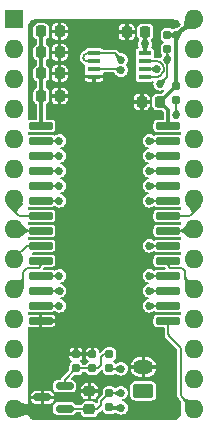
<source format=gbr>
%TF.GenerationSoftware,KiCad,Pcbnew,(6.0.9)*%
%TF.CreationDate,2022-11-12T13:13:34-05:00*%
%TF.ProjectId,6264_NVSRAM_MOD,36323634-5f4e-4565-9352-414d5f4d4f44,rev?*%
%TF.SameCoordinates,Original*%
%TF.FileFunction,Copper,L1,Top*%
%TF.FilePolarity,Positive*%
%FSLAX46Y46*%
G04 Gerber Fmt 4.6, Leading zero omitted, Abs format (unit mm)*
G04 Created by KiCad (PCBNEW (6.0.9)) date 2022-11-12 13:13:34*
%MOMM*%
%LPD*%
G01*
G04 APERTURE LIST*
G04 Aperture macros list*
%AMRoundRect*
0 Rectangle with rounded corners*
0 $1 Rounding radius*
0 $2 $3 $4 $5 $6 $7 $8 $9 X,Y pos of 4 corners*
0 Add a 4 corners polygon primitive as box body*
4,1,4,$2,$3,$4,$5,$6,$7,$8,$9,$2,$3,0*
0 Add four circle primitives for the rounded corners*
1,1,$1+$1,$2,$3*
1,1,$1+$1,$4,$5*
1,1,$1+$1,$6,$7*
1,1,$1+$1,$8,$9*
0 Add four rect primitives between the rounded corners*
20,1,$1+$1,$2,$3,$4,$5,0*
20,1,$1+$1,$4,$5,$6,$7,0*
20,1,$1+$1,$6,$7,$8,$9,0*
20,1,$1+$1,$8,$9,$2,$3,0*%
G04 Aperture macros list end*
%TA.AperFunction,SMDPad,CuDef*%
%ADD10RoundRect,0.150000X-0.887500X-0.150000X0.887500X-0.150000X0.887500X0.150000X-0.887500X0.150000X0*%
%TD*%
%TA.AperFunction,SMDPad,CuDef*%
%ADD11R,1.100000X0.400000*%
%TD*%
%TA.AperFunction,SMDPad,CuDef*%
%ADD12RoundRect,0.160000X-0.160000X0.197500X-0.160000X-0.197500X0.160000X-0.197500X0.160000X0.197500X0*%
%TD*%
%TA.AperFunction,SMDPad,CuDef*%
%ADD13RoundRect,0.160000X0.160000X-0.197500X0.160000X0.197500X-0.160000X0.197500X-0.160000X-0.197500X0*%
%TD*%
%TA.AperFunction,ComponentPad*%
%ADD14RoundRect,0.250000X0.625000X-0.350000X0.625000X0.350000X-0.625000X0.350000X-0.625000X-0.350000X0*%
%TD*%
%TA.AperFunction,ComponentPad*%
%ADD15O,1.750000X1.200000*%
%TD*%
%TA.AperFunction,SMDPad,CuDef*%
%ADD16RoundRect,0.225000X0.225000X0.250000X-0.225000X0.250000X-0.225000X-0.250000X0.225000X-0.250000X0*%
%TD*%
%TA.AperFunction,SMDPad,CuDef*%
%ADD17RoundRect,0.150000X0.587500X0.150000X-0.587500X0.150000X-0.587500X-0.150000X0.587500X-0.150000X0*%
%TD*%
%TA.AperFunction,ComponentPad*%
%ADD18R,1.600000X1.600000*%
%TD*%
%TA.AperFunction,ComponentPad*%
%ADD19O,1.600000X1.600000*%
%TD*%
%TA.AperFunction,SMDPad,CuDef*%
%ADD20RoundRect,0.225000X-0.225000X-0.250000X0.225000X-0.250000X0.225000X0.250000X-0.225000X0.250000X0*%
%TD*%
%TA.AperFunction,SMDPad,CuDef*%
%ADD21RoundRect,0.225000X0.250000X-0.225000X0.250000X0.225000X-0.250000X0.225000X-0.250000X-0.225000X0*%
%TD*%
%TA.AperFunction,ViaPad*%
%ADD22C,0.685800*%
%TD*%
%TA.AperFunction,Conductor*%
%ADD23C,0.152400*%
%TD*%
%TA.AperFunction,Conductor*%
%ADD24C,0.914400*%
%TD*%
%TA.AperFunction,Conductor*%
%ADD25C,0.304800*%
%TD*%
G04 APERTURE END LIST*
D10*
%TO.P,U3,1,VCAP*%
%TO.N,/VCAP*%
X113967500Y-67437000D03*
%TO.P,U3,2,A12*%
%TO.N,/A12*%
X113967500Y-68707000D03*
%TO.P,U3,3,A7*%
%TO.N,/A7*%
X113967500Y-69977000D03*
%TO.P,U3,4,A6*%
%TO.N,/A6*%
X113967500Y-71247000D03*
%TO.P,U3,5,A5*%
%TO.N,/A5*%
X113967500Y-72517000D03*
%TO.P,U3,6,A4*%
%TO.N,/A4*%
X113967500Y-73787000D03*
%TO.P,U3,7,A3*%
%TO.N,/A3*%
X113967500Y-75057000D03*
%TO.P,U3,8,A2*%
%TO.N,/A2*%
X113967500Y-76327000D03*
%TO.P,U3,9,A1*%
%TO.N,/A1*%
X113967500Y-77597000D03*
%TO.P,U3,10,A0*%
%TO.N,/A0*%
X113967500Y-78867000D03*
%TO.P,U3,11,DQ0*%
%TO.N,/D0*%
X113967500Y-80137000D03*
%TO.P,U3,12,DQ1*%
%TO.N,/D1*%
X113967500Y-81407000D03*
%TO.P,U3,13,DQ2*%
%TO.N,/D2*%
X113967500Y-82677000D03*
%TO.P,U3,14,GND*%
%TO.N,GND*%
X113967500Y-83947000D03*
%TO.P,U3,15,DQ3*%
%TO.N,/D3*%
X124792500Y-83947000D03*
%TO.P,U3,16,DQ4*%
%TO.N,/D4*%
X124792500Y-82677000D03*
%TO.P,U3,17,DQ5*%
%TO.N,/D5*%
X124792500Y-81407000D03*
%TO.P,U3,18,DQ6*%
%TO.N,/D6*%
X124792500Y-80137000D03*
%TO.P,U3,19,DQ7*%
%TO.N,/D7*%
X124792500Y-78867000D03*
%TO.P,U3,20,~{CE}*%
%TO.N,/~{CE_STK}*%
X124792500Y-77597000D03*
%TO.P,U3,21,A10*%
%TO.N,/A10*%
X124792500Y-76327000D03*
%TO.P,U3,22,~{OE}*%
%TO.N,/~{OE}*%
X124792500Y-75057000D03*
%TO.P,U3,23,A11*%
%TO.N,/A11*%
X124792500Y-73787000D03*
%TO.P,U3,24,A9*%
%TO.N,/A9*%
X124792500Y-72517000D03*
%TO.P,U3,25,A8*%
%TO.N,/A8*%
X124792500Y-71247000D03*
%TO.P,U3,26,~{HSB}*%
%TO.N,Net-(R5-Pad2)*%
X124792500Y-69977000D03*
%TO.P,U3,27,~{WE}*%
%TO.N,/~{WE}*%
X124792500Y-68707000D03*
%TO.P,U3,28,VCC*%
%TO.N,VCC*%
X124792500Y-67437000D03*
%TD*%
D11*
%TO.P,U2,1*%
%TO.N,/~{CE1}*%
X118500000Y-61313022D03*
%TO.P,U2,2*%
X118500000Y-61963022D03*
%TO.P,U2,3*%
%TO.N,/~{CE_STK}*%
X118500000Y-62613022D03*
%TO.P,U2,4,GND*%
%TO.N,GND*%
X118500000Y-63263022D03*
%TO.P,U2,5*%
%TO.N,Net-(U2-Pad5)*%
X122800000Y-63263022D03*
%TO.P,U2,6*%
%TO.N,/CE2*%
X122800000Y-62613022D03*
%TO.P,U2,7*%
%TO.N,Net-(U2-Pad5)*%
X122800000Y-61963022D03*
%TO.P,U2,8,VCC*%
%TO.N,VCC*%
X122800000Y-61313022D03*
%TD*%
D12*
%TO.P,R1,1*%
%TO.N,VCC*%
X124714000Y-59752900D03*
%TO.P,R1,2*%
%TO.N,/~{WE}*%
X124714000Y-60947900D03*
%TD*%
D13*
%TO.P,R2,1*%
%TO.N,VCC*%
X119808866Y-91275500D03*
%TO.P,R2,2*%
%TO.N,/BATT_FAKE*%
X119808866Y-90080500D03*
%TD*%
D14*
%TO.P,J1,1,Pin_1*%
%TO.N,/BATT_FAKE*%
X122682000Y-89865200D03*
D15*
%TO.P,J1,2,Pin_2*%
%TO.N,GND*%
X122682000Y-87865200D03*
%TD*%
D16*
%TO.P,C1,1*%
%TO.N,VCC*%
X122822000Y-59494022D03*
%TO.P,C1,2*%
%TO.N,GND*%
X121272000Y-59494022D03*
%TD*%
D13*
%TO.P,R3,1*%
%TO.N,/BATT_FAKE*%
X119808866Y-87973500D03*
%TO.P,R3,2*%
%TO.N,Net-(R3-Pad2)*%
X119808866Y-86778500D03*
%TD*%
D17*
%TO.P,U1,1,K*%
%TO.N,/BATT_FAKE*%
X115999500Y-91374000D03*
%TO.P,U1,2,REF*%
%TO.N,Net-(R3-Pad2)*%
X115999500Y-89474000D03*
%TO.P,U1,3,A*%
%TO.N,GND*%
X114124500Y-90424000D03*
%TD*%
D13*
%TO.P,R4,1*%
%TO.N,Net-(R3-Pad2)*%
X118364000Y-87973500D03*
%TO.P,R4,2*%
%TO.N,GND*%
X118364000Y-86778500D03*
%TD*%
D18*
%TO.P,U10,1,NC*%
%TO.N,unconnected-(U10-Pad1)*%
X111760000Y-58420000D03*
D19*
%TO.P,U10,2,A12*%
%TO.N,/A12*%
X111760000Y-60960000D03*
%TO.P,U10,3,A7*%
%TO.N,/A7*%
X111760000Y-63500000D03*
%TO.P,U10,4,A6*%
%TO.N,/A6*%
X111760000Y-66040000D03*
%TO.P,U10,5,A5*%
%TO.N,/A5*%
X111760000Y-68580000D03*
%TO.P,U10,6,A4*%
%TO.N,/A4*%
X111760000Y-71120000D03*
%TO.P,U10,7,A3*%
%TO.N,/A3*%
X111760000Y-73660000D03*
%TO.P,U10,8,A2*%
%TO.N,/A2*%
X111760000Y-76200000D03*
%TO.P,U10,9,A1*%
%TO.N,/A1*%
X111760000Y-78740000D03*
%TO.P,U10,10,A0*%
%TO.N,/A0*%
X111760000Y-81280000D03*
%TO.P,U10,11,D0*%
%TO.N,/D0*%
X111760000Y-83820000D03*
%TO.P,U10,12,D1*%
%TO.N,/D1*%
X111760000Y-86360000D03*
%TO.P,U10,13,D2*%
%TO.N,/D2*%
X111760000Y-88900000D03*
%TO.P,U10,14,GND*%
%TO.N,GND*%
X111760000Y-91440000D03*
%TO.P,U10,15,D3*%
%TO.N,/D3*%
X127000000Y-91440000D03*
%TO.P,U10,16,D4*%
%TO.N,/D4*%
X127000000Y-88900000D03*
%TO.P,U10,17,D5*%
%TO.N,/D5*%
X127000000Y-86360000D03*
%TO.P,U10,18,D6*%
%TO.N,/D6*%
X127000000Y-83820000D03*
%TO.P,U10,19,D7*%
%TO.N,/D7*%
X127000000Y-81280000D03*
%TO.P,U10,20,~{CE1}*%
%TO.N,/~{CE1}*%
X127000000Y-78740000D03*
%TO.P,U10,21,A10*%
%TO.N,/A10*%
X127000000Y-76200000D03*
%TO.P,U10,22,~{OE}*%
%TO.N,/~{OE}*%
X127000000Y-73660000D03*
%TO.P,U10,23,A11*%
%TO.N,/A11*%
X127000000Y-71120000D03*
%TO.P,U10,24,A9*%
%TO.N,/A9*%
X127000000Y-68580000D03*
%TO.P,U10,25,A8*%
%TO.N,/A8*%
X127000000Y-66040000D03*
%TO.P,U10,26,CE2*%
%TO.N,/CE2*%
X127000000Y-63500000D03*
%TO.P,U10,27,~{WE}*%
%TO.N,/~{WE}*%
X127000000Y-60960000D03*
%TO.P,U10,28,VCC*%
%TO.N,VCC*%
X127000000Y-58420000D03*
%TD*%
D20*
%TO.P,C6,1*%
%TO.N,/VCAP*%
X114033000Y-62992000D03*
%TO.P,C6,2*%
%TO.N,GND*%
X115583000Y-62992000D03*
%TD*%
%TO.P,C2,1*%
%TO.N,/VCAP*%
X114033000Y-64897000D03*
%TO.P,C2,2*%
%TO.N,GND*%
X115583000Y-64897000D03*
%TD*%
%TO.P,C5,1*%
%TO.N,/VCAP*%
X114033000Y-61214000D03*
%TO.P,C5,2*%
%TO.N,GND*%
X115583000Y-61214000D03*
%TD*%
D16*
%TO.P,C3,1*%
%TO.N,VCC*%
X124092000Y-65405000D03*
%TO.P,C3,2*%
%TO.N,GND*%
X122542000Y-65405000D03*
%TD*%
D20*
%TO.P,C7,1*%
%TO.N,/VCAP*%
X114033000Y-59436000D03*
%TO.P,C7,2*%
%TO.N,GND*%
X115583000Y-59436000D03*
%TD*%
D13*
%TO.P,R6,1*%
%TO.N,Net-(R3-Pad2)*%
X116967000Y-87973500D03*
%TO.P,R6,2*%
%TO.N,GND*%
X116967000Y-86778500D03*
%TD*%
D21*
%TO.P,C4,1*%
%TO.N,/BATT_FAKE*%
X118110000Y-91453000D03*
%TO.P,C4,2*%
%TO.N,GND*%
X118110000Y-89903000D03*
%TD*%
D12*
%TO.P,R5,1*%
%TO.N,VCC*%
X125476000Y-64045500D03*
%TO.P,R5,2*%
%TO.N,Net-(R5-Pad2)*%
X125476000Y-65240500D03*
%TD*%
D22*
%TO.N,/D2*%
X115570000Y-82677000D03*
%TO.N,/D1*%
X115582215Y-81407000D03*
%TO.N,/A8*%
X123190000Y-71247000D03*
%TO.N,/D0*%
X115570000Y-80137000D03*
%TO.N,/A9*%
X123190000Y-72517000D03*
%TO.N,/A11*%
X123190000Y-73787000D03*
%TO.N,/A4*%
X115570000Y-73787000D03*
%TO.N,/A5*%
X115570000Y-72517000D03*
%TO.N,/D6*%
X123190000Y-80137000D03*
%TO.N,/A6*%
X115570000Y-71247000D03*
%TO.N,/D5*%
X123190000Y-81407000D03*
%TO.N,/A7*%
X115570000Y-69977000D03*
%TO.N,/D4*%
X123190000Y-82677000D03*
%TO.N,/A12*%
X115570000Y-68707000D03*
%TO.N,/CE2*%
X123825000Y-62618222D03*
%TO.N,/~{CE1}*%
X120777000Y-61849000D03*
%TO.N,/~{WE}*%
X123190000Y-68707000D03*
X124104400Y-63881000D03*
X124714000Y-61849000D03*
%TO.N,VCC*%
X125476000Y-59752900D03*
X120799466Y-91313000D03*
X122809000Y-60510022D03*
%TO.N,/BATT_FAKE*%
X120777000Y-90043000D03*
X120777000Y-88011000D03*
%TO.N,/~{CE_STK}*%
X123190000Y-77597000D03*
X120777000Y-62738000D03*
%TO.N,Net-(R5-Pad2)*%
X125476000Y-66548000D03*
X123190000Y-69977000D03*
%TD*%
D23*
%TO.N,/D2*%
X113967500Y-82677000D02*
X115570000Y-82677000D01*
%TO.N,/D1*%
X113967500Y-81407000D02*
X115582215Y-81407000D01*
%TO.N,/A8*%
X124792500Y-71247000D02*
X123190000Y-71247000D01*
%TO.N,/D0*%
X113967500Y-80137000D02*
X115570000Y-80137000D01*
%TO.N,/A9*%
X124792500Y-72517000D02*
X123190000Y-72517000D01*
%TO.N,/A0*%
X113697311Y-79502000D02*
X112870689Y-79502000D01*
X113900544Y-79393456D02*
X113858955Y-79435045D01*
X112522000Y-79850689D02*
X112522000Y-80423311D01*
X113967500Y-78867000D02*
X113967500Y-79231811D01*
X112455044Y-80584956D02*
X111760000Y-81280000D01*
X112709044Y-79568956D02*
X112588955Y-79689045D01*
X112588960Y-79689050D02*
G75*
G03*
X112522000Y-79850689I161640J-161650D01*
G01*
X112870689Y-79501993D02*
G75*
G03*
X112709044Y-79568956I11J-228607D01*
G01*
X113900539Y-79393451D02*
G75*
G03*
X113967500Y-79231811I-161639J161651D01*
G01*
X113697311Y-79502007D02*
G75*
G03*
X113858955Y-79435045I-11J228607D01*
G01*
X112455039Y-80584951D02*
G75*
G03*
X112522000Y-80423311I-161639J161651D01*
G01*
%TO.N,/A11*%
X124792500Y-73787000D02*
X123190000Y-73787000D01*
%TO.N,/A1*%
X112870689Y-77597000D02*
X113967500Y-77597000D01*
X111760000Y-78740000D02*
X111760000Y-78707689D01*
X111826956Y-78546044D02*
X112709045Y-77663955D01*
X112709050Y-77663960D02*
G75*
G02*
X112870689Y-77597000I161650J-161640D01*
G01*
X111826961Y-78546049D02*
G75*
G03*
X111760000Y-78707689I161639J-161651D01*
G01*
%TO.N,/A2*%
X111887000Y-76327000D02*
X111760000Y-76200000D01*
X113967500Y-76327000D02*
X111887000Y-76327000D01*
%TO.N,/A10*%
X126873000Y-76327000D02*
X127000000Y-76200000D01*
X126939956Y-76260044D02*
X127000000Y-76200000D01*
X124792500Y-76327000D02*
X126873000Y-76327000D01*
X126939951Y-76260039D02*
G75*
G02*
X126778311Y-76327000I-161651J161639D01*
G01*
%TO.N,/A3*%
X111760000Y-74581311D02*
X111760000Y-73660000D01*
X113967500Y-75057000D02*
X112235689Y-75057000D01*
X112074044Y-74990044D02*
X111826955Y-74742955D01*
X111826960Y-74742950D02*
G75*
G02*
X111760000Y-74581311I161640J161650D01*
G01*
X112074049Y-74990039D02*
G75*
G03*
X112235689Y-75057000I161651J161639D01*
G01*
%TO.N,/A4*%
X113967500Y-73787000D02*
X115570000Y-73787000D01*
%TO.N,/D7*%
X124792500Y-78867000D02*
X124792500Y-79231811D01*
X125062689Y-79502000D02*
X125889311Y-79502000D01*
X126050956Y-79568956D02*
X126171045Y-79689045D01*
X126304956Y-80584956D02*
X127000000Y-81280000D01*
X124859456Y-79393456D02*
X124901045Y-79435045D01*
X126238000Y-79850689D02*
X126238000Y-80423311D01*
X125062689Y-79502007D02*
G75*
G02*
X124901045Y-79435045I11J228607D01*
G01*
X126171040Y-79689050D02*
G75*
G02*
X126238000Y-79850689I-161640J-161650D01*
G01*
X124792493Y-79231811D02*
G75*
G03*
X124859456Y-79393456I228607J11D01*
G01*
X126304961Y-80584951D02*
G75*
G02*
X126238000Y-80423311I161639J161651D01*
G01*
X125889311Y-79501993D02*
G75*
G02*
X126050956Y-79568956I-11J-228607D01*
G01*
%TO.N,/A5*%
X113967500Y-72517000D02*
X115570000Y-72517000D01*
%TO.N,/D6*%
X124792500Y-80137000D02*
X123190000Y-80137000D01*
%TO.N,/A6*%
X113967500Y-71247000D02*
X115570000Y-71247000D01*
%TO.N,/D5*%
X124792500Y-81407000D02*
X123190000Y-81407000D01*
%TO.N,/A7*%
X113967500Y-69977000D02*
X115570000Y-69977000D01*
%TO.N,/D4*%
X124792500Y-82677000D02*
X123190000Y-82677000D01*
%TO.N,/A12*%
X113967500Y-68707000D02*
X115570000Y-68707000D01*
%TO.N,/D3*%
X125857000Y-86327689D02*
X125857000Y-90202311D01*
X125923956Y-90363956D02*
X127000000Y-91440000D01*
X124859456Y-85235456D02*
X125790045Y-86166045D01*
X124792500Y-83947000D02*
X124792500Y-85073811D01*
X124792493Y-85073811D02*
G75*
G03*
X124859456Y-85235456I228607J11D01*
G01*
X125857007Y-86327689D02*
G75*
G03*
X125790045Y-86166045I-228607J-11D01*
G01*
X125923961Y-90363951D02*
G75*
G02*
X125857000Y-90202311I161639J161651D01*
G01*
%TO.N,Net-(U2-Pad5)*%
X124329044Y-62921694D02*
X124054671Y-63196067D01*
X124396000Y-62476395D02*
X124396000Y-62760049D01*
X124044272Y-62029978D02*
X124329045Y-62314751D01*
X123893027Y-63263022D02*
X122800000Y-63263022D01*
X122800000Y-61963022D02*
X123882627Y-61963022D01*
X124329043Y-62314753D02*
G75*
G02*
X124396000Y-62476395I-161643J-161647D01*
G01*
X124054662Y-63196058D02*
G75*
G02*
X123893027Y-63263022I-161662J161658D01*
G01*
X124044254Y-62029996D02*
G75*
G03*
X123882627Y-61963022I-161654J-161604D01*
G01*
X124395963Y-62760049D02*
G75*
G02*
X124329043Y-62921693I-228563J-51D01*
G01*
D24*
%TO.N,GND*%
X111760000Y-91440000D02*
X113030000Y-91440000D01*
D23*
%TO.N,/CE2*%
X122800000Y-62613022D02*
X123819800Y-62613022D01*
%TO.N,/~{CE1}*%
X120241022Y-61313022D02*
X120777000Y-61849000D01*
X117668956Y-61459066D02*
X117748045Y-61379977D01*
X117718044Y-61896066D02*
X117668955Y-61846977D01*
X118500000Y-61963022D02*
X117879689Y-61963022D01*
X117602000Y-61685333D02*
X117602000Y-61620711D01*
X118500000Y-61313022D02*
X120241022Y-61313022D01*
X117909689Y-61313022D02*
X118500000Y-61313022D01*
X117879689Y-61963023D02*
G75*
G02*
X117718044Y-61896066I11J228623D01*
G01*
X117668971Y-61846961D02*
G75*
G02*
X117602000Y-61685333I161629J161661D01*
G01*
X117668950Y-61459060D02*
G75*
G03*
X117602000Y-61620711I161650J-161640D01*
G01*
X117748055Y-61379987D02*
G75*
G02*
X117909689Y-61313022I161645J-161613D01*
G01*
%TO.N,/~{WE}*%
X124714000Y-61849000D02*
X124714000Y-60947900D01*
X124792500Y-68707000D02*
X123190000Y-68707000D01*
X124104400Y-63881000D02*
X124714000Y-63271400D01*
X124714000Y-63271400D02*
X124714000Y-60947900D01*
%TO.N,/~{OE}*%
X126685956Y-74990044D02*
X126933045Y-74742955D01*
X124792500Y-75057000D02*
X126524311Y-75057000D01*
X127000000Y-74581311D02*
X127000000Y-73660000D01*
X126524311Y-75057007D02*
G75*
G03*
X126685956Y-74990044I-11J228607D01*
G01*
X127000007Y-74581311D02*
G75*
G02*
X126933045Y-74742955I-228607J11D01*
G01*
D25*
%TO.N,VCC*%
X124792500Y-67437000D02*
X124792500Y-66105500D01*
X124092000Y-65392000D02*
X125438500Y-64045500D01*
X122809000Y-60129022D02*
X122809000Y-60510022D01*
X122822000Y-60116022D02*
X122809000Y-60129022D01*
X124092000Y-65405000D02*
X124092000Y-65392000D01*
X119846366Y-91313000D02*
X119808866Y-91275500D01*
X122800000Y-60519022D02*
X122809000Y-60510022D01*
X124792500Y-66105500D02*
X124092000Y-65405000D01*
X122822000Y-59494022D02*
X122822000Y-60116022D01*
X125438500Y-64045500D02*
X125476000Y-64045500D01*
X125476000Y-59752900D02*
X127000000Y-58420000D01*
X120799466Y-91313000D02*
X119846366Y-91313000D01*
X122800000Y-61313022D02*
X122800000Y-60519022D01*
X125476000Y-59752900D02*
X125476000Y-64045500D01*
X125476000Y-59752900D02*
X124714000Y-59752900D01*
D23*
%TO.N,Net-(R3-Pad2)*%
X119100600Y-87020400D02*
X119342500Y-86778500D01*
X118833300Y-87973500D02*
X119100600Y-87706200D01*
X118364000Y-87973500D02*
X118833300Y-87973500D01*
X116967000Y-87973500D02*
X118364000Y-87973500D01*
X115999500Y-88941000D02*
X116967000Y-87973500D01*
X119342500Y-86778500D02*
X119808866Y-86778500D01*
X119100600Y-87706200D02*
X119100600Y-87020400D01*
X115999500Y-89474000D02*
X115999500Y-88941000D01*
%TO.N,/BATT_FAKE*%
X119126000Y-90763366D02*
X119808866Y-90080500D01*
X120739500Y-90080500D02*
X119808866Y-90080500D01*
X118031000Y-91374000D02*
X118110000Y-91453000D01*
X115999500Y-91374000D02*
X118031000Y-91374000D01*
X120777000Y-88011000D02*
X119846366Y-88011000D01*
X120777000Y-90043000D02*
X120739500Y-90080500D01*
X119846366Y-88011000D02*
X119808866Y-87973500D01*
X119126000Y-91059000D02*
X119126000Y-90763366D01*
X118732000Y-91453000D02*
X119126000Y-91059000D01*
X118110000Y-91453000D02*
X118732000Y-91453000D01*
D25*
%TO.N,/VCAP*%
X114033000Y-61214000D02*
X114033000Y-59436000D01*
X114033000Y-62992000D02*
X114033000Y-61214000D01*
X114033000Y-67371500D02*
X114033000Y-64897000D01*
X114033000Y-64897000D02*
X114033000Y-62992000D01*
X113967500Y-67437000D02*
X114033000Y-67371500D01*
D23*
%TO.N,/~{CE_STK}*%
X118500000Y-62613022D02*
X120652022Y-62613022D01*
X124792500Y-77597000D02*
X123190000Y-77597000D01*
X120652022Y-62613022D02*
X120777000Y-62738000D01*
%TO.N,Net-(R5-Pad2)*%
X124792500Y-69977000D02*
X123190000Y-69977000D01*
X125476000Y-65240500D02*
X125476000Y-66548000D01*
%TD*%
%TA.AperFunction,Conductor*%
%TO.N,GND*%
G36*
X125252284Y-58420643D02*
G01*
X125395361Y-58439480D01*
X125414323Y-58444561D01*
X125543055Y-58497883D01*
X125560055Y-58507699D01*
X125670600Y-58592523D01*
X125684479Y-58606402D01*
X125769301Y-58716944D01*
X125779117Y-58733945D01*
X125808003Y-58803681D01*
X125822693Y-58839147D01*
X125824936Y-58890538D01*
X125812874Y-58913708D01*
X125769113Y-58970731D01*
X125762154Y-58978595D01*
X125673652Y-59065531D01*
X125668761Y-59069931D01*
X125645491Y-59089096D01*
X125641226Y-59092361D01*
X125636631Y-59095624D01*
X125614116Y-59111612D01*
X125608659Y-59115143D01*
X125589834Y-59126198D01*
X125583438Y-59129551D01*
X125569352Y-59136094D01*
X125562833Y-59138759D01*
X125548021Y-59144017D01*
X125542549Y-59145727D01*
X125521177Y-59151521D01*
X125517702Y-59152375D01*
X125485617Y-59159454D01*
X125484489Y-59159694D01*
X125442276Y-59168331D01*
X125442242Y-59168338D01*
X125439326Y-59168954D01*
X125439240Y-59168973D01*
X125439201Y-59168981D01*
X125406214Y-59176169D01*
X125390477Y-59179598D01*
X125390461Y-59179602D01*
X125390441Y-59179606D01*
X125386545Y-59180491D01*
X125386479Y-59180506D01*
X125386132Y-59180588D01*
X125382675Y-59181433D01*
X125336118Y-59193185D01*
X125334135Y-59193932D01*
X125332961Y-59194300D01*
X125330348Y-59195140D01*
X125326678Y-59195623D01*
X125322126Y-59197509D01*
X125322117Y-59197511D01*
X125298080Y-59207468D01*
X125295804Y-59208368D01*
X125288736Y-59211030D01*
X125286742Y-59211781D01*
X125284848Y-59212750D01*
X125283181Y-59213488D01*
X125280025Y-59214947D01*
X125241816Y-59230773D01*
X125233461Y-59233671D01*
X125212817Y-59239496D01*
X125209533Y-59241170D01*
X125209527Y-59241172D01*
X125192183Y-59250011D01*
X125141127Y-59256284D01*
X125113834Y-59243846D01*
X125109744Y-59240874D01*
X125105558Y-59236688D01*
X125093950Y-59230773D01*
X125049977Y-59208368D01*
X124995737Y-59180731D01*
X124967076Y-59176192D01*
X124907540Y-59166762D01*
X124907538Y-59166762D01*
X124904622Y-59166300D01*
X124523378Y-59166300D01*
X124520462Y-59166762D01*
X124520460Y-59166762D01*
X124460924Y-59176192D01*
X124432263Y-59180731D01*
X124378023Y-59208368D01*
X124334051Y-59230773D01*
X124322442Y-59236688D01*
X124235288Y-59323842D01*
X124232600Y-59329118D01*
X124232599Y-59329119D01*
X124209766Y-59373932D01*
X124179331Y-59433663D01*
X124164900Y-59524778D01*
X124164900Y-59981022D01*
X124179331Y-60072137D01*
X124235288Y-60181958D01*
X124322442Y-60269112D01*
X124327718Y-60271800D01*
X124327719Y-60271801D01*
X124350476Y-60283396D01*
X124385558Y-60321017D01*
X124388250Y-60372386D01*
X124357293Y-60413468D01*
X124350478Y-60417403D01*
X124322442Y-60431688D01*
X124235288Y-60518842D01*
X124232600Y-60524118D01*
X124232599Y-60524119D01*
X124225707Y-60537645D01*
X124179331Y-60628663D01*
X124164900Y-60719778D01*
X124164900Y-61176022D01*
X124179331Y-61267137D01*
X124199865Y-61307437D01*
X124221226Y-61349359D01*
X124235288Y-61376958D01*
X124250337Y-61392007D01*
X124272077Y-61438627D01*
X124259217Y-61487658D01*
X124243029Y-61511305D01*
X124236718Y-61521032D01*
X124236118Y-61522009D01*
X124230409Y-61531831D01*
X124215373Y-61559211D01*
X124214359Y-61560532D01*
X124213475Y-61562667D01*
X124204337Y-61579306D01*
X124203495Y-61581405D01*
X124186630Y-61623435D01*
X124183358Y-61631588D01*
X124181915Y-61636991D01*
X124181689Y-61636931D01*
X124178671Y-61646690D01*
X124176484Y-61651970D01*
X124141735Y-61689897D01*
X124090735Y-61696614D01*
X124085168Y-61695155D01*
X124014090Y-61673583D01*
X123987325Y-61665460D01*
X123967577Y-61663513D01*
X123961819Y-61662945D01*
X123951422Y-61661177D01*
X123947885Y-61660317D01*
X123942954Y-61658349D01*
X123936559Y-61657722D01*
X123915940Y-61657722D01*
X123902872Y-61656578D01*
X123889143Y-61654155D01*
X123889141Y-61654155D01*
X123882664Y-61653012D01*
X123862426Y-61656578D01*
X123862409Y-61656581D01*
X123849360Y-61657722D01*
X123646437Y-61657722D01*
X123598099Y-61640129D01*
X123572379Y-61595580D01*
X123572682Y-61567852D01*
X123578379Y-61539211D01*
X123578379Y-61539206D01*
X123579100Y-61535584D01*
X123579100Y-61090460D01*
X123565807Y-61023632D01*
X123515172Y-60947850D01*
X123439390Y-60897215D01*
X123372562Y-60883922D01*
X123372986Y-60881790D01*
X123333264Y-60862763D01*
X123312010Y-60815919D01*
X123317242Y-60782029D01*
X123335278Y-60737287D01*
X123336658Y-60732313D01*
X123339646Y-60723636D01*
X123366277Y-60659344D01*
X123368278Y-60644151D01*
X123385293Y-60514906D01*
X123385936Y-60510022D01*
X123374881Y-60426054D01*
X123366920Y-60365581D01*
X123366919Y-60365578D01*
X123366277Y-60360700D01*
X123331851Y-60277589D01*
X123328817Y-60268743D01*
X123324168Y-60251831D01*
X123323189Y-60248268D01*
X123320957Y-60243813D01*
X123301736Y-60205466D01*
X123301619Y-60205232D01*
X123299605Y-60201306D01*
X123299460Y-60201029D01*
X123299636Y-60200938D01*
X123292648Y-60150565D01*
X123321499Y-60105843D01*
X123367206Y-60072083D01*
X123371724Y-60068746D01*
X123452851Y-59958909D01*
X123454798Y-59953367D01*
X123496576Y-59834398D01*
X123498095Y-59830073D01*
X123501100Y-59798283D01*
X123501099Y-59189762D01*
X123500225Y-59180506D01*
X123499133Y-59168954D01*
X123498095Y-59157971D01*
X123466443Y-59067839D01*
X123454714Y-59034439D01*
X123454713Y-59034437D01*
X123452851Y-59029135D01*
X123371724Y-58919298D01*
X123261887Y-58838171D01*
X123256585Y-58836309D01*
X123256583Y-58836308D01*
X123163674Y-58803681D01*
X123133051Y-58792927D01*
X123114903Y-58791212D01*
X123103021Y-58790088D01*
X123103013Y-58790088D01*
X123101261Y-58789922D01*
X122822632Y-58789922D01*
X122542740Y-58789923D01*
X122540986Y-58790089D01*
X122540980Y-58790089D01*
X122527261Y-58791386D01*
X122510949Y-58792927D01*
X122439993Y-58817845D01*
X122387417Y-58836308D01*
X122387415Y-58836309D01*
X122382113Y-58838171D01*
X122272276Y-58919298D01*
X122191149Y-59029135D01*
X122189287Y-59034437D01*
X122189286Y-59034439D01*
X122177557Y-59067839D01*
X122145905Y-59157971D01*
X122145118Y-59166300D01*
X122143500Y-59183418D01*
X122142900Y-59189761D01*
X122142901Y-59798282D01*
X122145905Y-59830073D01*
X122170773Y-59900887D01*
X122189203Y-59953367D01*
X122191149Y-59958909D01*
X122272276Y-60068746D01*
X122304569Y-60092598D01*
X122332996Y-60135468D01*
X122325146Y-60190456D01*
X122323756Y-60192884D01*
X122321157Y-60197546D01*
X122320915Y-60197992D01*
X122318663Y-60202246D01*
X122318528Y-60202507D01*
X122318511Y-60202540D01*
X122306476Y-60225851D01*
X122296217Y-60245723D01*
X122295455Y-60247732D01*
X122295454Y-60247735D01*
X122281935Y-60283396D01*
X122277304Y-60295610D01*
X122276776Y-60297694D01*
X122276468Y-60298909D01*
X122273049Y-60309213D01*
X122251723Y-60360700D01*
X122232064Y-60510022D01*
X122232707Y-60514906D01*
X122249723Y-60644151D01*
X122251723Y-60659344D01*
X122253607Y-60663892D01*
X122253609Y-60663899D01*
X122279806Y-60727143D01*
X122283234Y-60737480D01*
X122288823Y-60759575D01*
X122290409Y-60762907D01*
X122290411Y-60762914D01*
X122296834Y-60776413D01*
X122301716Y-60827620D01*
X122272539Y-60869985D01*
X122234664Y-60882089D01*
X122234809Y-60883560D01*
X122231134Y-60883922D01*
X122227438Y-60883922D01*
X122160610Y-60897215D01*
X122084828Y-60947850D01*
X122034193Y-61023632D01*
X122020900Y-61090460D01*
X122020900Y-61535584D01*
X122021621Y-61539208D01*
X122021621Y-61539209D01*
X122032521Y-61594005D01*
X122034193Y-61602412D01*
X122038307Y-61608570D01*
X122038587Y-61609245D01*
X122040830Y-61660636D01*
X122038587Y-61666799D01*
X122038307Y-61667474D01*
X122034193Y-61673632D01*
X122032749Y-61680894D01*
X122032748Y-61680895D01*
X122027218Y-61708699D01*
X122020900Y-61740460D01*
X122020900Y-62185584D01*
X122021621Y-62189208D01*
X122021621Y-62189209D01*
X122030325Y-62232965D01*
X122034193Y-62252412D01*
X122038307Y-62258570D01*
X122038587Y-62259245D01*
X122040830Y-62310636D01*
X122038587Y-62316799D01*
X122038307Y-62317474D01*
X122034193Y-62323632D01*
X122032749Y-62330894D01*
X122032748Y-62330895D01*
X122031039Y-62339489D01*
X122020900Y-62390460D01*
X122020900Y-62835584D01*
X122021621Y-62839208D01*
X122021621Y-62839209D01*
X122032748Y-62895146D01*
X122034193Y-62902412D01*
X122038307Y-62908570D01*
X122038587Y-62909245D01*
X122040830Y-62960636D01*
X122038587Y-62966799D01*
X122038307Y-62967474D01*
X122034193Y-62973632D01*
X122032749Y-62980894D01*
X122032748Y-62980895D01*
X122022906Y-63030375D01*
X122020900Y-63040460D01*
X122020900Y-63485584D01*
X122034193Y-63552412D01*
X122056039Y-63585107D01*
X122080476Y-63621680D01*
X122084828Y-63628194D01*
X122090985Y-63632308D01*
X122111395Y-63645945D01*
X122160610Y-63678829D01*
X122209325Y-63688519D01*
X122222195Y-63691079D01*
X122227438Y-63692122D01*
X123372562Y-63692122D01*
X123377806Y-63691079D01*
X123390675Y-63688519D01*
X123439390Y-63678829D01*
X123442599Y-63676685D01*
X123491968Y-63674529D01*
X123532778Y-63705844D01*
X123543912Y-63756065D01*
X123532254Y-63844619D01*
X123527464Y-63881000D01*
X123528107Y-63885884D01*
X123542956Y-63998668D01*
X123547123Y-64030322D01*
X123549007Y-64034869D01*
X123549007Y-64034871D01*
X123563136Y-64068981D01*
X123604759Y-64169468D01*
X123607757Y-64173375D01*
X123684680Y-64273622D01*
X123696445Y-64288955D01*
X123815932Y-64380641D01*
X123885505Y-64409459D01*
X123950529Y-64436393D01*
X123950531Y-64436393D01*
X123955078Y-64438277D01*
X123959956Y-64438919D01*
X123959959Y-64438920D01*
X124099516Y-64457293D01*
X124104400Y-64457936D01*
X124109284Y-64457293D01*
X124248841Y-64438920D01*
X124248844Y-64438919D01*
X124253722Y-64438277D01*
X124258269Y-64436393D01*
X124258271Y-64436393D01*
X124335451Y-64404424D01*
X124386842Y-64402181D01*
X124427652Y-64433495D01*
X124438786Y-64483716D01*
X124417403Y-64527074D01*
X124265603Y-64678874D01*
X124218983Y-64700614D01*
X124212429Y-64700900D01*
X123835943Y-64700901D01*
X123812740Y-64700901D01*
X123810986Y-64701067D01*
X123810980Y-64701067D01*
X123797261Y-64702364D01*
X123780949Y-64703905D01*
X123722907Y-64724288D01*
X123657417Y-64747286D01*
X123657415Y-64747287D01*
X123652113Y-64749149D01*
X123542276Y-64830276D01*
X123461149Y-64940113D01*
X123459287Y-64945415D01*
X123459286Y-64945417D01*
X123435771Y-65012378D01*
X123415905Y-65068949D01*
X123412900Y-65100739D01*
X123412901Y-65709260D01*
X123415905Y-65741051D01*
X123417425Y-65745378D01*
X123459203Y-65864345D01*
X123461149Y-65869887D01*
X123542276Y-65979724D01*
X123652113Y-66060851D01*
X123657415Y-66062713D01*
X123657417Y-66062714D01*
X123739268Y-66091458D01*
X123780949Y-66106095D01*
X123799097Y-66107810D01*
X123810979Y-66108934D01*
X123810987Y-66108934D01*
X123812739Y-66109100D01*
X123836540Y-66109100D01*
X124225429Y-66109099D01*
X124273766Y-66126692D01*
X124278603Y-66131125D01*
X124388974Y-66241496D01*
X124410714Y-66288116D01*
X124411000Y-66294670D01*
X124411000Y-66832701D01*
X124393407Y-66881039D01*
X124348858Y-66906759D01*
X124335800Y-66907901D01*
X123869068Y-66907901D01*
X123794555Y-66918869D01*
X123737803Y-66946733D01*
X123686842Y-66971753D01*
X123686841Y-66971754D01*
X123681266Y-66974491D01*
X123676879Y-66978885D01*
X123676877Y-66978887D01*
X123636906Y-67018928D01*
X123592101Y-67063811D01*
X123536676Y-67177198D01*
X123525900Y-67251067D01*
X123525901Y-67622932D01*
X123536869Y-67697445D01*
X123592491Y-67810734D01*
X123596885Y-67815121D01*
X123596887Y-67815123D01*
X123636928Y-67855094D01*
X123681811Y-67899899D01*
X123687395Y-67902628D01*
X123687397Y-67902630D01*
X123771162Y-67943575D01*
X123795198Y-67955324D01*
X123869067Y-67966100D01*
X124789634Y-67966100D01*
X125715932Y-67966099D01*
X125718648Y-67965699D01*
X125718651Y-67965699D01*
X125732974Y-67963591D01*
X125770850Y-67958015D01*
X125821233Y-67968381D01*
X125853166Y-68008709D01*
X125857000Y-68032413D01*
X125857000Y-68111513D01*
X125839407Y-68159851D01*
X125794858Y-68185571D01*
X125770945Y-68185925D01*
X125751840Y-68183138D01*
X125715933Y-68177900D01*
X124795366Y-68177900D01*
X123869068Y-68177901D01*
X123794555Y-68188869D01*
X123681266Y-68244491D01*
X123668082Y-68257698D01*
X123621482Y-68279477D01*
X123572385Y-68266622D01*
X123528086Y-68236297D01*
X123528068Y-68236285D01*
X123527694Y-68236029D01*
X123517967Y-68229718D01*
X123516990Y-68229118D01*
X123516620Y-68228903D01*
X123507573Y-68223644D01*
X123507548Y-68223630D01*
X123507168Y-68223409D01*
X123506787Y-68223200D01*
X123506752Y-68223180D01*
X123482847Y-68210053D01*
X123482845Y-68210052D01*
X123479791Y-68208375D01*
X123478468Y-68207359D01*
X123476329Y-68206473D01*
X123459693Y-68197337D01*
X123431404Y-68185985D01*
X123409523Y-68177204D01*
X123409516Y-68177202D01*
X123407421Y-68176361D01*
X123405241Y-68175779D01*
X123405239Y-68175778D01*
X123402019Y-68174918D01*
X123402079Y-68174693D01*
X123392301Y-68171668D01*
X123343870Y-68151607D01*
X123343871Y-68151607D01*
X123339322Y-68149723D01*
X123334444Y-68149081D01*
X123334441Y-68149080D01*
X123194884Y-68130707D01*
X123190000Y-68130064D01*
X123185116Y-68130707D01*
X123045559Y-68149080D01*
X123045556Y-68149081D01*
X123040678Y-68149723D01*
X123036131Y-68151607D01*
X123036129Y-68151607D01*
X122987698Y-68171668D01*
X122901532Y-68207359D01*
X122880309Y-68223644D01*
X122816298Y-68272762D01*
X122782045Y-68299045D01*
X122690359Y-68418532D01*
X122632723Y-68557678D01*
X122613064Y-68707000D01*
X122632723Y-68856322D01*
X122690359Y-68995468D01*
X122782045Y-69114955D01*
X122901532Y-69206641D01*
X122954133Y-69228429D01*
X123036129Y-69262393D01*
X123036131Y-69262393D01*
X123040678Y-69264277D01*
X123045556Y-69264919D01*
X123045559Y-69264920D01*
X123064726Y-69267443D01*
X123110353Y-69291196D01*
X123130038Y-69338720D01*
X123114570Y-69387779D01*
X123071186Y-69415417D01*
X123064726Y-69416557D01*
X123045559Y-69419080D01*
X123045556Y-69419081D01*
X123040678Y-69419723D01*
X123036131Y-69421607D01*
X123036129Y-69421607D01*
X122987698Y-69441668D01*
X122901532Y-69477359D01*
X122880309Y-69493644D01*
X122816298Y-69542762D01*
X122782045Y-69569045D01*
X122690359Y-69688532D01*
X122632723Y-69827678D01*
X122613064Y-69977000D01*
X122632723Y-70126322D01*
X122690359Y-70265468D01*
X122782045Y-70384955D01*
X122901532Y-70476641D01*
X122954133Y-70498429D01*
X123036129Y-70532393D01*
X123036131Y-70532393D01*
X123040678Y-70534277D01*
X123045556Y-70534919D01*
X123045559Y-70534920D01*
X123064726Y-70537443D01*
X123110353Y-70561196D01*
X123130038Y-70608720D01*
X123114570Y-70657779D01*
X123071186Y-70685417D01*
X123064726Y-70686557D01*
X123045559Y-70689080D01*
X123045556Y-70689081D01*
X123040678Y-70689723D01*
X123036131Y-70691607D01*
X123036129Y-70691607D01*
X122987698Y-70711668D01*
X122901532Y-70747359D01*
X122880309Y-70763644D01*
X122816298Y-70812762D01*
X122782045Y-70839045D01*
X122690359Y-70958532D01*
X122632723Y-71097678D01*
X122613064Y-71247000D01*
X122632723Y-71396322D01*
X122690359Y-71535468D01*
X122782045Y-71654955D01*
X122901532Y-71746641D01*
X122954133Y-71768429D01*
X123036129Y-71802393D01*
X123036131Y-71802393D01*
X123040678Y-71804277D01*
X123045556Y-71804919D01*
X123045559Y-71804920D01*
X123064726Y-71807443D01*
X123110353Y-71831196D01*
X123130038Y-71878720D01*
X123114570Y-71927779D01*
X123071186Y-71955417D01*
X123064726Y-71956557D01*
X123045559Y-71959080D01*
X123045556Y-71959081D01*
X123040678Y-71959723D01*
X123036131Y-71961607D01*
X123036129Y-71961607D01*
X122987698Y-71981668D01*
X122901532Y-72017359D01*
X122880309Y-72033644D01*
X122816298Y-72082762D01*
X122782045Y-72109045D01*
X122690359Y-72228532D01*
X122632723Y-72367678D01*
X122613064Y-72517000D01*
X122632723Y-72666322D01*
X122690359Y-72805468D01*
X122782045Y-72924955D01*
X122901532Y-73016641D01*
X122954133Y-73038429D01*
X123036129Y-73072393D01*
X123036131Y-73072393D01*
X123040678Y-73074277D01*
X123045556Y-73074919D01*
X123045559Y-73074920D01*
X123064726Y-73077443D01*
X123110353Y-73101196D01*
X123130038Y-73148720D01*
X123114570Y-73197779D01*
X123071186Y-73225417D01*
X123064726Y-73226557D01*
X123045559Y-73229080D01*
X123045556Y-73229081D01*
X123040678Y-73229723D01*
X123036131Y-73231607D01*
X123036129Y-73231607D01*
X122987698Y-73251668D01*
X122901532Y-73287359D01*
X122880309Y-73303644D01*
X122816298Y-73352762D01*
X122782045Y-73379045D01*
X122690359Y-73498532D01*
X122632723Y-73637678D01*
X122613064Y-73787000D01*
X122632723Y-73936322D01*
X122690359Y-74075468D01*
X122782045Y-74194955D01*
X122901532Y-74286641D01*
X122954133Y-74308429D01*
X123036129Y-74342393D01*
X123036131Y-74342393D01*
X123040678Y-74344277D01*
X123045556Y-74344919D01*
X123045559Y-74344920D01*
X123185116Y-74363293D01*
X123190000Y-74363936D01*
X123194884Y-74363293D01*
X123334441Y-74344920D01*
X123334444Y-74344919D01*
X123339322Y-74344277D01*
X123343869Y-74342393D01*
X123343871Y-74342393D01*
X123433880Y-74305110D01*
X123440012Y-74302877D01*
X123459696Y-74296661D01*
X123476323Y-74287529D01*
X123478468Y-74286641D01*
X123479548Y-74285812D01*
X123479868Y-74285756D01*
X123479795Y-74285623D01*
X123506760Y-74270814D01*
X123506785Y-74270800D01*
X123507171Y-74270588D01*
X123507544Y-74270371D01*
X123507578Y-74270352D01*
X123516620Y-74265096D01*
X123516990Y-74264881D01*
X123517967Y-74264281D01*
X123527694Y-74257970D01*
X123572450Y-74227332D01*
X123622273Y-74214547D01*
X123668054Y-74236166D01*
X123681811Y-74249899D01*
X123687395Y-74252628D01*
X123687397Y-74252630D01*
X123760831Y-74288525D01*
X123795198Y-74305324D01*
X123869067Y-74316100D01*
X124789634Y-74316100D01*
X125715932Y-74316099D01*
X125718648Y-74315699D01*
X125718651Y-74315699D01*
X125732974Y-74313591D01*
X125770850Y-74308015D01*
X125821233Y-74318381D01*
X125853166Y-74358709D01*
X125857000Y-74382413D01*
X125857000Y-74461513D01*
X125839407Y-74509851D01*
X125794858Y-74535571D01*
X125770945Y-74535925D01*
X125751840Y-74533138D01*
X125715933Y-74527900D01*
X124795366Y-74527900D01*
X123869068Y-74527901D01*
X123794555Y-74538869D01*
X123737803Y-74566733D01*
X123686842Y-74591753D01*
X123686841Y-74591754D01*
X123681266Y-74594491D01*
X123676879Y-74598885D01*
X123676877Y-74598887D01*
X123636906Y-74638928D01*
X123592101Y-74683811D01*
X123589372Y-74689395D01*
X123589370Y-74689397D01*
X123551322Y-74767236D01*
X123536676Y-74797198D01*
X123525900Y-74871067D01*
X123525901Y-75242932D01*
X123536869Y-75317445D01*
X123592491Y-75430734D01*
X123596885Y-75435121D01*
X123596887Y-75435123D01*
X123616812Y-75455013D01*
X123681811Y-75519899D01*
X123687395Y-75522628D01*
X123687397Y-75522630D01*
X123771162Y-75563575D01*
X123795198Y-75575324D01*
X123869067Y-75586100D01*
X124789634Y-75586100D01*
X125715932Y-75586099D01*
X125718648Y-75585699D01*
X125718651Y-75585699D01*
X125732974Y-75583591D01*
X125770850Y-75578015D01*
X125821233Y-75588381D01*
X125853166Y-75628709D01*
X125857000Y-75652413D01*
X125857000Y-75731513D01*
X125839407Y-75779851D01*
X125794858Y-75805571D01*
X125770945Y-75805925D01*
X125751840Y-75803138D01*
X125715933Y-75797900D01*
X124795366Y-75797900D01*
X123869068Y-75797901D01*
X123794555Y-75808869D01*
X123737803Y-75836733D01*
X123686842Y-75861753D01*
X123686841Y-75861754D01*
X123681266Y-75864491D01*
X123676879Y-75868885D01*
X123676877Y-75868887D01*
X123636906Y-75908928D01*
X123592101Y-75953811D01*
X123536676Y-76067198D01*
X123525900Y-76141067D01*
X123525901Y-76512932D01*
X123536869Y-76587445D01*
X123592491Y-76700734D01*
X123596885Y-76705121D01*
X123596887Y-76705123D01*
X123625809Y-76733994D01*
X123681811Y-76789899D01*
X123687395Y-76792628D01*
X123687397Y-76792630D01*
X123771162Y-76833575D01*
X123795198Y-76845324D01*
X123869067Y-76856100D01*
X124789634Y-76856100D01*
X125715932Y-76856099D01*
X125718648Y-76855699D01*
X125718651Y-76855699D01*
X125732974Y-76853591D01*
X125770850Y-76848015D01*
X125821233Y-76858381D01*
X125853166Y-76898709D01*
X125857000Y-76922413D01*
X125857000Y-77001513D01*
X125839407Y-77049851D01*
X125794858Y-77075571D01*
X125770945Y-77075925D01*
X125751840Y-77073138D01*
X125715933Y-77067900D01*
X124795366Y-77067900D01*
X123869068Y-77067901D01*
X123794555Y-77078869D01*
X123681266Y-77134491D01*
X123668082Y-77147698D01*
X123621482Y-77169477D01*
X123572385Y-77156622D01*
X123528086Y-77126297D01*
X123528068Y-77126285D01*
X123527694Y-77126029D01*
X123517967Y-77119718D01*
X123516990Y-77119118D01*
X123516648Y-77118919D01*
X123507573Y-77113644D01*
X123507548Y-77113630D01*
X123507168Y-77113409D01*
X123506787Y-77113200D01*
X123506752Y-77113180D01*
X123482847Y-77100053D01*
X123482845Y-77100052D01*
X123479791Y-77098375D01*
X123478468Y-77097359D01*
X123476329Y-77096473D01*
X123459693Y-77087337D01*
X123431404Y-77075985D01*
X123409523Y-77067204D01*
X123409516Y-77067202D01*
X123407421Y-77066361D01*
X123405241Y-77065779D01*
X123405239Y-77065778D01*
X123402019Y-77064918D01*
X123402079Y-77064693D01*
X123392301Y-77061668D01*
X123361016Y-77048709D01*
X123339322Y-77039723D01*
X123334444Y-77039081D01*
X123334441Y-77039080D01*
X123194884Y-77020707D01*
X123190000Y-77020064D01*
X123185116Y-77020707D01*
X123045559Y-77039080D01*
X123045556Y-77039081D01*
X123040678Y-77039723D01*
X123036131Y-77041607D01*
X123036129Y-77041607D01*
X122987698Y-77061668D01*
X122901532Y-77097359D01*
X122897625Y-77100357D01*
X122816298Y-77162762D01*
X122782045Y-77189045D01*
X122690359Y-77308532D01*
X122680924Y-77331311D01*
X122648355Y-77409940D01*
X122632723Y-77447678D01*
X122613064Y-77597000D01*
X122632723Y-77746322D01*
X122634607Y-77750869D01*
X122634607Y-77750871D01*
X122647888Y-77782933D01*
X122690359Y-77885468D01*
X122782045Y-78004955D01*
X122901532Y-78096641D01*
X122948670Y-78116166D01*
X123036129Y-78152393D01*
X123036131Y-78152393D01*
X123040678Y-78154277D01*
X123045556Y-78154919D01*
X123045559Y-78154920D01*
X123185116Y-78173293D01*
X123190000Y-78173936D01*
X123194884Y-78173293D01*
X123334441Y-78154920D01*
X123334444Y-78154919D01*
X123339322Y-78154277D01*
X123343869Y-78152393D01*
X123343871Y-78152393D01*
X123433880Y-78115110D01*
X123440012Y-78112877D01*
X123459696Y-78106661D01*
X123476323Y-78097529D01*
X123478468Y-78096641D01*
X123479548Y-78095812D01*
X123479868Y-78095756D01*
X123479795Y-78095623D01*
X123506760Y-78080814D01*
X123506778Y-78080804D01*
X123507171Y-78080588D01*
X123507544Y-78080371D01*
X123507578Y-78080352D01*
X123516620Y-78075096D01*
X123516990Y-78074881D01*
X123517967Y-78074281D01*
X123527694Y-78067970D01*
X123572450Y-78037332D01*
X123622273Y-78024547D01*
X123668054Y-78046166D01*
X123681811Y-78059899D01*
X123687395Y-78062628D01*
X123687397Y-78062630D01*
X123754894Y-78095623D01*
X123795198Y-78115324D01*
X123869067Y-78126100D01*
X124789634Y-78126100D01*
X125715932Y-78126099D01*
X125718648Y-78125699D01*
X125718651Y-78125699D01*
X125732974Y-78123591D01*
X125770850Y-78118015D01*
X125821233Y-78128381D01*
X125853166Y-78168709D01*
X125857000Y-78192413D01*
X125857000Y-78271513D01*
X125839407Y-78319851D01*
X125794858Y-78345571D01*
X125770945Y-78345925D01*
X125751840Y-78343138D01*
X125715933Y-78337900D01*
X124795366Y-78337900D01*
X123869068Y-78337901D01*
X123794555Y-78348869D01*
X123737803Y-78376733D01*
X123686842Y-78401753D01*
X123686841Y-78401754D01*
X123681266Y-78404491D01*
X123676879Y-78408885D01*
X123676877Y-78408887D01*
X123665572Y-78420212D01*
X123592101Y-78493811D01*
X123536676Y-78607198D01*
X123525900Y-78681067D01*
X123525901Y-79052932D01*
X123536869Y-79127445D01*
X123539444Y-79132689D01*
X123589655Y-79234957D01*
X123592491Y-79240734D01*
X123596885Y-79245121D01*
X123596887Y-79245123D01*
X123618474Y-79266672D01*
X123681811Y-79329899D01*
X123687395Y-79332628D01*
X123687397Y-79332630D01*
X123767871Y-79371966D01*
X123795198Y-79385324D01*
X123869067Y-79396100D01*
X124458608Y-79396100D01*
X124506946Y-79413693D01*
X124524504Y-79437637D01*
X124525457Y-79437127D01*
X124557596Y-79497249D01*
X124564868Y-79548172D01*
X124537706Y-79591856D01*
X124491277Y-79607901D01*
X123869068Y-79607901D01*
X123794555Y-79618869D01*
X123681266Y-79674491D01*
X123668082Y-79687698D01*
X123621482Y-79709477D01*
X123572385Y-79696622D01*
X123528086Y-79666297D01*
X123528068Y-79666285D01*
X123527694Y-79666029D01*
X123517967Y-79659718D01*
X123516990Y-79659118D01*
X123516620Y-79658903D01*
X123507573Y-79653644D01*
X123507548Y-79653630D01*
X123507168Y-79653409D01*
X123506787Y-79653200D01*
X123506752Y-79653180D01*
X123482847Y-79640053D01*
X123482845Y-79640052D01*
X123479791Y-79638375D01*
X123478468Y-79637359D01*
X123476329Y-79636473D01*
X123459693Y-79627337D01*
X123436012Y-79617834D01*
X123409523Y-79607204D01*
X123409516Y-79607202D01*
X123407421Y-79606361D01*
X123405241Y-79605779D01*
X123405239Y-79605778D01*
X123402019Y-79604918D01*
X123402079Y-79604693D01*
X123392301Y-79601668D01*
X123365221Y-79590451D01*
X123339322Y-79579723D01*
X123334444Y-79579081D01*
X123334441Y-79579080D01*
X123194884Y-79560707D01*
X123190000Y-79560064D01*
X123185116Y-79560707D01*
X123045559Y-79579080D01*
X123045556Y-79579081D01*
X123040678Y-79579723D01*
X123036131Y-79581607D01*
X123036129Y-79581607D01*
X123014778Y-79590451D01*
X122901532Y-79637359D01*
X122880309Y-79653644D01*
X122816298Y-79702762D01*
X122782045Y-79729045D01*
X122690359Y-79848532D01*
X122632723Y-79987678D01*
X122613064Y-80137000D01*
X122613707Y-80141884D01*
X122629363Y-80260798D01*
X122632723Y-80286322D01*
X122634607Y-80290869D01*
X122634607Y-80290871D01*
X122654836Y-80339707D01*
X122690359Y-80425468D01*
X122782045Y-80544955D01*
X122901532Y-80636641D01*
X122954133Y-80658429D01*
X123036129Y-80692393D01*
X123036131Y-80692393D01*
X123040678Y-80694277D01*
X123045556Y-80694919D01*
X123045559Y-80694920D01*
X123064726Y-80697443D01*
X123110353Y-80721196D01*
X123130038Y-80768720D01*
X123114570Y-80817779D01*
X123071186Y-80845417D01*
X123064726Y-80846557D01*
X123045559Y-80849080D01*
X123045556Y-80849081D01*
X123040678Y-80849723D01*
X123036131Y-80851607D01*
X123036129Y-80851607D01*
X122987698Y-80871668D01*
X122901532Y-80907359D01*
X122880309Y-80923644D01*
X122816298Y-80972762D01*
X122782045Y-80999045D01*
X122690359Y-81118532D01*
X122632723Y-81257678D01*
X122613064Y-81407000D01*
X122613707Y-81411884D01*
X122620499Y-81463470D01*
X122632723Y-81556322D01*
X122634607Y-81560869D01*
X122634607Y-81560871D01*
X122647887Y-81592932D01*
X122690359Y-81695468D01*
X122782045Y-81814955D01*
X122901532Y-81906641D01*
X122954133Y-81928429D01*
X123036129Y-81962393D01*
X123036131Y-81962393D01*
X123040678Y-81964277D01*
X123045556Y-81964919D01*
X123045559Y-81964920D01*
X123064726Y-81967443D01*
X123110353Y-81991196D01*
X123130038Y-82038720D01*
X123114570Y-82087779D01*
X123071186Y-82115417D01*
X123064726Y-82116557D01*
X123045559Y-82119080D01*
X123045556Y-82119081D01*
X123040678Y-82119723D01*
X123036131Y-82121607D01*
X123036129Y-82121607D01*
X122987698Y-82141668D01*
X122901532Y-82177359D01*
X122880309Y-82193644D01*
X122816298Y-82242762D01*
X122782045Y-82269045D01*
X122690359Y-82388532D01*
X122632723Y-82527678D01*
X122613064Y-82677000D01*
X122632723Y-82826322D01*
X122690359Y-82965468D01*
X122782045Y-83084955D01*
X122901532Y-83176641D01*
X122954133Y-83198429D01*
X123036129Y-83232393D01*
X123036131Y-83232393D01*
X123040678Y-83234277D01*
X123045556Y-83234919D01*
X123045559Y-83234920D01*
X123185116Y-83253293D01*
X123190000Y-83253936D01*
X123194884Y-83253293D01*
X123334441Y-83234920D01*
X123334444Y-83234919D01*
X123339322Y-83234277D01*
X123343869Y-83232393D01*
X123343871Y-83232393D01*
X123433880Y-83195110D01*
X123440012Y-83192877D01*
X123459696Y-83186661D01*
X123476323Y-83177529D01*
X123478468Y-83176641D01*
X123479548Y-83175812D01*
X123479868Y-83175756D01*
X123479795Y-83175623D01*
X123506760Y-83160814D01*
X123506785Y-83160800D01*
X123507171Y-83160588D01*
X123507544Y-83160371D01*
X123507578Y-83160352D01*
X123516620Y-83155096D01*
X123516990Y-83154881D01*
X123517967Y-83154281D01*
X123527694Y-83147970D01*
X123572450Y-83117332D01*
X123622273Y-83104547D01*
X123668054Y-83126166D01*
X123681811Y-83139899D01*
X123687395Y-83142628D01*
X123687397Y-83142630D01*
X123760831Y-83178525D01*
X123795198Y-83195324D01*
X123869067Y-83206100D01*
X124789634Y-83206100D01*
X125715932Y-83206099D01*
X125718648Y-83205699D01*
X125718651Y-83205699D01*
X125732974Y-83203591D01*
X125770850Y-83198015D01*
X125821233Y-83208381D01*
X125853166Y-83248709D01*
X125857000Y-83272413D01*
X125857000Y-83351513D01*
X125839407Y-83399851D01*
X125794858Y-83425571D01*
X125770945Y-83425925D01*
X125740631Y-83421503D01*
X125715933Y-83417900D01*
X124795366Y-83417900D01*
X123869068Y-83417901D01*
X123794555Y-83428869D01*
X123737803Y-83456733D01*
X123686842Y-83481753D01*
X123686841Y-83481754D01*
X123681266Y-83484491D01*
X123676879Y-83488885D01*
X123676877Y-83488887D01*
X123636906Y-83528928D01*
X123592101Y-83573811D01*
X123536676Y-83687198D01*
X123525900Y-83761067D01*
X123525901Y-84132932D01*
X123526302Y-84135653D01*
X123535903Y-84200879D01*
X123536869Y-84207445D01*
X123592491Y-84320734D01*
X123596885Y-84325121D01*
X123596887Y-84325123D01*
X123636928Y-84365094D01*
X123681811Y-84409899D01*
X123687395Y-84412628D01*
X123687397Y-84412630D01*
X123771162Y-84453575D01*
X123795198Y-84465324D01*
X123869067Y-84476100D01*
X124412000Y-84476100D01*
X124460338Y-84493693D01*
X124486058Y-84538242D01*
X124487200Y-84551300D01*
X124487200Y-85040530D01*
X124486058Y-85053585D01*
X124482490Y-85073826D01*
X124483633Y-85080304D01*
X124486907Y-85098866D01*
X124485873Y-85104734D01*
X124487639Y-85104560D01*
X124494923Y-85178488D01*
X124525457Y-85279127D01*
X124575037Y-85371876D01*
X124577382Y-85374733D01*
X124591295Y-85391685D01*
X124597404Y-85400297D01*
X124599267Y-85403358D01*
X124601362Y-85408235D01*
X124605441Y-85413200D01*
X124620038Y-85427797D01*
X124628462Y-85437835D01*
X124640254Y-85454674D01*
X124657084Y-85466458D01*
X124667123Y-85474882D01*
X125529674Y-86337434D01*
X125551414Y-86384054D01*
X125551700Y-86390608D01*
X125551700Y-90169030D01*
X125550558Y-90182085D01*
X125546990Y-90202326D01*
X125548133Y-90208804D01*
X125551421Y-90227446D01*
X125550387Y-90233314D01*
X125552154Y-90233140D01*
X125558526Y-90297807D01*
X125559430Y-90306987D01*
X125560500Y-90310515D01*
X125560501Y-90310518D01*
X125585364Y-90392467D01*
X125589963Y-90407624D01*
X125591700Y-90410874D01*
X125591702Y-90410878D01*
X125595219Y-90417457D01*
X125639543Y-90500372D01*
X125641889Y-90503230D01*
X125641890Y-90503232D01*
X125655766Y-90520139D01*
X125661874Y-90528749D01*
X125663767Y-90531859D01*
X125665862Y-90536735D01*
X125669941Y-90541700D01*
X125684538Y-90556297D01*
X125692963Y-90566335D01*
X125704754Y-90583174D01*
X125721584Y-90594958D01*
X125731623Y-90603382D01*
X125748847Y-90620606D01*
X125760868Y-90636302D01*
X125765853Y-90644974D01*
X125816579Y-90703039D01*
X125838433Y-90728055D01*
X125857000Y-90777530D01*
X125857000Y-91714468D01*
X125856357Y-91724284D01*
X125837520Y-91867361D01*
X125832439Y-91886323D01*
X125779117Y-92015055D01*
X125769301Y-92032055D01*
X125692662Y-92131934D01*
X125684479Y-92142598D01*
X125670600Y-92156477D01*
X125560056Y-92241301D01*
X125543055Y-92251117D01*
X125414323Y-92304439D01*
X125395361Y-92309520D01*
X125252284Y-92328357D01*
X125242468Y-92329000D01*
X113517532Y-92329000D01*
X113507716Y-92328357D01*
X113364639Y-92309520D01*
X113345677Y-92304439D01*
X113216945Y-92251117D01*
X113199944Y-92241301D01*
X113089400Y-92156477D01*
X113075521Y-92142598D01*
X113067339Y-92131934D01*
X112990699Y-92032055D01*
X112980883Y-92015055D01*
X112932621Y-91898539D01*
X113020000Y-91897200D01*
X113020000Y-91188067D01*
X115032900Y-91188067D01*
X115032901Y-91559932D01*
X115043869Y-91634445D01*
X115065037Y-91677560D01*
X115096402Y-91741442D01*
X115099491Y-91747734D01*
X115103885Y-91752121D01*
X115103887Y-91752123D01*
X115127095Y-91775290D01*
X115188811Y-91836899D01*
X115194395Y-91839628D01*
X115194397Y-91839630D01*
X115257095Y-91870277D01*
X115302198Y-91892324D01*
X115376067Y-91903100D01*
X115997565Y-91903100D01*
X116622932Y-91903099D01*
X116697445Y-91892131D01*
X116769180Y-91856911D01*
X116805158Y-91839247D01*
X116805159Y-91839246D01*
X116810734Y-91836509D01*
X116815121Y-91832115D01*
X116815123Y-91832113D01*
X116871847Y-91775290D01*
X116899899Y-91747189D01*
X116904769Y-91737226D01*
X116912469Y-91721475D01*
X116949503Y-91685775D01*
X116980029Y-91679300D01*
X117332467Y-91679300D01*
X117380805Y-91696893D01*
X117406525Y-91741442D01*
X117407333Y-91747425D01*
X117408472Y-91759479D01*
X117408474Y-91759487D01*
X117408905Y-91764051D01*
X117424916Y-91809643D01*
X117451608Y-91885650D01*
X117454149Y-91892887D01*
X117535276Y-92002724D01*
X117645113Y-92083851D01*
X117650415Y-92085713D01*
X117650417Y-92085714D01*
X117732268Y-92114458D01*
X117773949Y-92129095D01*
X117792097Y-92130810D01*
X117803979Y-92131934D01*
X117803987Y-92131934D01*
X117805739Y-92132100D01*
X118109312Y-92132100D01*
X118414260Y-92132099D01*
X118416014Y-92131933D01*
X118416020Y-92131933D01*
X118429739Y-92130636D01*
X118446051Y-92129095D01*
X118517007Y-92104177D01*
X118569583Y-92085714D01*
X118569585Y-92085713D01*
X118574887Y-92083851D01*
X118684724Y-92002724D01*
X118765851Y-91892887D01*
X118781405Y-91848595D01*
X118803668Y-91785201D01*
X118836284Y-91745424D01*
X118840495Y-91743382D01*
X118843811Y-91742764D01*
X118849717Y-91739124D01*
X118849721Y-91739122D01*
X118868434Y-91727587D01*
X118878210Y-91722509D01*
X118899897Y-91713192D01*
X118899900Y-91713190D01*
X118904779Y-91711094D01*
X118909744Y-91707015D01*
X118916275Y-91700484D01*
X118929989Y-91689643D01*
X118934717Y-91686729D01*
X118934718Y-91686728D01*
X118940628Y-91683085D01*
X118959624Y-91658104D01*
X118966302Y-91650457D01*
X119135357Y-91481402D01*
X119181977Y-91459662D01*
X119231664Y-91472976D01*
X119261169Y-91515113D01*
X119262805Y-91522812D01*
X119269115Y-91562653D01*
X119274197Y-91594737D01*
X119284295Y-91614555D01*
X119321070Y-91686729D01*
X119330154Y-91704558D01*
X119417308Y-91791712D01*
X119422584Y-91794400D01*
X119422585Y-91794401D01*
X119442427Y-91804511D01*
X119527129Y-91847669D01*
X119532976Y-91848595D01*
X119615326Y-91861638D01*
X119615328Y-91861638D01*
X119618244Y-91862100D01*
X119999488Y-91862100D01*
X120002404Y-91861638D01*
X120002406Y-91861638D01*
X120084756Y-91848595D01*
X120090603Y-91847669D01*
X120175305Y-91804511D01*
X120195147Y-91794401D01*
X120195148Y-91794400D01*
X120200424Y-91791712D01*
X120254910Y-91737226D01*
X120301530Y-91715486D01*
X120335805Y-91720496D01*
X120340881Y-91722509D01*
X120344396Y-91723903D01*
X120349641Y-91726219D01*
X120369561Y-91735936D01*
X120372740Y-91737581D01*
X120401537Y-91753367D01*
X120402544Y-91753929D01*
X120439960Y-91775193D01*
X120440106Y-91775275D01*
X120440133Y-91775290D01*
X120442385Y-91776551D01*
X120442463Y-91776594D01*
X120442552Y-91776644D01*
X120486393Y-91800829D01*
X120489909Y-91802730D01*
X120490247Y-91802909D01*
X120493507Y-91804603D01*
X120493634Y-91804668D01*
X120493716Y-91804710D01*
X120534385Y-91825437D01*
X120534389Y-91825439D01*
X120536279Y-91826402D01*
X120538263Y-91827145D01*
X120538267Y-91827147D01*
X120583686Y-91844162D01*
X120583694Y-91844164D01*
X120585676Y-91844907D01*
X120587732Y-91845422D01*
X120587741Y-91845425D01*
X120588452Y-91845603D01*
X120598948Y-91849071D01*
X120645595Y-91868393D01*
X120645597Y-91868393D01*
X120650144Y-91870277D01*
X120655022Y-91870919D01*
X120655025Y-91870920D01*
X120794582Y-91889293D01*
X120799466Y-91889936D01*
X120804350Y-91889293D01*
X120943907Y-91870920D01*
X120943910Y-91870919D01*
X120948788Y-91870277D01*
X120953335Y-91868393D01*
X120953337Y-91868393D01*
X121030311Y-91836509D01*
X121087934Y-91812641D01*
X121186876Y-91736720D01*
X121203514Y-91723953D01*
X121207421Y-91720955D01*
X121299107Y-91601468D01*
X121356743Y-91462322D01*
X121358659Y-91447775D01*
X121375759Y-91317884D01*
X121376402Y-91313000D01*
X121372371Y-91282385D01*
X121357386Y-91168559D01*
X121357385Y-91168556D01*
X121356743Y-91163678D01*
X121299107Y-91024532D01*
X121207421Y-90905045D01*
X121087934Y-90813359D01*
X120999926Y-90776905D01*
X120953337Y-90757607D01*
X120953335Y-90757607D01*
X120948788Y-90755723D01*
X120943910Y-90755081D01*
X120943907Y-90755080D01*
X120913507Y-90751078D01*
X120867880Y-90727325D01*
X120848195Y-90679801D01*
X120863663Y-90630742D01*
X120907047Y-90603103D01*
X120913508Y-90601964D01*
X120921441Y-90600920D01*
X120921444Y-90600919D01*
X120926322Y-90600277D01*
X120930869Y-90598393D01*
X120930871Y-90598393D01*
X120995895Y-90571459D01*
X121065468Y-90542641D01*
X121184955Y-90450955D01*
X121276641Y-90331468D01*
X121314178Y-90240846D01*
X121332393Y-90196871D01*
X121332393Y-90196869D01*
X121334277Y-90192322D01*
X121337652Y-90166692D01*
X121353293Y-90047884D01*
X121353936Y-90043000D01*
X121340327Y-89939630D01*
X121334920Y-89898559D01*
X121334919Y-89898556D01*
X121334277Y-89893678D01*
X121317065Y-89852123D01*
X121278525Y-89759081D01*
X121276641Y-89754532D01*
X121184955Y-89635045D01*
X121141845Y-89601965D01*
X121069375Y-89546357D01*
X121065468Y-89543359D01*
X120978667Y-89507405D01*
X120930871Y-89487607D01*
X120930869Y-89487607D01*
X120926322Y-89485723D01*
X120921444Y-89485081D01*
X120921441Y-89485080D01*
X120805720Y-89469845D01*
X121577900Y-89469845D01*
X121577901Y-90260554D01*
X121578121Y-90262575D01*
X121578121Y-90262584D01*
X121581657Y-90295139D01*
X121584264Y-90319138D01*
X121585919Y-90323552D01*
X121585919Y-90323553D01*
X121619783Y-90413883D01*
X121632438Y-90447641D01*
X121635648Y-90451924D01*
X121635649Y-90451926D01*
X121707037Y-90547180D01*
X121714741Y-90557459D01*
X121719024Y-90560669D01*
X121820274Y-90636551D01*
X121820276Y-90636552D01*
X121824559Y-90639762D01*
X121829571Y-90641641D01*
X121829573Y-90641642D01*
X121948646Y-90686281D01*
X121948650Y-90686282D01*
X121953062Y-90687936D01*
X121957748Y-90688445D01*
X121957752Y-90688446D01*
X122009617Y-90694080D01*
X122009623Y-90694080D01*
X122011645Y-90694300D01*
X122681835Y-90694300D01*
X123352354Y-90694299D01*
X123354375Y-90694079D01*
X123354384Y-90694079D01*
X123386939Y-90690543D01*
X123410938Y-90687936D01*
X123432638Y-90679801D01*
X123534427Y-90641642D01*
X123534429Y-90641641D01*
X123539441Y-90639762D01*
X123543724Y-90636552D01*
X123543726Y-90636551D01*
X123644976Y-90560669D01*
X123649259Y-90557459D01*
X123656963Y-90547180D01*
X123728351Y-90451926D01*
X123728352Y-90451924D01*
X123731562Y-90447641D01*
X123742878Y-90417457D01*
X123778081Y-90323554D01*
X123778082Y-90323550D01*
X123779736Y-90319138D01*
X123780245Y-90314452D01*
X123780246Y-90314448D01*
X123785880Y-90262583D01*
X123785880Y-90262577D01*
X123786100Y-90260555D01*
X123786099Y-89469846D01*
X123785759Y-89466707D01*
X123780245Y-89415951D01*
X123779736Y-89411262D01*
X123778081Y-89406846D01*
X123733442Y-89287773D01*
X123733441Y-89287771D01*
X123731562Y-89282759D01*
X123722549Y-89270732D01*
X123652469Y-89177224D01*
X123649259Y-89172941D01*
X123644976Y-89169731D01*
X123543726Y-89093849D01*
X123543724Y-89093848D01*
X123539441Y-89090638D01*
X123534429Y-89088759D01*
X123534427Y-89088758D01*
X123415354Y-89044119D01*
X123415350Y-89044118D01*
X123410938Y-89042464D01*
X123406252Y-89041955D01*
X123406248Y-89041954D01*
X123354383Y-89036320D01*
X123354377Y-89036320D01*
X123352355Y-89036100D01*
X122682165Y-89036100D01*
X122011646Y-89036101D01*
X122009625Y-89036321D01*
X122009616Y-89036321D01*
X121977061Y-89039857D01*
X121953062Y-89042464D01*
X121948648Y-89044119D01*
X121948647Y-89044119D01*
X121829573Y-89088758D01*
X121829571Y-89088759D01*
X121824559Y-89090638D01*
X121820276Y-89093848D01*
X121820274Y-89093849D01*
X121719024Y-89169731D01*
X121714741Y-89172941D01*
X121711531Y-89177224D01*
X121641452Y-89270732D01*
X121632438Y-89282759D01*
X121630559Y-89287771D01*
X121630558Y-89287773D01*
X121604175Y-89358151D01*
X121584264Y-89411262D01*
X121583755Y-89415948D01*
X121583754Y-89415952D01*
X121578241Y-89466707D01*
X121577900Y-89469845D01*
X120805720Y-89469845D01*
X120781884Y-89466707D01*
X120777000Y-89466064D01*
X120772116Y-89466707D01*
X120632559Y-89485080D01*
X120632556Y-89485081D01*
X120627678Y-89485723D01*
X120623131Y-89487607D01*
X120623129Y-89487607D01*
X120583038Y-89504214D01*
X120488532Y-89543359D01*
X120484618Y-89546362D01*
X120484617Y-89546363D01*
X120475366Y-89553462D01*
X120459686Y-89562716D01*
X120457869Y-89563510D01*
X120454483Y-89564989D01*
X120410959Y-89595289D01*
X120402370Y-89601562D01*
X120401520Y-89602213D01*
X120401211Y-89602461D01*
X120401187Y-89602480D01*
X120397681Y-89605296D01*
X120393101Y-89608975D01*
X120392784Y-89609242D01*
X120392768Y-89609255D01*
X120365549Y-89632167D01*
X120317239Y-89649837D01*
X120268874Y-89632320D01*
X120263947Y-89627811D01*
X120200424Y-89564288D01*
X120165245Y-89546363D01*
X120095876Y-89511018D01*
X120095877Y-89511018D01*
X120090603Y-89508331D01*
X120061942Y-89503792D01*
X120002406Y-89494362D01*
X120002404Y-89494362D01*
X119999488Y-89493900D01*
X119618244Y-89493900D01*
X119615328Y-89494362D01*
X119615326Y-89494362D01*
X119555790Y-89503792D01*
X119527129Y-89508331D01*
X119521855Y-89511018D01*
X119521856Y-89511018D01*
X119452488Y-89546363D01*
X119417308Y-89564288D01*
X119330154Y-89651442D01*
X119327466Y-89656718D01*
X119327465Y-89656719D01*
X119311964Y-89687141D01*
X119274197Y-89761263D01*
X119273271Y-89767110D01*
X119260502Y-89847734D01*
X119259766Y-89852378D01*
X119259766Y-90166692D01*
X119242173Y-90215030D01*
X119237740Y-90219866D01*
X118949319Y-90508287D01*
X118945101Y-90511928D01*
X118940820Y-90514021D01*
X118910495Y-90546712D01*
X118906325Y-90551207D01*
X118904367Y-90553239D01*
X118890043Y-90567563D01*
X118888082Y-90570421D01*
X118885867Y-90573087D01*
X118885722Y-90572967D01*
X118883137Y-90576204D01*
X118863472Y-90597403D01*
X118860899Y-90603852D01*
X118858092Y-90610887D01*
X118850259Y-90625559D01*
X118842044Y-90637534D01*
X118840442Y-90644285D01*
X118840441Y-90644287D01*
X118835366Y-90665673D01*
X118832046Y-90676172D01*
X118821327Y-90703039D01*
X118820700Y-90709434D01*
X118820700Y-90718674D01*
X118818668Y-90736036D01*
X118815783Y-90748194D01*
X118816719Y-90755072D01*
X118816719Y-90755073D01*
X118820013Y-90779275D01*
X118820700Y-90789416D01*
X118820700Y-90858987D01*
X118803107Y-90907325D01*
X118758558Y-90933045D01*
X118707900Y-90924112D01*
X118693009Y-90910802D01*
X118692039Y-90911772D01*
X118688061Y-90907794D01*
X118684724Y-90903276D01*
X118574887Y-90822149D01*
X118569585Y-90820287D01*
X118569583Y-90820286D01*
X118467174Y-90784323D01*
X118446051Y-90776905D01*
X118427903Y-90775190D01*
X118416021Y-90774066D01*
X118416013Y-90774066D01*
X118414261Y-90773900D01*
X118110688Y-90773900D01*
X117805740Y-90773901D01*
X117803986Y-90774067D01*
X117803980Y-90774067D01*
X117790261Y-90775364D01*
X117773949Y-90776905D01*
X117725922Y-90793771D01*
X117650417Y-90820286D01*
X117650415Y-90820287D01*
X117645113Y-90822149D01*
X117535276Y-90903276D01*
X117454149Y-91013113D01*
X117452287Y-91018415D01*
X117452286Y-91018417D01*
X117452285Y-91018421D01*
X117452283Y-91018423D01*
X117449656Y-91023385D01*
X117448651Y-91022853D01*
X117419666Y-91058197D01*
X117381334Y-91068700D01*
X116979962Y-91068700D01*
X116931624Y-91051107D01*
X116912459Y-91026642D01*
X116902247Y-91005842D01*
X116902246Y-91005840D01*
X116899509Y-91000266D01*
X116895115Y-90995879D01*
X116895113Y-90995877D01*
X116841824Y-90942681D01*
X116810189Y-90911101D01*
X116804605Y-90908372D01*
X116804603Y-90908370D01*
X116704821Y-90859596D01*
X116696802Y-90855676D01*
X116622933Y-90844900D01*
X116001435Y-90844900D01*
X115376068Y-90844901D01*
X115301555Y-90855869D01*
X115268462Y-90872117D01*
X115193842Y-90908753D01*
X115193841Y-90908754D01*
X115188266Y-90911491D01*
X115183879Y-90915885D01*
X115183877Y-90915887D01*
X115150919Y-90948903D01*
X115099101Y-91000811D01*
X115096372Y-91006395D01*
X115096370Y-91006397D01*
X115071050Y-91058197D01*
X115043676Y-91114198D01*
X115032900Y-91188067D01*
X113020000Y-91188067D01*
X113020000Y-90982800D01*
X112903549Y-90981014D01*
X112903000Y-90980986D01*
X112903000Y-90607136D01*
X113158401Y-90607136D01*
X113158802Y-90612606D01*
X113168503Y-90678518D01*
X113171929Y-90689543D01*
X113222165Y-90791863D01*
X113229299Y-90801828D01*
X113309708Y-90882095D01*
X113319690Y-90889216D01*
X113422097Y-90939274D01*
X113433121Y-90942681D01*
X113498410Y-90952205D01*
X113503846Y-90952600D01*
X113958841Y-90952600D01*
X113968998Y-90948903D01*
X113972100Y-90943531D01*
X113972100Y-90939340D01*
X114276900Y-90939340D01*
X114280597Y-90949497D01*
X114285969Y-90952599D01*
X114745136Y-90952599D01*
X114750606Y-90952198D01*
X114816518Y-90942497D01*
X114827543Y-90939071D01*
X114929863Y-90888835D01*
X114939828Y-90881701D01*
X115020095Y-90801292D01*
X115027216Y-90791310D01*
X115077274Y-90688903D01*
X115080681Y-90677879D01*
X115090205Y-90612590D01*
X115090600Y-90607154D01*
X115090600Y-90589659D01*
X115086903Y-90579502D01*
X115081531Y-90576400D01*
X114290159Y-90576400D01*
X114280002Y-90580097D01*
X114276900Y-90585469D01*
X114276900Y-90939340D01*
X113972100Y-90939340D01*
X113972100Y-90589659D01*
X113968403Y-90579502D01*
X113963031Y-90576400D01*
X113171660Y-90576400D01*
X113161503Y-90580097D01*
X113158401Y-90585469D01*
X113158401Y-90607136D01*
X112903000Y-90607136D01*
X112903000Y-90258341D01*
X113158400Y-90258341D01*
X113162097Y-90268498D01*
X113167469Y-90271600D01*
X113958841Y-90271600D01*
X113968998Y-90267903D01*
X113972100Y-90262531D01*
X113972100Y-90258341D01*
X114276900Y-90258341D01*
X114280597Y-90268498D01*
X114285969Y-90271600D01*
X115077340Y-90271600D01*
X115087497Y-90267903D01*
X115090599Y-90262531D01*
X115090599Y-90240864D01*
X115090198Y-90235394D01*
X115082110Y-90180443D01*
X117406400Y-90180443D01*
X117406566Y-90183968D01*
X117408969Y-90209390D01*
X117410921Y-90218284D01*
X117452732Y-90337345D01*
X117457936Y-90347174D01*
X117532296Y-90447849D01*
X117540151Y-90455704D01*
X117640826Y-90530064D01*
X117650655Y-90535268D01*
X117769716Y-90577079D01*
X117778610Y-90579031D01*
X117804032Y-90581434D01*
X117807557Y-90581600D01*
X117944341Y-90581600D01*
X117954498Y-90577903D01*
X117957600Y-90572531D01*
X117957600Y-90568341D01*
X118262400Y-90568341D01*
X118266097Y-90578498D01*
X118271469Y-90581600D01*
X118412443Y-90581600D01*
X118415968Y-90581434D01*
X118441390Y-90579031D01*
X118450284Y-90577079D01*
X118569345Y-90535268D01*
X118579174Y-90530064D01*
X118679849Y-90455704D01*
X118687704Y-90447849D01*
X118762064Y-90347174D01*
X118767268Y-90337345D01*
X118809079Y-90218284D01*
X118811031Y-90209390D01*
X118813434Y-90183968D01*
X118813600Y-90180443D01*
X118813600Y-90068659D01*
X118809903Y-90058502D01*
X118804531Y-90055400D01*
X118275659Y-90055400D01*
X118265502Y-90059097D01*
X118262400Y-90064469D01*
X118262400Y-90568341D01*
X117957600Y-90568341D01*
X117957600Y-90068659D01*
X117953903Y-90058502D01*
X117948531Y-90055400D01*
X117419659Y-90055400D01*
X117409502Y-90059097D01*
X117406400Y-90064469D01*
X117406400Y-90180443D01*
X115082110Y-90180443D01*
X115080497Y-90169482D01*
X115077071Y-90158457D01*
X115026835Y-90056137D01*
X115019701Y-90046172D01*
X114939292Y-89965905D01*
X114929310Y-89958784D01*
X114826903Y-89908726D01*
X114815879Y-89905319D01*
X114750590Y-89895795D01*
X114745154Y-89895400D01*
X114290159Y-89895400D01*
X114280002Y-89899097D01*
X114276900Y-89904469D01*
X114276900Y-90258341D01*
X113972100Y-90258341D01*
X113972100Y-89908660D01*
X113968403Y-89898503D01*
X113963031Y-89895401D01*
X113503864Y-89895401D01*
X113498394Y-89895802D01*
X113432482Y-89905503D01*
X113421457Y-89908929D01*
X113319137Y-89959165D01*
X113309172Y-89966299D01*
X113228905Y-90046708D01*
X113221784Y-90056690D01*
X113171726Y-90159097D01*
X113168319Y-90170121D01*
X113158795Y-90235410D01*
X113158400Y-90240846D01*
X113158400Y-90258341D01*
X112903000Y-90258341D01*
X112903000Y-89288067D01*
X115032900Y-89288067D01*
X115032901Y-89659932D01*
X115043869Y-89734445D01*
X115099491Y-89847734D01*
X115103885Y-89852121D01*
X115103887Y-89852123D01*
X115107102Y-89855332D01*
X115188811Y-89936899D01*
X115194395Y-89939628D01*
X115194397Y-89939630D01*
X115278162Y-89980575D01*
X115302198Y-89992324D01*
X115376067Y-90003100D01*
X115997565Y-90003100D01*
X116622932Y-90003099D01*
X116697445Y-89992131D01*
X116765365Y-89958784D01*
X116805158Y-89939247D01*
X116805159Y-89939246D01*
X116810734Y-89936509D01*
X116815121Y-89932115D01*
X116815123Y-89932113D01*
X116891770Y-89855332D01*
X116899899Y-89847189D01*
X116953594Y-89737341D01*
X117406400Y-89737341D01*
X117410097Y-89747498D01*
X117415469Y-89750600D01*
X117944341Y-89750600D01*
X117954498Y-89746903D01*
X117957600Y-89741531D01*
X117957600Y-89737341D01*
X118262400Y-89737341D01*
X118266097Y-89747498D01*
X118271469Y-89750600D01*
X118800341Y-89750600D01*
X118810498Y-89746903D01*
X118813600Y-89741531D01*
X118813600Y-89625557D01*
X118813434Y-89622032D01*
X118811031Y-89596610D01*
X118809079Y-89587716D01*
X118767268Y-89468655D01*
X118762064Y-89458826D01*
X118687704Y-89358151D01*
X118679849Y-89350296D01*
X118579174Y-89275936D01*
X118569345Y-89270732D01*
X118450284Y-89228921D01*
X118441390Y-89226969D01*
X118415968Y-89224566D01*
X118412443Y-89224400D01*
X118275659Y-89224400D01*
X118265502Y-89228097D01*
X118262400Y-89233469D01*
X118262400Y-89737341D01*
X117957600Y-89737341D01*
X117957600Y-89237659D01*
X117953903Y-89227502D01*
X117948531Y-89224400D01*
X117807557Y-89224400D01*
X117804032Y-89224566D01*
X117778610Y-89226969D01*
X117769716Y-89228921D01*
X117650655Y-89270732D01*
X117640826Y-89275936D01*
X117540151Y-89350296D01*
X117532296Y-89358151D01*
X117457936Y-89458826D01*
X117452732Y-89468655D01*
X117410921Y-89587716D01*
X117408969Y-89596610D01*
X117406566Y-89622032D01*
X117406400Y-89625557D01*
X117406400Y-89737341D01*
X116953594Y-89737341D01*
X116955324Y-89733802D01*
X116966100Y-89659933D01*
X116966099Y-89288068D01*
X116955131Y-89213555D01*
X116899509Y-89100266D01*
X116895115Y-89095879D01*
X116895113Y-89095877D01*
X116843264Y-89044119D01*
X116810189Y-89011101D01*
X116804605Y-89008372D01*
X116804603Y-89008370D01*
X116720838Y-88967425D01*
X116696802Y-88955676D01*
X116622933Y-88944900D01*
X116608907Y-88944900D01*
X116560569Y-88927307D01*
X116534849Y-88882758D01*
X116543782Y-88832100D01*
X116555729Y-88816531D01*
X116790136Y-88582124D01*
X116836754Y-88560386D01*
X116843308Y-88560100D01*
X117157622Y-88560100D01*
X117160538Y-88559638D01*
X117160540Y-88559638D01*
X117242890Y-88546595D01*
X117248737Y-88545669D01*
X117319481Y-88509623D01*
X117353281Y-88492401D01*
X117353282Y-88492400D01*
X117358558Y-88489712D01*
X117445712Y-88402558D01*
X117487849Y-88319860D01*
X117525470Y-88284778D01*
X117554853Y-88278800D01*
X117776147Y-88278800D01*
X117824485Y-88296393D01*
X117843151Y-88319860D01*
X117885288Y-88402558D01*
X117972442Y-88489712D01*
X117977718Y-88492400D01*
X117977719Y-88492401D01*
X118011519Y-88509623D01*
X118082263Y-88545669D01*
X118088110Y-88546595D01*
X118170460Y-88559638D01*
X118170462Y-88559638D01*
X118173378Y-88560100D01*
X118554622Y-88560100D01*
X118557538Y-88559638D01*
X118557540Y-88559638D01*
X118639890Y-88546595D01*
X118645737Y-88545669D01*
X118716481Y-88509623D01*
X118750281Y-88492401D01*
X118750282Y-88492400D01*
X118755558Y-88489712D01*
X118842712Y-88402558D01*
X118845401Y-88397281D01*
X118893789Y-88302315D01*
X118933722Y-88266297D01*
X118938290Y-88264535D01*
X118945111Y-88263264D01*
X118951017Y-88259624D01*
X118951021Y-88259622D01*
X118969734Y-88248087D01*
X118979510Y-88243009D01*
X119001197Y-88233692D01*
X119001200Y-88233690D01*
X119006079Y-88231594D01*
X119011044Y-88227515D01*
X119017575Y-88220984D01*
X119031289Y-88210143D01*
X119036017Y-88207229D01*
X119036018Y-88207228D01*
X119041928Y-88203585D01*
X119060924Y-88178604D01*
X119067602Y-88170957D01*
X119131392Y-88107167D01*
X119178012Y-88085427D01*
X119227699Y-88098741D01*
X119257204Y-88140878D01*
X119259766Y-88160341D01*
X119259766Y-88201622D01*
X119260228Y-88204538D01*
X119260228Y-88204540D01*
X119263661Y-88226212D01*
X119274197Y-88292737D01*
X119330154Y-88402558D01*
X119417308Y-88489712D01*
X119422584Y-88492400D01*
X119422585Y-88492401D01*
X119456385Y-88509623D01*
X119527129Y-88545669D01*
X119532976Y-88546595D01*
X119615326Y-88559638D01*
X119615328Y-88559638D01*
X119618244Y-88560100D01*
X119999488Y-88560100D01*
X120002404Y-88559638D01*
X120002406Y-88559638D01*
X120084756Y-88546595D01*
X120090603Y-88545669D01*
X120161347Y-88509623D01*
X120195147Y-88492401D01*
X120195148Y-88492400D01*
X120200424Y-88489712D01*
X120259922Y-88430214D01*
X120306542Y-88408474D01*
X120360113Y-88424699D01*
X120379162Y-88439959D01*
X120386005Y-88445237D01*
X120386711Y-88445761D01*
X120389841Y-88447992D01*
X120393643Y-88450703D01*
X120393684Y-88450732D01*
X120393996Y-88450954D01*
X120394361Y-88451204D01*
X120394387Y-88451222D01*
X120415505Y-88465678D01*
X120439305Y-88481970D01*
X120449032Y-88488281D01*
X120450009Y-88488881D01*
X120459830Y-88494589D01*
X120487206Y-88509623D01*
X120488532Y-88510641D01*
X120490676Y-88511529D01*
X120507306Y-88520662D01*
X120509402Y-88521503D01*
X120509406Y-88521505D01*
X120521350Y-88526298D01*
X120559579Y-88541639D01*
X120561764Y-88542223D01*
X120561765Y-88542223D01*
X120564981Y-88543082D01*
X120564921Y-88543307D01*
X120574699Y-88546332D01*
X120627678Y-88568277D01*
X120632556Y-88568919D01*
X120632559Y-88568920D01*
X120772116Y-88587293D01*
X120777000Y-88587936D01*
X120781884Y-88587293D01*
X120921441Y-88568920D01*
X120921444Y-88568919D01*
X120926322Y-88568277D01*
X120930869Y-88566393D01*
X120930871Y-88566393D01*
X120995895Y-88539459D01*
X121065468Y-88510641D01*
X121184955Y-88418955D01*
X121276641Y-88299468D01*
X121318394Y-88198668D01*
X121332393Y-88164871D01*
X121332393Y-88164869D01*
X121334277Y-88160322D01*
X121342385Y-88098741D01*
X121352351Y-88023036D01*
X121591606Y-88023036D01*
X121591730Y-88025665D01*
X121630962Y-88168099D01*
X121633945Y-88175632D01*
X121714111Y-88327680D01*
X121718634Y-88334386D01*
X121829585Y-88465678D01*
X121835445Y-88471259D01*
X121972000Y-88575663D01*
X121978922Y-88579854D01*
X122134702Y-88652496D01*
X122142373Y-88655108D01*
X122311083Y-88692819D01*
X122317169Y-88693664D01*
X122318553Y-88693741D01*
X122320655Y-88693800D01*
X122516341Y-88693800D01*
X122526498Y-88690103D01*
X122529600Y-88684731D01*
X122529600Y-88680541D01*
X122834400Y-88680541D01*
X122838097Y-88690698D01*
X122843469Y-88693800D01*
X122999939Y-88693800D01*
X123004005Y-88693580D01*
X123131928Y-88679683D01*
X123139840Y-88677944D01*
X123302749Y-88623118D01*
X123310096Y-88619724D01*
X123457435Y-88531194D01*
X123463885Y-88526298D01*
X123588773Y-88408197D01*
X123594020Y-88402032D01*
X123690637Y-88259864D01*
X123694436Y-88252719D01*
X123758271Y-88093121D01*
X123760448Y-88085322D01*
X123769493Y-88030684D01*
X123767504Y-88020056D01*
X123764514Y-88017600D01*
X122847659Y-88017600D01*
X122837502Y-88021297D01*
X122834400Y-88026669D01*
X122834400Y-88680541D01*
X122529600Y-88680541D01*
X122529600Y-88030859D01*
X122525903Y-88020702D01*
X122520531Y-88017600D01*
X121602767Y-88017600D01*
X121592610Y-88021297D01*
X121591606Y-88023036D01*
X121352351Y-88023036D01*
X121353293Y-88015884D01*
X121353936Y-88011000D01*
X121334277Y-87861678D01*
X121276641Y-87722532D01*
X121259134Y-87699716D01*
X121594507Y-87699716D01*
X121596496Y-87710344D01*
X121599486Y-87712800D01*
X122516341Y-87712800D01*
X122526498Y-87709103D01*
X122529600Y-87703731D01*
X122529600Y-87699541D01*
X122834400Y-87699541D01*
X122838097Y-87709698D01*
X122843469Y-87712800D01*
X123761233Y-87712800D01*
X123771390Y-87709103D01*
X123772394Y-87707364D01*
X123772270Y-87704735D01*
X123733038Y-87562301D01*
X123730055Y-87554768D01*
X123649889Y-87402720D01*
X123645366Y-87396014D01*
X123534415Y-87264722D01*
X123528555Y-87259141D01*
X123392000Y-87154737D01*
X123385078Y-87150546D01*
X123229298Y-87077904D01*
X123221627Y-87075292D01*
X123052917Y-87037581D01*
X123046831Y-87036736D01*
X123045447Y-87036659D01*
X123043345Y-87036600D01*
X122847659Y-87036600D01*
X122837502Y-87040297D01*
X122834400Y-87045669D01*
X122834400Y-87699541D01*
X122529600Y-87699541D01*
X122529600Y-87049859D01*
X122525903Y-87039702D01*
X122520531Y-87036600D01*
X122364061Y-87036600D01*
X122359995Y-87036820D01*
X122232072Y-87050717D01*
X122224160Y-87052456D01*
X122061251Y-87107282D01*
X122053904Y-87110676D01*
X121906565Y-87199206D01*
X121900115Y-87204102D01*
X121775227Y-87322203D01*
X121769980Y-87328368D01*
X121673363Y-87470536D01*
X121669564Y-87477681D01*
X121605729Y-87637279D01*
X121603552Y-87645078D01*
X121594507Y-87699716D01*
X121259134Y-87699716D01*
X121184955Y-87603045D01*
X121150703Y-87576762D01*
X121118733Y-87552231D01*
X121065468Y-87511359D01*
X120984162Y-87477681D01*
X120930871Y-87455607D01*
X120930869Y-87455607D01*
X120926322Y-87453723D01*
X120921444Y-87453081D01*
X120921441Y-87453080D01*
X120781884Y-87434707D01*
X120777000Y-87434064D01*
X120772116Y-87434707D01*
X120632559Y-87453080D01*
X120632556Y-87453081D01*
X120627678Y-87453723D01*
X120623131Y-87455607D01*
X120623129Y-87455607D01*
X120533134Y-87492884D01*
X120527002Y-87495117D01*
X120507309Y-87501336D01*
X120490671Y-87510473D01*
X120488532Y-87511359D01*
X120487462Y-87512180D01*
X120487134Y-87512238D01*
X120487209Y-87512374D01*
X120459833Y-87527408D01*
X120450009Y-87533118D01*
X120449032Y-87533718D01*
X120439305Y-87540029D01*
X120395405Y-87570081D01*
X120345582Y-87582866D01*
X120299194Y-87560634D01*
X120292094Y-87552231D01*
X120290262Y-87549710D01*
X120287578Y-87544442D01*
X120200424Y-87457288D01*
X120193428Y-87453723D01*
X120172390Y-87443004D01*
X120137308Y-87405383D01*
X120134616Y-87354014D01*
X120165573Y-87312932D01*
X120172390Y-87308996D01*
X120195147Y-87297401D01*
X120195148Y-87297400D01*
X120200424Y-87294712D01*
X120287578Y-87207558D01*
X120343535Y-87097737D01*
X120352465Y-87041357D01*
X120357504Y-87009540D01*
X120357504Y-87009538D01*
X120357966Y-87006622D01*
X120357966Y-86550378D01*
X120356617Y-86541857D01*
X120344461Y-86465110D01*
X120343535Y-86459263D01*
X120305214Y-86384054D01*
X120290267Y-86354719D01*
X120290266Y-86354718D01*
X120287578Y-86349442D01*
X120200424Y-86262288D01*
X120090603Y-86206331D01*
X120059905Y-86201469D01*
X120002406Y-86192362D01*
X120002404Y-86192362D01*
X119999488Y-86191900D01*
X119618244Y-86191900D01*
X119615328Y-86192362D01*
X119615326Y-86192362D01*
X119557827Y-86201469D01*
X119527129Y-86206331D01*
X119417308Y-86262288D01*
X119330154Y-86349442D01*
X119327464Y-86354721D01*
X119327462Y-86354724D01*
X119278358Y-86451094D01*
X119238427Y-86487112D01*
X119237512Y-86487465D01*
X119230689Y-86488736D01*
X119224780Y-86492378D01*
X119224778Y-86492379D01*
X119206066Y-86503913D01*
X119196290Y-86508991D01*
X119174603Y-86518308D01*
X119174600Y-86518310D01*
X119169721Y-86520406D01*
X119164756Y-86524485D01*
X119158225Y-86531016D01*
X119144511Y-86541857D01*
X119139783Y-86544771D01*
X119139782Y-86544772D01*
X119133872Y-86548415D01*
X119114886Y-86573383D01*
X119108201Y-86581039D01*
X119040973Y-86648267D01*
X118994353Y-86670007D01*
X118944666Y-86656693D01*
X118915161Y-86614556D01*
X118912599Y-86595093D01*
X118912599Y-86553373D01*
X118912136Y-86547498D01*
X118899113Y-86465265D01*
X118895501Y-86454147D01*
X118844992Y-86355016D01*
X118838113Y-86345549D01*
X118759451Y-86266887D01*
X118749984Y-86260008D01*
X118650855Y-86209500D01*
X118639734Y-86205887D01*
X118557501Y-86192862D01*
X118551629Y-86192400D01*
X118529659Y-86192400D01*
X118519502Y-86196097D01*
X118516400Y-86201469D01*
X118516400Y-86855700D01*
X118498807Y-86904038D01*
X118454258Y-86929758D01*
X118441200Y-86930900D01*
X117828660Y-86930900D01*
X117818503Y-86934597D01*
X117815401Y-86939969D01*
X117815401Y-87003627D01*
X117815864Y-87009502D01*
X117828887Y-87091735D01*
X117832499Y-87102853D01*
X117883008Y-87201984D01*
X117889887Y-87211451D01*
X117968549Y-87290113D01*
X117978016Y-87296992D01*
X118001026Y-87308716D01*
X118036108Y-87346337D01*
X118038800Y-87397706D01*
X118007843Y-87438788D01*
X118001032Y-87442721D01*
X118000476Y-87443004D01*
X117979439Y-87453723D01*
X117972442Y-87457288D01*
X117885288Y-87544442D01*
X117882600Y-87549718D01*
X117882599Y-87549719D01*
X117843151Y-87627140D01*
X117805530Y-87662222D01*
X117776147Y-87668200D01*
X117554853Y-87668200D01*
X117506515Y-87650607D01*
X117487849Y-87627140D01*
X117448401Y-87549719D01*
X117448400Y-87549718D01*
X117445712Y-87544442D01*
X117358558Y-87457288D01*
X117351562Y-87453723D01*
X117330524Y-87443004D01*
X117329973Y-87442723D01*
X117294892Y-87405104D01*
X117292200Y-87353734D01*
X117323157Y-87312652D01*
X117329974Y-87308716D01*
X117352984Y-87296992D01*
X117362451Y-87290113D01*
X117441113Y-87211451D01*
X117447992Y-87201984D01*
X117498500Y-87102855D01*
X117502113Y-87091734D01*
X117515138Y-87009501D01*
X117515600Y-87003629D01*
X117515600Y-86944159D01*
X117511903Y-86934002D01*
X117506531Y-86930900D01*
X116431660Y-86930900D01*
X116421503Y-86934597D01*
X116418401Y-86939969D01*
X116418401Y-87003627D01*
X116418864Y-87009502D01*
X116431887Y-87091735D01*
X116435499Y-87102853D01*
X116486008Y-87201984D01*
X116492887Y-87211451D01*
X116571549Y-87290113D01*
X116581016Y-87296992D01*
X116604026Y-87308716D01*
X116639108Y-87346337D01*
X116641800Y-87397706D01*
X116610843Y-87438788D01*
X116604032Y-87442721D01*
X116603476Y-87443004D01*
X116582439Y-87453723D01*
X116575442Y-87457288D01*
X116488288Y-87544442D01*
X116485600Y-87549718D01*
X116485599Y-87549719D01*
X116480038Y-87560634D01*
X116432331Y-87654263D01*
X116417900Y-87745378D01*
X116417900Y-88059692D01*
X116400307Y-88108030D01*
X116395874Y-88112866D01*
X115822819Y-88685921D01*
X115818601Y-88689562D01*
X115814320Y-88691655D01*
X115779825Y-88728841D01*
X115777867Y-88730873D01*
X115763543Y-88745197D01*
X115761582Y-88748055D01*
X115759367Y-88750721D01*
X115759222Y-88750601D01*
X115756637Y-88753838D01*
X115736972Y-88775037D01*
X115734399Y-88781486D01*
X115731592Y-88788521D01*
X115723759Y-88803193D01*
X115715544Y-88815168D01*
X115713942Y-88821919D01*
X115713941Y-88821921D01*
X115708866Y-88843307D01*
X115705546Y-88853806D01*
X115694827Y-88880673D01*
X115694309Y-88885958D01*
X115693939Y-88887478D01*
X115665417Y-88930287D01*
X115620870Y-88944901D01*
X115376068Y-88944901D01*
X115301555Y-88955869D01*
X115244803Y-88983733D01*
X115193842Y-89008753D01*
X115193841Y-89008754D01*
X115188266Y-89011491D01*
X115183879Y-89015885D01*
X115183877Y-89015887D01*
X115143906Y-89055928D01*
X115099101Y-89100811D01*
X115043676Y-89214198D01*
X115032900Y-89288067D01*
X112903000Y-89288067D01*
X112903000Y-86612841D01*
X116418400Y-86612841D01*
X116422097Y-86622998D01*
X116427469Y-86626100D01*
X116801341Y-86626100D01*
X116811498Y-86622403D01*
X116814600Y-86617031D01*
X116814600Y-86612841D01*
X117119400Y-86612841D01*
X117123097Y-86622998D01*
X117128469Y-86626100D01*
X117502340Y-86626100D01*
X117512497Y-86622403D01*
X117515599Y-86617031D01*
X117515599Y-86612841D01*
X117815400Y-86612841D01*
X117819097Y-86622998D01*
X117824469Y-86626100D01*
X118198341Y-86626100D01*
X118208498Y-86622403D01*
X118211600Y-86617031D01*
X118211600Y-86205660D01*
X118207903Y-86195503D01*
X118202531Y-86192401D01*
X118176373Y-86192401D01*
X118170498Y-86192864D01*
X118088265Y-86205887D01*
X118077147Y-86209499D01*
X117978016Y-86260008D01*
X117968549Y-86266887D01*
X117889887Y-86345549D01*
X117883008Y-86355016D01*
X117832500Y-86454145D01*
X117828887Y-86465266D01*
X117815862Y-86547499D01*
X117815400Y-86553371D01*
X117815400Y-86612841D01*
X117515599Y-86612841D01*
X117515599Y-86553373D01*
X117515136Y-86547498D01*
X117502113Y-86465265D01*
X117498501Y-86454147D01*
X117447992Y-86355016D01*
X117441113Y-86345549D01*
X117362451Y-86266887D01*
X117352984Y-86260008D01*
X117253855Y-86209500D01*
X117242734Y-86205887D01*
X117160501Y-86192862D01*
X117154629Y-86192400D01*
X117132659Y-86192400D01*
X117122502Y-86196097D01*
X117119400Y-86201469D01*
X117119400Y-86612841D01*
X116814600Y-86612841D01*
X116814600Y-86205660D01*
X116810903Y-86195503D01*
X116805531Y-86192401D01*
X116779373Y-86192401D01*
X116773498Y-86192864D01*
X116691265Y-86205887D01*
X116680147Y-86209499D01*
X116581016Y-86260008D01*
X116571549Y-86266887D01*
X116492887Y-86345549D01*
X116486008Y-86355016D01*
X116435500Y-86454145D01*
X116431887Y-86465266D01*
X116418862Y-86547499D01*
X116418400Y-86553371D01*
X116418400Y-86612841D01*
X112903000Y-86612841D01*
X112903000Y-84541980D01*
X112920593Y-84493642D01*
X112965142Y-84467922D01*
X112989055Y-84467568D01*
X113041409Y-84475205D01*
X113046846Y-84475600D01*
X113801841Y-84475600D01*
X113811998Y-84471903D01*
X113815100Y-84466531D01*
X113815100Y-84462340D01*
X114119900Y-84462340D01*
X114123597Y-84472497D01*
X114128969Y-84475599D01*
X114888136Y-84475599D01*
X114893606Y-84475198D01*
X114959518Y-84465497D01*
X114970543Y-84462071D01*
X115072863Y-84411835D01*
X115082828Y-84404701D01*
X115163095Y-84324292D01*
X115170216Y-84314310D01*
X115220274Y-84211903D01*
X115223681Y-84200879D01*
X115233205Y-84135590D01*
X115233600Y-84130154D01*
X115233600Y-84112659D01*
X115229903Y-84102502D01*
X115224531Y-84099400D01*
X114133159Y-84099400D01*
X114123002Y-84103097D01*
X114119900Y-84108469D01*
X114119900Y-84462340D01*
X113815100Y-84462340D01*
X113815100Y-83781341D01*
X114119900Y-83781341D01*
X114123597Y-83791498D01*
X114128969Y-83794600D01*
X115220340Y-83794600D01*
X115230497Y-83790903D01*
X115233599Y-83785531D01*
X115233599Y-83763864D01*
X115233198Y-83758394D01*
X115223497Y-83692482D01*
X115220071Y-83681457D01*
X115169835Y-83579137D01*
X115162701Y-83569172D01*
X115082292Y-83488905D01*
X115072310Y-83481784D01*
X114969903Y-83431726D01*
X114958879Y-83428319D01*
X114893590Y-83418795D01*
X114888154Y-83418400D01*
X114133159Y-83418400D01*
X114123002Y-83422097D01*
X114119900Y-83427469D01*
X114119900Y-83781341D01*
X113815100Y-83781341D01*
X113815100Y-83431660D01*
X113811403Y-83421503D01*
X113806031Y-83418401D01*
X113046864Y-83418401D01*
X113041392Y-83418802D01*
X112989150Y-83426491D01*
X112938766Y-83416124D01*
X112906833Y-83375796D01*
X112903000Y-83352093D01*
X112903000Y-83272487D01*
X112920593Y-83224149D01*
X112965142Y-83198429D01*
X112989055Y-83198075D01*
X113008160Y-83200862D01*
X113044067Y-83206100D01*
X113964634Y-83206100D01*
X114890932Y-83206099D01*
X114965445Y-83195131D01*
X115078734Y-83139509D01*
X115091918Y-83126302D01*
X115138518Y-83104523D01*
X115187613Y-83117377D01*
X115232305Y-83147970D01*
X115242032Y-83154281D01*
X115243009Y-83154881D01*
X115252830Y-83160589D01*
X115253207Y-83160796D01*
X115253214Y-83160800D01*
X115258097Y-83163482D01*
X115280206Y-83175623D01*
X115281532Y-83176641D01*
X115283676Y-83177529D01*
X115300306Y-83186662D01*
X115302402Y-83187503D01*
X115302406Y-83187505D01*
X115323989Y-83196166D01*
X115352579Y-83207639D01*
X115354764Y-83208223D01*
X115354765Y-83208223D01*
X115357981Y-83209082D01*
X115357921Y-83209307D01*
X115367699Y-83212332D01*
X115420678Y-83234277D01*
X115425556Y-83234919D01*
X115425559Y-83234920D01*
X115565116Y-83253293D01*
X115570000Y-83253936D01*
X115574884Y-83253293D01*
X115714441Y-83234920D01*
X115714444Y-83234919D01*
X115719322Y-83234277D01*
X115723869Y-83232393D01*
X115723871Y-83232393D01*
X115805867Y-83198429D01*
X115858468Y-83176641D01*
X115977955Y-83084955D01*
X116069641Y-82965468D01*
X116127277Y-82826322D01*
X116146936Y-82677000D01*
X116127277Y-82527678D01*
X116069641Y-82388532D01*
X115977955Y-82269045D01*
X115943703Y-82242762D01*
X115879691Y-82193644D01*
X115858468Y-82177359D01*
X115772302Y-82141668D01*
X115723871Y-82121607D01*
X115723869Y-82121607D01*
X115719322Y-82119723D01*
X115714444Y-82119081D01*
X115714441Y-82119080D01*
X115701382Y-82117361D01*
X115655754Y-82093608D01*
X115636070Y-82046084D01*
X115651538Y-81997025D01*
X115694922Y-81969386D01*
X115701382Y-81968247D01*
X115726656Y-81964920D01*
X115726659Y-81964919D01*
X115731537Y-81964277D01*
X115736084Y-81962393D01*
X115736086Y-81962393D01*
X115818082Y-81928429D01*
X115870683Y-81906641D01*
X115990170Y-81814955D01*
X116081856Y-81695468D01*
X116124328Y-81592932D01*
X116137608Y-81560871D01*
X116137608Y-81560869D01*
X116139492Y-81556322D01*
X116151717Y-81463470D01*
X116158508Y-81411884D01*
X116159151Y-81407000D01*
X116139492Y-81257678D01*
X116081856Y-81118532D01*
X115990170Y-80999045D01*
X115955918Y-80972762D01*
X115891906Y-80923644D01*
X115870683Y-80907359D01*
X115784517Y-80871668D01*
X115736086Y-80851607D01*
X115736084Y-80851607D01*
X115731537Y-80849723D01*
X115726659Y-80849081D01*
X115726656Y-80849080D01*
X115701382Y-80845753D01*
X115655755Y-80822000D01*
X115636070Y-80774476D01*
X115651538Y-80725417D01*
X115694922Y-80697779D01*
X115701382Y-80696639D01*
X115714441Y-80694920D01*
X115714444Y-80694919D01*
X115719322Y-80694277D01*
X115723869Y-80692393D01*
X115723871Y-80692393D01*
X115805867Y-80658429D01*
X115858468Y-80636641D01*
X115977955Y-80544955D01*
X116069641Y-80425468D01*
X116105164Y-80339707D01*
X116125393Y-80290871D01*
X116125393Y-80290869D01*
X116127277Y-80286322D01*
X116130638Y-80260798D01*
X116146293Y-80141884D01*
X116146936Y-80137000D01*
X116127277Y-79987678D01*
X116069641Y-79848532D01*
X115977955Y-79729045D01*
X115943703Y-79702762D01*
X115879691Y-79653644D01*
X115858468Y-79637359D01*
X115745222Y-79590451D01*
X115723871Y-79581607D01*
X115723869Y-79581607D01*
X115719322Y-79579723D01*
X115714444Y-79579081D01*
X115714441Y-79579080D01*
X115574884Y-79560707D01*
X115570000Y-79560064D01*
X115565116Y-79560707D01*
X115425559Y-79579080D01*
X115425556Y-79579081D01*
X115420678Y-79579723D01*
X115416131Y-79581607D01*
X115416129Y-79581607D01*
X115326134Y-79618884D01*
X115320002Y-79621117D01*
X115300309Y-79627336D01*
X115283671Y-79636473D01*
X115281532Y-79637359D01*
X115280462Y-79638180D01*
X115280134Y-79638238D01*
X115280209Y-79638374D01*
X115252833Y-79653408D01*
X115243009Y-79659118D01*
X115242032Y-79659718D01*
X115232305Y-79666029D01*
X115187549Y-79696667D01*
X115137726Y-79709452D01*
X115091945Y-79687833D01*
X115082984Y-79678888D01*
X115078189Y-79674101D01*
X115072605Y-79671372D01*
X115072603Y-79671370D01*
X114980241Y-79626223D01*
X114964802Y-79618676D01*
X114890933Y-79607900D01*
X114268716Y-79607900D01*
X114220378Y-79590307D01*
X114194658Y-79545758D01*
X114202397Y-79497248D01*
X114234537Y-79437124D01*
X114236092Y-79437955D01*
X114266664Y-79404595D01*
X114301385Y-79396099D01*
X114890932Y-79396099D01*
X114965445Y-79385131D01*
X115071626Y-79332999D01*
X115073158Y-79332247D01*
X115073159Y-79332246D01*
X115078734Y-79329509D01*
X115083121Y-79325115D01*
X115083123Y-79325113D01*
X115141462Y-79266672D01*
X115167899Y-79240189D01*
X115171435Y-79232957D01*
X115220763Y-79132041D01*
X115223324Y-79126802D01*
X115234100Y-79052933D01*
X115234099Y-78681068D01*
X115223131Y-78606555D01*
X115167509Y-78493266D01*
X115163115Y-78488879D01*
X115163113Y-78488877D01*
X115082983Y-78408887D01*
X115078189Y-78404101D01*
X115072605Y-78401372D01*
X115072603Y-78401370D01*
X114988838Y-78360425D01*
X114964802Y-78348676D01*
X114890933Y-78337900D01*
X114855213Y-78337900D01*
X113308443Y-78337901D01*
X113260105Y-78320308D01*
X113234385Y-78275759D01*
X113242767Y-78226073D01*
X113277015Y-78164668D01*
X113315924Y-78131024D01*
X113342689Y-78126100D01*
X114796626Y-78126099D01*
X114890932Y-78126099D01*
X114965445Y-78115131D01*
X115061501Y-78067970D01*
X115073158Y-78062247D01*
X115073159Y-78062246D01*
X115078734Y-78059509D01*
X115083121Y-78055115D01*
X115083123Y-78055113D01*
X115123094Y-78015072D01*
X115167899Y-77970189D01*
X115223324Y-77856802D01*
X115234100Y-77782933D01*
X115234099Y-77411068D01*
X115223131Y-77336555D01*
X115167509Y-77223266D01*
X115163115Y-77218879D01*
X115163113Y-77218877D01*
X115100749Y-77156622D01*
X115078189Y-77134101D01*
X115072605Y-77131372D01*
X115072603Y-77131370D01*
X114980798Y-77086495D01*
X114964802Y-77078676D01*
X114890933Y-77067900D01*
X113970366Y-77067900D01*
X113044068Y-77067901D01*
X113041352Y-77068301D01*
X113041349Y-77068301D01*
X113027026Y-77070409D01*
X112989150Y-77075985D01*
X112938767Y-77065619D01*
X112906834Y-77025291D01*
X112903000Y-77001587D01*
X112903000Y-76922487D01*
X112920593Y-76874149D01*
X112965142Y-76848429D01*
X112989055Y-76848075D01*
X113008160Y-76850862D01*
X113044067Y-76856100D01*
X113964634Y-76856100D01*
X114890932Y-76856099D01*
X114965445Y-76845131D01*
X115022197Y-76817267D01*
X115073158Y-76792247D01*
X115073159Y-76792246D01*
X115078734Y-76789509D01*
X115083121Y-76785115D01*
X115083123Y-76785113D01*
X115134139Y-76734008D01*
X115167899Y-76700189D01*
X115223324Y-76586802D01*
X115234100Y-76512933D01*
X115234099Y-76141068D01*
X115223131Y-76066555D01*
X115167509Y-75953266D01*
X115163115Y-75948879D01*
X115163113Y-75948877D01*
X115082983Y-75868887D01*
X115078189Y-75864101D01*
X115072605Y-75861372D01*
X115072603Y-75861370D01*
X114988838Y-75820425D01*
X114964802Y-75808676D01*
X114890933Y-75797900D01*
X113970366Y-75797900D01*
X113044068Y-75797901D01*
X113041352Y-75798301D01*
X113041349Y-75798301D01*
X113027026Y-75800409D01*
X112989150Y-75805985D01*
X112938767Y-75795619D01*
X112906834Y-75755291D01*
X112903000Y-75731587D01*
X112903000Y-75652487D01*
X112920593Y-75604149D01*
X112965142Y-75578429D01*
X112989055Y-75578075D01*
X112996795Y-75579204D01*
X113044067Y-75586100D01*
X113964634Y-75586100D01*
X114890932Y-75586099D01*
X114965445Y-75575131D01*
X115022197Y-75547267D01*
X115073158Y-75522247D01*
X115073159Y-75522246D01*
X115078734Y-75519509D01*
X115083121Y-75515115D01*
X115083123Y-75515113D01*
X115143118Y-75455013D01*
X115167899Y-75430189D01*
X115223324Y-75316802D01*
X115234100Y-75242933D01*
X115234099Y-74871068D01*
X115223131Y-74796555D01*
X115167509Y-74683266D01*
X115163115Y-74678879D01*
X115163113Y-74678877D01*
X115082983Y-74598887D01*
X115078189Y-74594101D01*
X115072605Y-74591372D01*
X115072603Y-74591370D01*
X114988838Y-74550425D01*
X114964802Y-74538676D01*
X114890933Y-74527900D01*
X113970366Y-74527900D01*
X113044068Y-74527901D01*
X113041352Y-74528301D01*
X113041349Y-74528301D01*
X113027026Y-74530409D01*
X112989150Y-74535985D01*
X112938767Y-74525619D01*
X112906834Y-74485291D01*
X112903000Y-74461587D01*
X112903000Y-74382487D01*
X112920593Y-74334149D01*
X112965142Y-74308429D01*
X112989055Y-74308075D01*
X113008160Y-74310862D01*
X113044067Y-74316100D01*
X113964634Y-74316100D01*
X114890932Y-74316099D01*
X114965445Y-74305131D01*
X115078734Y-74249509D01*
X115091918Y-74236302D01*
X115138518Y-74214523D01*
X115187613Y-74227377D01*
X115232305Y-74257970D01*
X115242032Y-74264281D01*
X115243009Y-74264881D01*
X115252830Y-74270589D01*
X115253207Y-74270796D01*
X115253214Y-74270800D01*
X115258097Y-74273482D01*
X115280206Y-74285623D01*
X115281532Y-74286641D01*
X115283676Y-74287529D01*
X115300306Y-74296662D01*
X115302402Y-74297503D01*
X115302406Y-74297505D01*
X115323989Y-74306166D01*
X115352579Y-74317639D01*
X115354764Y-74318223D01*
X115354765Y-74318223D01*
X115357981Y-74319082D01*
X115357921Y-74319307D01*
X115367699Y-74322332D01*
X115420678Y-74344277D01*
X115425556Y-74344919D01*
X115425559Y-74344920D01*
X115565116Y-74363293D01*
X115570000Y-74363936D01*
X115574884Y-74363293D01*
X115714441Y-74344920D01*
X115714444Y-74344919D01*
X115719322Y-74344277D01*
X115723869Y-74342393D01*
X115723871Y-74342393D01*
X115805867Y-74308429D01*
X115858468Y-74286641D01*
X115977955Y-74194955D01*
X116069641Y-74075468D01*
X116127277Y-73936322D01*
X116146936Y-73787000D01*
X116127277Y-73637678D01*
X116069641Y-73498532D01*
X115977955Y-73379045D01*
X115943703Y-73352762D01*
X115879691Y-73303644D01*
X115858468Y-73287359D01*
X115772302Y-73251668D01*
X115723871Y-73231607D01*
X115723869Y-73231607D01*
X115719322Y-73229723D01*
X115714444Y-73229081D01*
X115714441Y-73229080D01*
X115695274Y-73226557D01*
X115649647Y-73202804D01*
X115629962Y-73155280D01*
X115645430Y-73106221D01*
X115688814Y-73078583D01*
X115695274Y-73077443D01*
X115714441Y-73074920D01*
X115714444Y-73074919D01*
X115719322Y-73074277D01*
X115723869Y-73072393D01*
X115723871Y-73072393D01*
X115805867Y-73038429D01*
X115858468Y-73016641D01*
X115977955Y-72924955D01*
X116069641Y-72805468D01*
X116127277Y-72666322D01*
X116146936Y-72517000D01*
X116127277Y-72367678D01*
X116069641Y-72228532D01*
X115977955Y-72109045D01*
X115943703Y-72082762D01*
X115879691Y-72033644D01*
X115858468Y-72017359D01*
X115772302Y-71981668D01*
X115723871Y-71961607D01*
X115723869Y-71961607D01*
X115719322Y-71959723D01*
X115714444Y-71959081D01*
X115714441Y-71959080D01*
X115695274Y-71956557D01*
X115649647Y-71932804D01*
X115629962Y-71885280D01*
X115645430Y-71836221D01*
X115688814Y-71808583D01*
X115695274Y-71807443D01*
X115714441Y-71804920D01*
X115714444Y-71804919D01*
X115719322Y-71804277D01*
X115723869Y-71802393D01*
X115723871Y-71802393D01*
X115805867Y-71768429D01*
X115858468Y-71746641D01*
X115977955Y-71654955D01*
X116069641Y-71535468D01*
X116127277Y-71396322D01*
X116146936Y-71247000D01*
X116127277Y-71097678D01*
X116069641Y-70958532D01*
X115977955Y-70839045D01*
X115943703Y-70812762D01*
X115879691Y-70763644D01*
X115858468Y-70747359D01*
X115772302Y-70711668D01*
X115723871Y-70691607D01*
X115723869Y-70691607D01*
X115719322Y-70689723D01*
X115714444Y-70689081D01*
X115714441Y-70689080D01*
X115695274Y-70686557D01*
X115649647Y-70662804D01*
X115629962Y-70615280D01*
X115645430Y-70566221D01*
X115688814Y-70538583D01*
X115695274Y-70537443D01*
X115714441Y-70534920D01*
X115714444Y-70534919D01*
X115719322Y-70534277D01*
X115723869Y-70532393D01*
X115723871Y-70532393D01*
X115805867Y-70498429D01*
X115858468Y-70476641D01*
X115977955Y-70384955D01*
X116069641Y-70265468D01*
X116127277Y-70126322D01*
X116146936Y-69977000D01*
X116127277Y-69827678D01*
X116069641Y-69688532D01*
X115977955Y-69569045D01*
X115943703Y-69542762D01*
X115879691Y-69493644D01*
X115858468Y-69477359D01*
X115772302Y-69441668D01*
X115723871Y-69421607D01*
X115723869Y-69421607D01*
X115719322Y-69419723D01*
X115714444Y-69419081D01*
X115714441Y-69419080D01*
X115695274Y-69416557D01*
X115649647Y-69392804D01*
X115629962Y-69345280D01*
X115645430Y-69296221D01*
X115688814Y-69268583D01*
X115695274Y-69267443D01*
X115714441Y-69264920D01*
X115714444Y-69264919D01*
X115719322Y-69264277D01*
X115723869Y-69262393D01*
X115723871Y-69262393D01*
X115805867Y-69228429D01*
X115858468Y-69206641D01*
X115977955Y-69114955D01*
X116069641Y-68995468D01*
X116127277Y-68856322D01*
X116146936Y-68707000D01*
X116127277Y-68557678D01*
X116069641Y-68418532D01*
X115977955Y-68299045D01*
X115943703Y-68272762D01*
X115879691Y-68223644D01*
X115858468Y-68207359D01*
X115772302Y-68171668D01*
X115723871Y-68151607D01*
X115723869Y-68151607D01*
X115719322Y-68149723D01*
X115714444Y-68149081D01*
X115714441Y-68149080D01*
X115574884Y-68130707D01*
X115570000Y-68130064D01*
X115565116Y-68130707D01*
X115425559Y-68149080D01*
X115425556Y-68149081D01*
X115420678Y-68149723D01*
X115416131Y-68151607D01*
X115416129Y-68151607D01*
X115326134Y-68188884D01*
X115320002Y-68191117D01*
X115300309Y-68197336D01*
X115283671Y-68206473D01*
X115281532Y-68207359D01*
X115280462Y-68208180D01*
X115280134Y-68208238D01*
X115280209Y-68208374D01*
X115252833Y-68223408D01*
X115243009Y-68229118D01*
X115242032Y-68229718D01*
X115232305Y-68236029D01*
X115187549Y-68266667D01*
X115137726Y-68279452D01*
X115091945Y-68257833D01*
X115082984Y-68248888D01*
X115078189Y-68244101D01*
X115072605Y-68241372D01*
X115072603Y-68241370D01*
X114980241Y-68196223D01*
X114964802Y-68188676D01*
X114890933Y-68177900D01*
X113970366Y-68177900D01*
X113044068Y-68177901D01*
X113041352Y-68178301D01*
X113041349Y-68178301D01*
X113027026Y-68180409D01*
X112989150Y-68185985D01*
X112938767Y-68175619D01*
X112906834Y-68135291D01*
X112903000Y-68111587D01*
X112903000Y-68032487D01*
X112920593Y-67984149D01*
X112965142Y-67958429D01*
X112989055Y-67958075D01*
X113008160Y-67960862D01*
X113044067Y-67966100D01*
X113964634Y-67966100D01*
X114890932Y-67966099D01*
X114965445Y-67955131D01*
X115022197Y-67927267D01*
X115073158Y-67902247D01*
X115073159Y-67902246D01*
X115078734Y-67899509D01*
X115083121Y-67895115D01*
X115083123Y-67895113D01*
X115123094Y-67855072D01*
X115167899Y-67810189D01*
X115223324Y-67696802D01*
X115234100Y-67622933D01*
X115234099Y-67251068D01*
X115223131Y-67176555D01*
X115167509Y-67063266D01*
X115163115Y-67058879D01*
X115163113Y-67058877D01*
X115082983Y-66978887D01*
X115078189Y-66974101D01*
X115072605Y-66971372D01*
X115072603Y-66971370D01*
X114988838Y-66930425D01*
X114964802Y-66918676D01*
X114890933Y-66907900D01*
X114489700Y-66907900D01*
X114441362Y-66890307D01*
X114415642Y-66845758D01*
X114414500Y-66832700D01*
X114414500Y-65707443D01*
X121863400Y-65707443D01*
X121863566Y-65710968D01*
X121865969Y-65736390D01*
X121867921Y-65745284D01*
X121909732Y-65864345D01*
X121914936Y-65874174D01*
X121989296Y-65974849D01*
X121997151Y-65982704D01*
X122097826Y-66057064D01*
X122107655Y-66062268D01*
X122226716Y-66104079D01*
X122235610Y-66106031D01*
X122261032Y-66108434D01*
X122264557Y-66108600D01*
X122376341Y-66108600D01*
X122386498Y-66104903D01*
X122389600Y-66099531D01*
X122389600Y-66095341D01*
X122694400Y-66095341D01*
X122698097Y-66105498D01*
X122703469Y-66108600D01*
X122819443Y-66108600D01*
X122822968Y-66108434D01*
X122848390Y-66106031D01*
X122857284Y-66104079D01*
X122976345Y-66062268D01*
X122986174Y-66057064D01*
X123086849Y-65982704D01*
X123094704Y-65974849D01*
X123169064Y-65874174D01*
X123174268Y-65864345D01*
X123216079Y-65745284D01*
X123218031Y-65736390D01*
X123220434Y-65710968D01*
X123220600Y-65707443D01*
X123220600Y-65570659D01*
X123216903Y-65560502D01*
X123211531Y-65557400D01*
X122707659Y-65557400D01*
X122697502Y-65561097D01*
X122694400Y-65566469D01*
X122694400Y-66095341D01*
X122389600Y-66095341D01*
X122389600Y-65570659D01*
X122385903Y-65560502D01*
X122380531Y-65557400D01*
X121876659Y-65557400D01*
X121866502Y-65561097D01*
X121863400Y-65566469D01*
X121863400Y-65707443D01*
X114414500Y-65707443D01*
X114414500Y-65626649D01*
X114432093Y-65578311D01*
X114464783Y-65555697D01*
X114467582Y-65554714D01*
X114472887Y-65552851D01*
X114582724Y-65471724D01*
X114663851Y-65361887D01*
X114665798Y-65356345D01*
X114707576Y-65237376D01*
X114709095Y-65233051D01*
X114710810Y-65214903D01*
X114711934Y-65203021D01*
X114711934Y-65203013D01*
X114712100Y-65201261D01*
X114712100Y-65199443D01*
X114904400Y-65199443D01*
X114904566Y-65202968D01*
X114906969Y-65228390D01*
X114908921Y-65237284D01*
X114950732Y-65356345D01*
X114955936Y-65366174D01*
X115030296Y-65466849D01*
X115038151Y-65474704D01*
X115138826Y-65549064D01*
X115148655Y-65554268D01*
X115267716Y-65596079D01*
X115276610Y-65598031D01*
X115302032Y-65600434D01*
X115305557Y-65600600D01*
X115417341Y-65600600D01*
X115427498Y-65596903D01*
X115430600Y-65591531D01*
X115430600Y-65587341D01*
X115735400Y-65587341D01*
X115739097Y-65597498D01*
X115744469Y-65600600D01*
X115860443Y-65600600D01*
X115863968Y-65600434D01*
X115889390Y-65598031D01*
X115898284Y-65596079D01*
X116017345Y-65554268D01*
X116027174Y-65549064D01*
X116127849Y-65474704D01*
X116135704Y-65466849D01*
X116210064Y-65366174D01*
X116215268Y-65356345D01*
X116256357Y-65239341D01*
X121863400Y-65239341D01*
X121867097Y-65249498D01*
X121872469Y-65252600D01*
X122376341Y-65252600D01*
X122386498Y-65248903D01*
X122389600Y-65243531D01*
X122389600Y-65239341D01*
X122694400Y-65239341D01*
X122698097Y-65249498D01*
X122703469Y-65252600D01*
X123207341Y-65252600D01*
X123217498Y-65248903D01*
X123220600Y-65243531D01*
X123220600Y-65102557D01*
X123220434Y-65099032D01*
X123218031Y-65073610D01*
X123216079Y-65064716D01*
X123174268Y-64945655D01*
X123169064Y-64935826D01*
X123094704Y-64835151D01*
X123086849Y-64827296D01*
X122986174Y-64752936D01*
X122976345Y-64747732D01*
X122857284Y-64705921D01*
X122848390Y-64703969D01*
X122822968Y-64701566D01*
X122819443Y-64701400D01*
X122707659Y-64701400D01*
X122697502Y-64705097D01*
X122694400Y-64710469D01*
X122694400Y-65239341D01*
X122389600Y-65239341D01*
X122389600Y-64714659D01*
X122385903Y-64704502D01*
X122380531Y-64701400D01*
X122264557Y-64701400D01*
X122261032Y-64701566D01*
X122235610Y-64703969D01*
X122226716Y-64705921D01*
X122107655Y-64747732D01*
X122097826Y-64752936D01*
X121997151Y-64827296D01*
X121989296Y-64835151D01*
X121914936Y-64935826D01*
X121909732Y-64945655D01*
X121867921Y-65064716D01*
X121865969Y-65073610D01*
X121863566Y-65099032D01*
X121863400Y-65102557D01*
X121863400Y-65239341D01*
X116256357Y-65239341D01*
X116257079Y-65237284D01*
X116259031Y-65228390D01*
X116261434Y-65202968D01*
X116261600Y-65199443D01*
X116261600Y-65062659D01*
X116257903Y-65052502D01*
X116252531Y-65049400D01*
X115748659Y-65049400D01*
X115738502Y-65053097D01*
X115735400Y-65058469D01*
X115735400Y-65587341D01*
X115430600Y-65587341D01*
X115430600Y-65062659D01*
X115426903Y-65052502D01*
X115421531Y-65049400D01*
X114917659Y-65049400D01*
X114907502Y-65053097D01*
X114904400Y-65058469D01*
X114904400Y-65199443D01*
X114712100Y-65199443D01*
X114712099Y-64731341D01*
X114904400Y-64731341D01*
X114908097Y-64741498D01*
X114913469Y-64744600D01*
X115417341Y-64744600D01*
X115427498Y-64740903D01*
X115430600Y-64735531D01*
X115430600Y-64731341D01*
X115735400Y-64731341D01*
X115739097Y-64741498D01*
X115744469Y-64744600D01*
X116248341Y-64744600D01*
X116258498Y-64740903D01*
X116261600Y-64735531D01*
X116261600Y-64594557D01*
X116261434Y-64591032D01*
X116259031Y-64565610D01*
X116257079Y-64556716D01*
X116215268Y-64437655D01*
X116210064Y-64427826D01*
X116135704Y-64327151D01*
X116127849Y-64319296D01*
X116027174Y-64244936D01*
X116017345Y-64239732D01*
X115898284Y-64197921D01*
X115889390Y-64195969D01*
X115863968Y-64193566D01*
X115860443Y-64193400D01*
X115748659Y-64193400D01*
X115738502Y-64197097D01*
X115735400Y-64202469D01*
X115735400Y-64731341D01*
X115430600Y-64731341D01*
X115430600Y-64206659D01*
X115426903Y-64196502D01*
X115421531Y-64193400D01*
X115305557Y-64193400D01*
X115302032Y-64193566D01*
X115276610Y-64195969D01*
X115267716Y-64197921D01*
X115148655Y-64239732D01*
X115138826Y-64244936D01*
X115038151Y-64319296D01*
X115030296Y-64327151D01*
X114955936Y-64427826D01*
X114950732Y-64437655D01*
X114908921Y-64556716D01*
X114906969Y-64565610D01*
X114904566Y-64591032D01*
X114904400Y-64594557D01*
X114904400Y-64731341D01*
X114712099Y-64731341D01*
X114712099Y-64592740D01*
X114709095Y-64560949D01*
X114678757Y-64474558D01*
X114665714Y-64437417D01*
X114665713Y-64437415D01*
X114663851Y-64432113D01*
X114582724Y-64322276D01*
X114472887Y-64241149D01*
X114464783Y-64238303D01*
X114463065Y-64236894D01*
X114462615Y-64236656D01*
X114462663Y-64236565D01*
X114425005Y-64205687D01*
X114414500Y-64167351D01*
X114414500Y-63721649D01*
X114432093Y-63673311D01*
X114464783Y-63650697D01*
X114467582Y-63649714D01*
X114472887Y-63647851D01*
X114582724Y-63566724D01*
X114663851Y-63456887D01*
X114665798Y-63451345D01*
X114707576Y-63332376D01*
X114709095Y-63328051D01*
X114712100Y-63296261D01*
X114712100Y-63294443D01*
X114904400Y-63294443D01*
X114904566Y-63297968D01*
X114906969Y-63323390D01*
X114908921Y-63332284D01*
X114950732Y-63451345D01*
X114955936Y-63461174D01*
X115030296Y-63561849D01*
X115038151Y-63569704D01*
X115138826Y-63644064D01*
X115148655Y-63649268D01*
X115267716Y-63691079D01*
X115276610Y-63693031D01*
X115302032Y-63695434D01*
X115305557Y-63695600D01*
X115417341Y-63695600D01*
X115427498Y-63691903D01*
X115430600Y-63686531D01*
X115430600Y-63682341D01*
X115735400Y-63682341D01*
X115739097Y-63692498D01*
X115744469Y-63695600D01*
X115860443Y-63695600D01*
X115863968Y-63695434D01*
X115889390Y-63693031D01*
X115898284Y-63691079D01*
X116017345Y-63649268D01*
X116027174Y-63644064D01*
X116127849Y-63569704D01*
X116135704Y-63561849D01*
X116194799Y-63481841D01*
X117721401Y-63481841D01*
X117722123Y-63489166D01*
X117733218Y-63544951D01*
X117738778Y-63558375D01*
X117781076Y-63621680D01*
X117791342Y-63631946D01*
X117854648Y-63674245D01*
X117868068Y-63679804D01*
X117923858Y-63690901D01*
X117931179Y-63691622D01*
X118334341Y-63691622D01*
X118344498Y-63687925D01*
X118347600Y-63682553D01*
X118347600Y-63678362D01*
X118652400Y-63678362D01*
X118656097Y-63688519D01*
X118661469Y-63691621D01*
X119068819Y-63691621D01*
X119076144Y-63690899D01*
X119131929Y-63679804D01*
X119145353Y-63674244D01*
X119208658Y-63631946D01*
X119218924Y-63621680D01*
X119261223Y-63558374D01*
X119266782Y-63544954D01*
X119277879Y-63489164D01*
X119278600Y-63481843D01*
X119278600Y-63428681D01*
X119274903Y-63418524D01*
X119269531Y-63415422D01*
X118665659Y-63415422D01*
X118655502Y-63419119D01*
X118652400Y-63424491D01*
X118652400Y-63678362D01*
X118347600Y-63678362D01*
X118347600Y-63428681D01*
X118343903Y-63418524D01*
X118338531Y-63415422D01*
X117734660Y-63415422D01*
X117724503Y-63419119D01*
X117721401Y-63424491D01*
X117721401Y-63481841D01*
X116194799Y-63481841D01*
X116210064Y-63461174D01*
X116215268Y-63451345D01*
X116257079Y-63332284D01*
X116259031Y-63323390D01*
X116261434Y-63297968D01*
X116261600Y-63294443D01*
X116261600Y-63157659D01*
X116257903Y-63147502D01*
X116252531Y-63144400D01*
X115748659Y-63144400D01*
X115738502Y-63148097D01*
X115735400Y-63153469D01*
X115735400Y-63682341D01*
X115430600Y-63682341D01*
X115430600Y-63157659D01*
X115426903Y-63147502D01*
X115421531Y-63144400D01*
X114917659Y-63144400D01*
X114907502Y-63148097D01*
X114904400Y-63153469D01*
X114904400Y-63294443D01*
X114712100Y-63294443D01*
X114712099Y-62826341D01*
X114904400Y-62826341D01*
X114908097Y-62836498D01*
X114913469Y-62839600D01*
X115417341Y-62839600D01*
X115427498Y-62835903D01*
X115430600Y-62830531D01*
X115430600Y-62826341D01*
X115735400Y-62826341D01*
X115739097Y-62836498D01*
X115744469Y-62839600D01*
X116248341Y-62839600D01*
X116258498Y-62835903D01*
X116261600Y-62830531D01*
X116261600Y-62689557D01*
X116261434Y-62686032D01*
X116259031Y-62660610D01*
X116257079Y-62651716D01*
X116215268Y-62532655D01*
X116210064Y-62522826D01*
X116135704Y-62422151D01*
X116127849Y-62414296D01*
X116027174Y-62339936D01*
X116017345Y-62334732D01*
X115898284Y-62292921D01*
X115889390Y-62290969D01*
X115863968Y-62288566D01*
X115860443Y-62288400D01*
X115748659Y-62288400D01*
X115738502Y-62292097D01*
X115735400Y-62297469D01*
X115735400Y-62826341D01*
X115430600Y-62826341D01*
X115430600Y-62301659D01*
X115426903Y-62291502D01*
X115421531Y-62288400D01*
X115305557Y-62288400D01*
X115302032Y-62288566D01*
X115276610Y-62290969D01*
X115267716Y-62292921D01*
X115148655Y-62334732D01*
X115138826Y-62339936D01*
X115038151Y-62414296D01*
X115030296Y-62422151D01*
X114955936Y-62522826D01*
X114950732Y-62532655D01*
X114908921Y-62651716D01*
X114906969Y-62660610D01*
X114904566Y-62686032D01*
X114904400Y-62689557D01*
X114904400Y-62826341D01*
X114712099Y-62826341D01*
X114712099Y-62687740D01*
X114709095Y-62655949D01*
X114683874Y-62584129D01*
X114665714Y-62532417D01*
X114665713Y-62532415D01*
X114663851Y-62527113D01*
X114582724Y-62417276D01*
X114472887Y-62336149D01*
X114464783Y-62333303D01*
X114463065Y-62331894D01*
X114462615Y-62331656D01*
X114462663Y-62331565D01*
X114425005Y-62300687D01*
X114414500Y-62262351D01*
X114414500Y-61943649D01*
X114432093Y-61895311D01*
X114464783Y-61872697D01*
X114467582Y-61871714D01*
X114472887Y-61869851D01*
X114582724Y-61788724D01*
X114663851Y-61678887D01*
X114665798Y-61673345D01*
X114702844Y-61567852D01*
X114709095Y-61550051D01*
X114710852Y-61531459D01*
X114711934Y-61520021D01*
X114711934Y-61520013D01*
X114712100Y-61518261D01*
X114712100Y-61516443D01*
X114904400Y-61516443D01*
X114904566Y-61519968D01*
X114906969Y-61545390D01*
X114908921Y-61554284D01*
X114950732Y-61673345D01*
X114955936Y-61683174D01*
X115030296Y-61783849D01*
X115038151Y-61791704D01*
X115138826Y-61866064D01*
X115148655Y-61871268D01*
X115267716Y-61913079D01*
X115276610Y-61915031D01*
X115302032Y-61917434D01*
X115305557Y-61917600D01*
X115417341Y-61917600D01*
X115427498Y-61913903D01*
X115430600Y-61908531D01*
X115430600Y-61904341D01*
X115735400Y-61904341D01*
X115739097Y-61914498D01*
X115744469Y-61917600D01*
X115860443Y-61917600D01*
X115863968Y-61917434D01*
X115889390Y-61915031D01*
X115898284Y-61913079D01*
X116017345Y-61871268D01*
X116027174Y-61866064D01*
X116127849Y-61791704D01*
X116135704Y-61783849D01*
X116208436Y-61685378D01*
X117291990Y-61685378D01*
X117293133Y-61691855D01*
X117293133Y-61691858D01*
X117296417Y-61710466D01*
X117295384Y-61716332D01*
X117297153Y-61716157D01*
X117304439Y-61790033D01*
X117334979Y-61890663D01*
X117384564Y-61983403D01*
X117398568Y-62000462D01*
X117400715Y-62003078D01*
X117406830Y-62011697D01*
X117408765Y-62014876D01*
X117410861Y-62019756D01*
X117414940Y-62024721D01*
X117429547Y-62039328D01*
X117437969Y-62049363D01*
X117449767Y-62066209D01*
X117455158Y-62069983D01*
X117466584Y-62077982D01*
X117476631Y-62086412D01*
X117478625Y-62088406D01*
X117487050Y-62098444D01*
X117498841Y-62115283D01*
X117519736Y-62129913D01*
X117523154Y-62134793D01*
X117524280Y-62133421D01*
X117581638Y-62180492D01*
X117674384Y-62230065D01*
X117677912Y-62231135D01*
X117677921Y-62231139D01*
X117683940Y-62232965D01*
X117725088Y-62263833D01*
X117736768Y-62313929D01*
X117734247Y-62323552D01*
X117734193Y-62323632D01*
X117720900Y-62390460D01*
X117720900Y-62835584D01*
X117734193Y-62902412D01*
X117738310Y-62908574D01*
X117738862Y-62909906D01*
X117741107Y-62961297D01*
X117738863Y-62967464D01*
X117733218Y-62981093D01*
X117722121Y-63036880D01*
X117721400Y-63044201D01*
X117721400Y-63097363D01*
X117725097Y-63107520D01*
X117730469Y-63110622D01*
X119265340Y-63110622D01*
X119275497Y-63106925D01*
X119278599Y-63101553D01*
X119278599Y-63044203D01*
X119277877Y-63036878D01*
X119272172Y-63008191D01*
X119279998Y-62957350D01*
X119318673Y-62923434D01*
X119345927Y-62918322D01*
X120143700Y-62918322D01*
X120163262Y-62920911D01*
X120172979Y-62923530D01*
X120175771Y-62923717D01*
X120220336Y-62948891D01*
X120226374Y-62956996D01*
X120238039Y-62975079D01*
X120238281Y-62975451D01*
X120263963Y-63015097D01*
X120267164Y-63019909D01*
X120267477Y-63020367D01*
X120270530Y-63024727D01*
X120299983Y-63065788D01*
X120305630Y-63073335D01*
X120306219Y-63074090D01*
X120312366Y-63081640D01*
X120342736Y-63117398D01*
X120353207Y-63127087D01*
X120361789Y-63136499D01*
X120369045Y-63145955D01*
X120488532Y-63237641D01*
X120519439Y-63250443D01*
X120623129Y-63293393D01*
X120623131Y-63293393D01*
X120627678Y-63295277D01*
X120632556Y-63295919D01*
X120632559Y-63295920D01*
X120772116Y-63314293D01*
X120777000Y-63314936D01*
X120781884Y-63314293D01*
X120921441Y-63295920D01*
X120921444Y-63295919D01*
X120926322Y-63295277D01*
X120930869Y-63293393D01*
X120930871Y-63293393D01*
X121034561Y-63250443D01*
X121065468Y-63237641D01*
X121184955Y-63145955D01*
X121276641Y-63026468D01*
X121311131Y-62943202D01*
X121332393Y-62891871D01*
X121332393Y-62891869D01*
X121334277Y-62887322D01*
X121340612Y-62839209D01*
X121353293Y-62742884D01*
X121353936Y-62738000D01*
X121347558Y-62689557D01*
X121334920Y-62593559D01*
X121334919Y-62593556D01*
X121334277Y-62588678D01*
X121276641Y-62449532D01*
X121249603Y-62414296D01*
X121192041Y-62339279D01*
X121176573Y-62290220D01*
X121192041Y-62247721D01*
X121273643Y-62141375D01*
X121276641Y-62137468D01*
X121317292Y-62039328D01*
X121332393Y-62002871D01*
X121332393Y-62002869D01*
X121334277Y-61998322D01*
X121334931Y-61993361D01*
X121353293Y-61853884D01*
X121353936Y-61849000D01*
X121349146Y-61812619D01*
X121334920Y-61704559D01*
X121334919Y-61704556D01*
X121334277Y-61699678D01*
X121331261Y-61692395D01*
X121298890Y-61614246D01*
X121276641Y-61560532D01*
X121184955Y-61441045D01*
X121065468Y-61349359D01*
X120970915Y-61310194D01*
X120964999Y-61307437D01*
X120949958Y-61299615D01*
X120949957Y-61299615D01*
X120946683Y-61297912D01*
X120928462Y-61292609D01*
X120926322Y-61291723D01*
X120924994Y-61291548D01*
X120924713Y-61291351D01*
X120924668Y-61291505D01*
X120894665Y-61282774D01*
X120894184Y-61282647D01*
X120894163Y-61282641D01*
X120890705Y-61281727D01*
X120883446Y-61279808D01*
X120883043Y-61279712D01*
X120883003Y-61279702D01*
X120882855Y-61279667D01*
X120882345Y-61279546D01*
X120871241Y-61277187D01*
X120853339Y-61273835D01*
X120817657Y-61267152D01*
X120817616Y-61267145D01*
X120817265Y-61267079D01*
X120816886Y-61267015D01*
X120816873Y-61267013D01*
X120808989Y-61265688D01*
X120808974Y-61265686D01*
X120808649Y-61265631D01*
X120808352Y-61265587D01*
X120808303Y-61265579D01*
X120808200Y-61265564D01*
X120808185Y-61265562D01*
X120807796Y-61265504D01*
X120799009Y-61264366D01*
X120798659Y-61264327D01*
X120798623Y-61264323D01*
X120749400Y-61258889D01*
X120749364Y-61258885D01*
X120749342Y-61258883D01*
X120745558Y-61258496D01*
X120745143Y-61258457D01*
X120744944Y-61258440D01*
X120744919Y-61258438D01*
X120742721Y-61258253D01*
X120740619Y-61258076D01*
X120696507Y-61254792D01*
X120695326Y-61254695D01*
X120664672Y-61251887D01*
X120659062Y-61251159D01*
X120645947Y-61248951D01*
X120636715Y-61246790D01*
X120634073Y-61245993D01*
X120623292Y-61241807D01*
X120620392Y-61240416D01*
X120610458Y-61234680D01*
X120598107Y-61226226D01*
X120590385Y-61220164D01*
X120561041Y-61193848D01*
X120549583Y-61186850D01*
X120535610Y-61175850D01*
X120496101Y-61136341D01*
X120492460Y-61132123D01*
X120490367Y-61127842D01*
X120453180Y-61093346D01*
X120451149Y-61091389D01*
X120436825Y-61077065D01*
X120433967Y-61075104D01*
X120431301Y-61072889D01*
X120431421Y-61072744D01*
X120428184Y-61070159D01*
X120412074Y-61055215D01*
X120406985Y-61050494D01*
X120395696Y-61045990D01*
X120393501Y-61045114D01*
X120378828Y-61037280D01*
X120372577Y-61032992D01*
X120372578Y-61032992D01*
X120366854Y-61029066D01*
X120360103Y-61027464D01*
X120360101Y-61027463D01*
X120338715Y-61022388D01*
X120328216Y-61019068D01*
X120301349Y-61008349D01*
X120294954Y-61007722D01*
X120285714Y-61007722D01*
X120268352Y-61005690D01*
X120256194Y-61002805D01*
X120249316Y-61003741D01*
X120249315Y-61003741D01*
X120225113Y-61007035D01*
X120214972Y-61007722D01*
X119295372Y-61007722D01*
X119247034Y-60990129D01*
X119232845Y-60974300D01*
X119219286Y-60954007D01*
X119215172Y-60947850D01*
X119139390Y-60897215D01*
X119072562Y-60883922D01*
X117927438Y-60883922D01*
X117860610Y-60897215D01*
X117784828Y-60947850D01*
X117780714Y-60954007D01*
X117737262Y-61019039D01*
X117704458Y-61045963D01*
X117704369Y-61045990D01*
X117611620Y-61095575D01*
X117591878Y-61111779D01*
X117583271Y-61117885D01*
X117580149Y-61119785D01*
X117575266Y-61121883D01*
X117570301Y-61125961D01*
X117555695Y-61140567D01*
X117545662Y-61148988D01*
X117528813Y-61160789D01*
X117525041Y-61166177D01*
X117525039Y-61166179D01*
X117517042Y-61177603D01*
X117508612Y-61187650D01*
X117476612Y-61219650D01*
X117466574Y-61228074D01*
X117449739Y-61239863D01*
X117445966Y-61245252D01*
X117435157Y-61260689D01*
X117430279Y-61264105D01*
X117431650Y-61265230D01*
X117410215Y-61291351D01*
X117384520Y-61322662D01*
X117382783Y-61325912D01*
X117382781Y-61325915D01*
X117354057Y-61379659D01*
X117334946Y-61415416D01*
X117333874Y-61418951D01*
X117333873Y-61418953D01*
X117313035Y-61487660D01*
X117304421Y-61516060D01*
X117302863Y-61531888D01*
X117301910Y-61541567D01*
X117300140Y-61551980D01*
X117299295Y-61555451D01*
X117297327Y-61560384D01*
X117296700Y-61566779D01*
X117296700Y-61587430D01*
X117295558Y-61600484D01*
X117291990Y-61620726D01*
X117293133Y-61627206D01*
X117295386Y-61639982D01*
X117295388Y-61666091D01*
X117291990Y-61685378D01*
X116208436Y-61685378D01*
X116210064Y-61683174D01*
X116215268Y-61673345D01*
X116257079Y-61554284D01*
X116259031Y-61545390D01*
X116261434Y-61519968D01*
X116261600Y-61516443D01*
X116261600Y-61379659D01*
X116257903Y-61369502D01*
X116252531Y-61366400D01*
X115748659Y-61366400D01*
X115738502Y-61370097D01*
X115735400Y-61375469D01*
X115735400Y-61904341D01*
X115430600Y-61904341D01*
X115430600Y-61379659D01*
X115426903Y-61369502D01*
X115421531Y-61366400D01*
X114917659Y-61366400D01*
X114907502Y-61370097D01*
X114904400Y-61375469D01*
X114904400Y-61516443D01*
X114712100Y-61516443D01*
X114712099Y-61048341D01*
X114904400Y-61048341D01*
X114908097Y-61058498D01*
X114913469Y-61061600D01*
X115417341Y-61061600D01*
X115427498Y-61057903D01*
X115430600Y-61052531D01*
X115430600Y-61048341D01*
X115735400Y-61048341D01*
X115739097Y-61058498D01*
X115744469Y-61061600D01*
X116248341Y-61061600D01*
X116258498Y-61057903D01*
X116261600Y-61052531D01*
X116261600Y-60911557D01*
X116261434Y-60908032D01*
X116259031Y-60882610D01*
X116257079Y-60873716D01*
X116215268Y-60754655D01*
X116210064Y-60744826D01*
X116135704Y-60644151D01*
X116127849Y-60636296D01*
X116027174Y-60561936D01*
X116017345Y-60556732D01*
X115898284Y-60514921D01*
X115889390Y-60512969D01*
X115863968Y-60510566D01*
X115860443Y-60510400D01*
X115748659Y-60510400D01*
X115738502Y-60514097D01*
X115735400Y-60519469D01*
X115735400Y-61048341D01*
X115430600Y-61048341D01*
X115430600Y-60523659D01*
X115426903Y-60513502D01*
X115421531Y-60510400D01*
X115305557Y-60510400D01*
X115302032Y-60510566D01*
X115276610Y-60512969D01*
X115267716Y-60514921D01*
X115148655Y-60556732D01*
X115138826Y-60561936D01*
X115038151Y-60636296D01*
X115030296Y-60644151D01*
X114955936Y-60744826D01*
X114950732Y-60754655D01*
X114908921Y-60873716D01*
X114906969Y-60882610D01*
X114904566Y-60908032D01*
X114904400Y-60911557D01*
X114904400Y-61048341D01*
X114712099Y-61048341D01*
X114712099Y-60909740D01*
X114711305Y-60901331D01*
X114710636Y-60894261D01*
X114709095Y-60877949D01*
X114683267Y-60804401D01*
X114665714Y-60754417D01*
X114665713Y-60754415D01*
X114663851Y-60749113D01*
X114582724Y-60639276D01*
X114472887Y-60558149D01*
X114464783Y-60555303D01*
X114463065Y-60553894D01*
X114462615Y-60553656D01*
X114462663Y-60553565D01*
X114425005Y-60522687D01*
X114414500Y-60484351D01*
X114414500Y-60165649D01*
X114432093Y-60117311D01*
X114464783Y-60094697D01*
X114467582Y-60093714D01*
X114472887Y-60091851D01*
X114582724Y-60010724D01*
X114663851Y-59900887D01*
X114665798Y-59895345D01*
X114699265Y-59800042D01*
X114709095Y-59772051D01*
X114712100Y-59740261D01*
X114712100Y-59738443D01*
X114904400Y-59738443D01*
X114904566Y-59741968D01*
X114906969Y-59767390D01*
X114908921Y-59776284D01*
X114950732Y-59895345D01*
X114955936Y-59905174D01*
X115030296Y-60005849D01*
X115038151Y-60013704D01*
X115138826Y-60088064D01*
X115148655Y-60093268D01*
X115267716Y-60135079D01*
X115276610Y-60137031D01*
X115302032Y-60139434D01*
X115305557Y-60139600D01*
X115417341Y-60139600D01*
X115427498Y-60135903D01*
X115430600Y-60130531D01*
X115430600Y-60126341D01*
X115735400Y-60126341D01*
X115739097Y-60136498D01*
X115744469Y-60139600D01*
X115860443Y-60139600D01*
X115863968Y-60139434D01*
X115889390Y-60137031D01*
X115898284Y-60135079D01*
X116017345Y-60093268D01*
X116027174Y-60088064D01*
X116127849Y-60013704D01*
X116135704Y-60005849D01*
X116210064Y-59905174D01*
X116215268Y-59895345D01*
X116249992Y-59796465D01*
X120593400Y-59796465D01*
X120593566Y-59799990D01*
X120595969Y-59825412D01*
X120597921Y-59834306D01*
X120639732Y-59953367D01*
X120644936Y-59963196D01*
X120719296Y-60063871D01*
X120727151Y-60071726D01*
X120827826Y-60146086D01*
X120837655Y-60151290D01*
X120956716Y-60193101D01*
X120965610Y-60195053D01*
X120991032Y-60197456D01*
X120994557Y-60197622D01*
X121106341Y-60197622D01*
X121116498Y-60193925D01*
X121119600Y-60188553D01*
X121119600Y-60184363D01*
X121424400Y-60184363D01*
X121428097Y-60194520D01*
X121433469Y-60197622D01*
X121549443Y-60197622D01*
X121552968Y-60197456D01*
X121578390Y-60195053D01*
X121587284Y-60193101D01*
X121706345Y-60151290D01*
X121716174Y-60146086D01*
X121816849Y-60071726D01*
X121824704Y-60063871D01*
X121899064Y-59963196D01*
X121904268Y-59953367D01*
X121946079Y-59834306D01*
X121948031Y-59825412D01*
X121950434Y-59799990D01*
X121950600Y-59796465D01*
X121950600Y-59659681D01*
X121946903Y-59649524D01*
X121941531Y-59646422D01*
X121437659Y-59646422D01*
X121427502Y-59650119D01*
X121424400Y-59655491D01*
X121424400Y-60184363D01*
X121119600Y-60184363D01*
X121119600Y-59659681D01*
X121115903Y-59649524D01*
X121110531Y-59646422D01*
X120606659Y-59646422D01*
X120596502Y-59650119D01*
X120593400Y-59655491D01*
X120593400Y-59796465D01*
X116249992Y-59796465D01*
X116257079Y-59776284D01*
X116259031Y-59767390D01*
X116261434Y-59741968D01*
X116261600Y-59738443D01*
X116261600Y-59601659D01*
X116257903Y-59591502D01*
X116252531Y-59588400D01*
X115748659Y-59588400D01*
X115738502Y-59592097D01*
X115735400Y-59597469D01*
X115735400Y-60126341D01*
X115430600Y-60126341D01*
X115430600Y-59601659D01*
X115426903Y-59591502D01*
X115421531Y-59588400D01*
X114917659Y-59588400D01*
X114907502Y-59592097D01*
X114904400Y-59597469D01*
X114904400Y-59738443D01*
X114712100Y-59738443D01*
X114712099Y-59328363D01*
X120593400Y-59328363D01*
X120597097Y-59338520D01*
X120602469Y-59341622D01*
X121106341Y-59341622D01*
X121116498Y-59337925D01*
X121119600Y-59332553D01*
X121119600Y-59328363D01*
X121424400Y-59328363D01*
X121428097Y-59338520D01*
X121433469Y-59341622D01*
X121937341Y-59341622D01*
X121947498Y-59337925D01*
X121950600Y-59332553D01*
X121950600Y-59191579D01*
X121950434Y-59188054D01*
X121948031Y-59162632D01*
X121946079Y-59153738D01*
X121904268Y-59034677D01*
X121899064Y-59024848D01*
X121824704Y-58924173D01*
X121816849Y-58916318D01*
X121716174Y-58841958D01*
X121706345Y-58836754D01*
X121587284Y-58794943D01*
X121578390Y-58792991D01*
X121552968Y-58790588D01*
X121549443Y-58790422D01*
X121437659Y-58790422D01*
X121427502Y-58794119D01*
X121424400Y-58799491D01*
X121424400Y-59328363D01*
X121119600Y-59328363D01*
X121119600Y-58803681D01*
X121115903Y-58793524D01*
X121110531Y-58790422D01*
X120994557Y-58790422D01*
X120991032Y-58790588D01*
X120965610Y-58792991D01*
X120956716Y-58794943D01*
X120837655Y-58836754D01*
X120827826Y-58841958D01*
X120727151Y-58916318D01*
X120719296Y-58924173D01*
X120644936Y-59024848D01*
X120639732Y-59034677D01*
X120597921Y-59153738D01*
X120595969Y-59162632D01*
X120593566Y-59188054D01*
X120593400Y-59191579D01*
X120593400Y-59328363D01*
X114712099Y-59328363D01*
X114712099Y-59270341D01*
X114904400Y-59270341D01*
X114908097Y-59280498D01*
X114913469Y-59283600D01*
X115417341Y-59283600D01*
X115427498Y-59279903D01*
X115430600Y-59274531D01*
X115430600Y-59270341D01*
X115735400Y-59270341D01*
X115739097Y-59280498D01*
X115744469Y-59283600D01*
X116248341Y-59283600D01*
X116258498Y-59279903D01*
X116261600Y-59274531D01*
X116261600Y-59133557D01*
X116261434Y-59130032D01*
X116259031Y-59104610D01*
X116257079Y-59095716D01*
X116215268Y-58976655D01*
X116210064Y-58966826D01*
X116135704Y-58866151D01*
X116127849Y-58858296D01*
X116027174Y-58783936D01*
X116017345Y-58778732D01*
X115898284Y-58736921D01*
X115889390Y-58734969D01*
X115863968Y-58732566D01*
X115860443Y-58732400D01*
X115748659Y-58732400D01*
X115738502Y-58736097D01*
X115735400Y-58741469D01*
X115735400Y-59270341D01*
X115430600Y-59270341D01*
X115430600Y-58745659D01*
X115426903Y-58735502D01*
X115421531Y-58732400D01*
X115305557Y-58732400D01*
X115302032Y-58732566D01*
X115276610Y-58734969D01*
X115267716Y-58736921D01*
X115148655Y-58778732D01*
X115138826Y-58783936D01*
X115038151Y-58858296D01*
X115030296Y-58866151D01*
X114955936Y-58966826D01*
X114950732Y-58976655D01*
X114908921Y-59095716D01*
X114906969Y-59104610D01*
X114904566Y-59130032D01*
X114904400Y-59133557D01*
X114904400Y-59270341D01*
X114712099Y-59270341D01*
X114712099Y-59131740D01*
X114711749Y-59128028D01*
X114709526Y-59104513D01*
X114709095Y-59099949D01*
X114682639Y-59024613D01*
X114665714Y-58976417D01*
X114665713Y-58976415D01*
X114663851Y-58971113D01*
X114582724Y-58861276D01*
X114472887Y-58780149D01*
X114467585Y-58778287D01*
X114467583Y-58778286D01*
X114374674Y-58745659D01*
X114344051Y-58734905D01*
X114325903Y-58733190D01*
X114314021Y-58732066D01*
X114314013Y-58732066D01*
X114312261Y-58731900D01*
X114033632Y-58731900D01*
X113753740Y-58731901D01*
X113751986Y-58732067D01*
X113751980Y-58732067D01*
X113738261Y-58733364D01*
X113721949Y-58734905D01*
X113650993Y-58759823D01*
X113598417Y-58778286D01*
X113598415Y-58778287D01*
X113593113Y-58780149D01*
X113483276Y-58861276D01*
X113402149Y-58971113D01*
X113400287Y-58976415D01*
X113400286Y-58976417D01*
X113381773Y-59029135D01*
X113356905Y-59099949D01*
X113355803Y-59111612D01*
X113354107Y-59129551D01*
X113353900Y-59131739D01*
X113353901Y-59740260D01*
X113356905Y-59772051D01*
X113366735Y-59800042D01*
X113400203Y-59895345D01*
X113402149Y-59900887D01*
X113483276Y-60010724D01*
X113593113Y-60091851D01*
X113598418Y-60093714D01*
X113601217Y-60094697D01*
X113602935Y-60096106D01*
X113603385Y-60096344D01*
X113603337Y-60096435D01*
X113640995Y-60127313D01*
X113651500Y-60165649D01*
X113651500Y-60484351D01*
X113633907Y-60532689D01*
X113601217Y-60555303D01*
X113593113Y-60558149D01*
X113483276Y-60639276D01*
X113402149Y-60749113D01*
X113400287Y-60754415D01*
X113400286Y-60754417D01*
X113382733Y-60804401D01*
X113356905Y-60877949D01*
X113353900Y-60909739D01*
X113353901Y-61518260D01*
X113354067Y-61520014D01*
X113354067Y-61520020D01*
X113355148Y-61531459D01*
X113356905Y-61550051D01*
X113379449Y-61614246D01*
X113400203Y-61673345D01*
X113402149Y-61678887D01*
X113483276Y-61788724D01*
X113593113Y-61869851D01*
X113598418Y-61871714D01*
X113601217Y-61872697D01*
X113602935Y-61874106D01*
X113603385Y-61874344D01*
X113603337Y-61874435D01*
X113640995Y-61905313D01*
X113651500Y-61943649D01*
X113651500Y-62262351D01*
X113633907Y-62310689D01*
X113601217Y-62333303D01*
X113593113Y-62336149D01*
X113483276Y-62417276D01*
X113402149Y-62527113D01*
X113400287Y-62532415D01*
X113400286Y-62532417D01*
X113382126Y-62584129D01*
X113356905Y-62655949D01*
X113353900Y-62687739D01*
X113353901Y-63296260D01*
X113356905Y-63328051D01*
X113358425Y-63332378D01*
X113400203Y-63451345D01*
X113402149Y-63456887D01*
X113483276Y-63566724D01*
X113593113Y-63647851D01*
X113598418Y-63649714D01*
X113601217Y-63650697D01*
X113602935Y-63652106D01*
X113603385Y-63652344D01*
X113603337Y-63652435D01*
X113640995Y-63683313D01*
X113651500Y-63721649D01*
X113651500Y-64167351D01*
X113633907Y-64215689D01*
X113601217Y-64238303D01*
X113593113Y-64241149D01*
X113483276Y-64322276D01*
X113402149Y-64432113D01*
X113400287Y-64437415D01*
X113400286Y-64437417D01*
X113387243Y-64474558D01*
X113356905Y-64560949D01*
X113353900Y-64592739D01*
X113353901Y-65201260D01*
X113354067Y-65203014D01*
X113354067Y-65203020D01*
X113355348Y-65216570D01*
X113356905Y-65233051D01*
X113381823Y-65304007D01*
X113400203Y-65356345D01*
X113402149Y-65361887D01*
X113483276Y-65471724D01*
X113593113Y-65552851D01*
X113598418Y-65554714D01*
X113601217Y-65555697D01*
X113602935Y-65557106D01*
X113603385Y-65557344D01*
X113603337Y-65557435D01*
X113640995Y-65588313D01*
X113651500Y-65626649D01*
X113651500Y-66832701D01*
X113633907Y-66881039D01*
X113589358Y-66906759D01*
X113576300Y-66907901D01*
X113044068Y-66907901D01*
X113041352Y-66908301D01*
X113041349Y-66908301D01*
X113027026Y-66910409D01*
X112989150Y-66915985D01*
X112938767Y-66905619D01*
X112906834Y-66865291D01*
X112903000Y-66841587D01*
X112903000Y-59034532D01*
X112903643Y-59024716D01*
X112922480Y-58881639D01*
X112927561Y-58862677D01*
X112976031Y-58745659D01*
X112980883Y-58733945D01*
X112990699Y-58716944D01*
X113075521Y-58606402D01*
X113089400Y-58592523D01*
X113199945Y-58507699D01*
X113216945Y-58497883D01*
X113345677Y-58444561D01*
X113364639Y-58439480D01*
X113507716Y-58420643D01*
X113517532Y-58420000D01*
X125242468Y-58420000D01*
X125252284Y-58420643D01*
G37*
%TD.AperFunction*%
%TD*%
%TA.AperFunction,Conductor*%
%TO.N,/A7*%
G36*
X115426734Y-69674353D02*
G01*
X115673735Y-69911881D01*
X115732681Y-69968567D01*
X115736269Y-69976771D01*
X115732681Y-69985433D01*
X115485083Y-70223536D01*
X115426735Y-70279647D01*
X115418396Y-70282912D01*
X115412994Y-70281469D01*
X115365518Y-70255396D01*
X115364541Y-70254796D01*
X115319232Y-70223780D01*
X115318526Y-70223256D01*
X115299414Y-70207945D01*
X115279505Y-70191996D01*
X115279198Y-70191740D01*
X115243733Y-70161187D01*
X115243701Y-70161160D01*
X115233784Y-70152908D01*
X115209290Y-70132525D01*
X115209280Y-70132518D01*
X115209127Y-70132390D01*
X115172871Y-70106581D01*
X115132166Y-70084745D01*
X115131740Y-70084595D01*
X115131735Y-70084593D01*
X115104078Y-70074868D01*
X115084245Y-70067894D01*
X115026338Y-70057042D01*
X115025967Y-70057022D01*
X115025960Y-70057021D01*
X114992564Y-70055206D01*
X114966744Y-70053802D01*
X114958670Y-70049931D01*
X114955680Y-70042119D01*
X114955680Y-69911881D01*
X114959107Y-69903608D01*
X114966745Y-69900198D01*
X114984477Y-69899234D01*
X115025960Y-69896978D01*
X115025967Y-69896977D01*
X115026338Y-69896957D01*
X115084245Y-69886105D01*
X115104078Y-69879131D01*
X115131735Y-69869406D01*
X115131740Y-69869404D01*
X115132166Y-69869254D01*
X115172871Y-69847418D01*
X115209127Y-69821609D01*
X115209280Y-69821481D01*
X115209290Y-69821474D01*
X115243637Y-69792892D01*
X115243701Y-69792839D01*
X115243733Y-69792812D01*
X115279198Y-69762259D01*
X115279505Y-69762003D01*
X115299414Y-69746054D01*
X115318526Y-69730743D01*
X115319232Y-69730219D01*
X115364541Y-69699203D01*
X115365518Y-69698603D01*
X115412994Y-69672531D01*
X115421894Y-69671552D01*
X115426734Y-69674353D01*
G37*
%TD.AperFunction*%
%TD*%
%TA.AperFunction,Conductor*%
%TO.N,/~{CE_STK}*%
G36*
X120748431Y-62399740D02*
G01*
X120751896Y-62404055D01*
X120931866Y-62788523D01*
X120932269Y-62797468D01*
X120925811Y-62804265D01*
X120821578Y-62848176D01*
X120534626Y-62969062D01*
X120525672Y-62969116D01*
X120521166Y-62965854D01*
X120490796Y-62930096D01*
X120490207Y-62929341D01*
X120460754Y-62888280D01*
X120460441Y-62887822D01*
X120434771Y-62848194D01*
X120434759Y-62848176D01*
X120410832Y-62811086D01*
X120410757Y-62810969D01*
X120386283Y-62777207D01*
X120386057Y-62776962D01*
X120386052Y-62776956D01*
X120359433Y-62748111D01*
X120359432Y-62748110D01*
X120359084Y-62747733D01*
X120348652Y-62739839D01*
X120327383Y-62723743D01*
X120327379Y-62723741D01*
X120326892Y-62723372D01*
X120287442Y-62704950D01*
X120278688Y-62702866D01*
X120238939Y-62693403D01*
X120238935Y-62693402D01*
X120238467Y-62693291D01*
X120198363Y-62690606D01*
X120188620Y-62689953D01*
X120180595Y-62685981D01*
X120177702Y-62678279D01*
X120177702Y-62548044D01*
X120181129Y-62539771D01*
X120188914Y-62536354D01*
X120221191Y-62535009D01*
X120257908Y-62533478D01*
X120257918Y-62533477D01*
X120258184Y-62533466D01*
X120258447Y-62533430D01*
X120258458Y-62533429D01*
X120325071Y-62524308D01*
X120325072Y-62524308D01*
X120325370Y-62524267D01*
X120382293Y-62510525D01*
X120382542Y-62510440D01*
X120382552Y-62510437D01*
X120406696Y-62502183D01*
X120431988Y-62493538D01*
X120477488Y-62474608D01*
X120521705Y-62455090D01*
X120521995Y-62454967D01*
X120567678Y-62436267D01*
X120568413Y-62435995D01*
X120586241Y-62430080D01*
X120618656Y-62419326D01*
X120619695Y-62419034D01*
X120632712Y-62416014D01*
X120677683Y-62405580D01*
X120678790Y-62405380D01*
X120739784Y-62397414D01*
X120748431Y-62399740D01*
G37*
%TD.AperFunction*%
%TD*%
%TA.AperFunction,Conductor*%
%TO.N,/~{CE_STK}*%
G36*
X123347006Y-77292531D02*
G01*
X123394481Y-77318603D01*
X123395458Y-77319203D01*
X123440767Y-77350219D01*
X123441473Y-77350743D01*
X123460585Y-77366054D01*
X123480494Y-77382003D01*
X123480801Y-77382259D01*
X123516266Y-77412812D01*
X123516298Y-77412839D01*
X123516362Y-77412892D01*
X123550709Y-77441474D01*
X123550719Y-77441481D01*
X123550872Y-77441609D01*
X123587128Y-77467418D01*
X123627833Y-77489254D01*
X123628259Y-77489404D01*
X123628264Y-77489406D01*
X123655921Y-77499131D01*
X123675754Y-77506105D01*
X123733661Y-77516957D01*
X123734032Y-77516977D01*
X123734039Y-77516978D01*
X123774977Y-77519204D01*
X123793255Y-77520198D01*
X123801330Y-77524069D01*
X123804320Y-77531881D01*
X123804320Y-77662119D01*
X123800893Y-77670392D01*
X123793256Y-77673802D01*
X123767089Y-77675224D01*
X123734039Y-77677021D01*
X123734032Y-77677022D01*
X123733661Y-77677042D01*
X123675754Y-77687894D01*
X123655921Y-77694868D01*
X123628264Y-77704593D01*
X123628259Y-77704595D01*
X123627833Y-77704745D01*
X123587128Y-77726581D01*
X123550872Y-77752390D01*
X123550719Y-77752518D01*
X123550709Y-77752525D01*
X123526215Y-77772908D01*
X123516298Y-77781160D01*
X123516266Y-77781187D01*
X123480801Y-77811740D01*
X123480494Y-77811996D01*
X123460585Y-77827945D01*
X123441473Y-77843256D01*
X123440767Y-77843780D01*
X123395458Y-77874796D01*
X123394481Y-77875396D01*
X123347006Y-77901469D01*
X123338106Y-77902448D01*
X123333265Y-77899647D01*
X123274917Y-77843536D01*
X123027319Y-77605433D01*
X123023731Y-77597229D01*
X123027319Y-77588567D01*
X123086266Y-77531881D01*
X123333265Y-77294353D01*
X123341604Y-77291088D01*
X123347006Y-77292531D01*
G37*
%TD.AperFunction*%
%TD*%
%TA.AperFunction,Conductor*%
%TO.N,Net-(R5-Pad2)*%
G36*
X123347006Y-69672531D02*
G01*
X123394481Y-69698603D01*
X123395458Y-69699203D01*
X123440767Y-69730219D01*
X123441473Y-69730743D01*
X123460585Y-69746054D01*
X123480494Y-69762003D01*
X123480801Y-69762259D01*
X123516266Y-69792812D01*
X123516298Y-69792839D01*
X123516362Y-69792892D01*
X123550709Y-69821474D01*
X123550719Y-69821481D01*
X123550872Y-69821609D01*
X123587128Y-69847418D01*
X123627833Y-69869254D01*
X123628259Y-69869404D01*
X123628264Y-69869406D01*
X123655921Y-69879131D01*
X123675754Y-69886105D01*
X123733661Y-69896957D01*
X123734032Y-69896977D01*
X123734039Y-69896978D01*
X123774977Y-69899204D01*
X123793255Y-69900198D01*
X123801330Y-69904069D01*
X123804320Y-69911881D01*
X123804320Y-70042119D01*
X123800893Y-70050392D01*
X123793256Y-70053802D01*
X123767089Y-70055224D01*
X123734039Y-70057021D01*
X123734032Y-70057022D01*
X123733661Y-70057042D01*
X123675754Y-70067894D01*
X123655921Y-70074868D01*
X123628264Y-70084593D01*
X123628259Y-70084595D01*
X123627833Y-70084745D01*
X123587128Y-70106581D01*
X123550872Y-70132390D01*
X123550719Y-70132518D01*
X123550709Y-70132525D01*
X123526215Y-70152908D01*
X123516298Y-70161160D01*
X123516266Y-70161187D01*
X123480801Y-70191740D01*
X123480494Y-70191996D01*
X123460585Y-70207945D01*
X123441473Y-70223256D01*
X123440767Y-70223780D01*
X123395458Y-70254796D01*
X123394481Y-70255396D01*
X123347006Y-70281469D01*
X123338106Y-70282448D01*
X123333265Y-70279647D01*
X123274917Y-70223536D01*
X123027319Y-69985433D01*
X123023731Y-69977229D01*
X123027319Y-69968567D01*
X123086266Y-69911881D01*
X123333265Y-69674353D01*
X123341604Y-69671088D01*
X123347006Y-69672531D01*
G37*
%TD.AperFunction*%
%TD*%
%TA.AperFunction,Conductor*%
%TO.N,/CE2*%
G36*
X123686302Y-62313445D02*
G01*
X123987789Y-62612240D01*
X123991253Y-62620498D01*
X123987535Y-62629103D01*
X123907224Y-62704040D01*
X123677187Y-62918681D01*
X123668800Y-62921820D01*
X123663429Y-62920302D01*
X123616068Y-62893416D01*
X123615123Y-62892818D01*
X123569913Y-62861091D01*
X123569266Y-62860601D01*
X123530283Y-62828802D01*
X123530005Y-62828568D01*
X123494518Y-62797629D01*
X123494402Y-62797531D01*
X123460031Y-62768737D01*
X123460029Y-62768736D01*
X123459853Y-62768588D01*
X123423495Y-62742645D01*
X123423165Y-62742468D01*
X123423160Y-62742465D01*
X123404925Y-62732693D01*
X123382642Y-62720751D01*
X123334530Y-62703892D01*
X123323880Y-62701906D01*
X123276767Y-62693122D01*
X123276764Y-62693122D01*
X123276396Y-62693053D01*
X123216549Y-62689820D01*
X123208473Y-62685952D01*
X123205480Y-62678137D01*
X123205480Y-62547918D01*
X123208907Y-62539645D01*
X123216559Y-62536234D01*
X123277210Y-62533017D01*
X123336091Y-62522274D01*
X123336501Y-62522134D01*
X123336505Y-62522133D01*
X123384501Y-62505744D01*
X123384500Y-62505744D01*
X123384920Y-62505601D01*
X123426493Y-62484003D01*
X123463608Y-62458488D01*
X123499061Y-62430062D01*
X123535485Y-62399870D01*
X123535810Y-62399610D01*
X123575828Y-62368772D01*
X123576535Y-62368268D01*
X123622956Y-62337699D01*
X123623926Y-62337126D01*
X123668750Y-62313445D01*
X123672601Y-62311410D01*
X123681516Y-62310575D01*
X123686302Y-62313445D01*
G37*
%TD.AperFunction*%
%TD*%
%TA.AperFunction,Conductor*%
%TO.N,/D3*%
G36*
X126050957Y-90382153D02*
G01*
X126170717Y-90486776D01*
X126289679Y-90560347D01*
X126290198Y-90560544D01*
X126290201Y-90560546D01*
X126360251Y-90587200D01*
X126402493Y-90603274D01*
X126512045Y-90623158D01*
X126621223Y-90627602D01*
X126621422Y-90627596D01*
X126621431Y-90627596D01*
X126732913Y-90624208D01*
X126849649Y-90620590D01*
X126850339Y-90620589D01*
X126974765Y-90624299D01*
X126975989Y-90624400D01*
X127043265Y-90633618D01*
X127111168Y-90642922D01*
X127112673Y-90643230D01*
X127187882Y-90663844D01*
X127254107Y-90681995D01*
X127261179Y-90687487D01*
X127262711Y-90693050D01*
X127265632Y-90842493D01*
X127282604Y-91710677D01*
X127279339Y-91719016D01*
X127270677Y-91722604D01*
X126569414Y-91708895D01*
X126253050Y-91702711D01*
X126244846Y-91699123D01*
X126241995Y-91694106D01*
X126203230Y-91552673D01*
X126202922Y-91551168D01*
X126184401Y-91415996D01*
X126184298Y-91414757D01*
X126180589Y-91290349D01*
X126180590Y-91289638D01*
X126184208Y-91172913D01*
X126187596Y-91061431D01*
X126187596Y-91061422D01*
X126187602Y-91061223D01*
X126183158Y-90952045D01*
X126163274Y-90842493D01*
X126120347Y-90729679D01*
X126046776Y-90610717D01*
X125942153Y-90490957D01*
X125939291Y-90482472D01*
X125942691Y-90474986D01*
X126034986Y-90382691D01*
X126043259Y-90379264D01*
X126050957Y-90382153D01*
G37*
%TD.AperFunction*%
%TD*%
%TA.AperFunction,Conductor*%
%TO.N,/A6*%
G36*
X115426734Y-70944353D02*
G01*
X115673735Y-71181881D01*
X115732681Y-71238567D01*
X115736269Y-71246771D01*
X115732681Y-71255433D01*
X115485083Y-71493536D01*
X115426735Y-71549647D01*
X115418396Y-71552912D01*
X115412994Y-71551469D01*
X115365518Y-71525396D01*
X115364541Y-71524796D01*
X115319232Y-71493780D01*
X115318526Y-71493256D01*
X115299414Y-71477945D01*
X115279505Y-71461996D01*
X115279198Y-71461740D01*
X115243733Y-71431187D01*
X115243701Y-71431160D01*
X115233784Y-71422908D01*
X115209290Y-71402525D01*
X115209280Y-71402518D01*
X115209127Y-71402390D01*
X115172871Y-71376581D01*
X115132166Y-71354745D01*
X115131740Y-71354595D01*
X115131735Y-71354593D01*
X115104078Y-71344868D01*
X115084245Y-71337894D01*
X115026338Y-71327042D01*
X115025967Y-71327022D01*
X115025960Y-71327021D01*
X114992564Y-71325206D01*
X114966744Y-71323802D01*
X114958670Y-71319931D01*
X114955680Y-71312119D01*
X114955680Y-71181881D01*
X114959107Y-71173608D01*
X114966745Y-71170198D01*
X114984477Y-71169234D01*
X115025960Y-71166978D01*
X115025967Y-71166977D01*
X115026338Y-71166957D01*
X115084245Y-71156105D01*
X115104078Y-71149131D01*
X115131735Y-71139406D01*
X115131740Y-71139404D01*
X115132166Y-71139254D01*
X115172871Y-71117418D01*
X115209127Y-71091609D01*
X115209280Y-71091481D01*
X115209290Y-71091474D01*
X115243637Y-71062892D01*
X115243701Y-71062839D01*
X115243733Y-71062812D01*
X115279198Y-71032259D01*
X115279505Y-71032003D01*
X115299414Y-71016054D01*
X115318526Y-71000743D01*
X115319232Y-71000219D01*
X115364541Y-70969203D01*
X115365518Y-70968603D01*
X115412994Y-70942531D01*
X115421894Y-70941552D01*
X115426734Y-70944353D01*
G37*
%TD.AperFunction*%
%TD*%
%TA.AperFunction,Conductor*%
%TO.N,Net-(R5-Pad2)*%
G36*
X125549392Y-65937107D02*
G01*
X125552802Y-65944744D01*
X125556042Y-66004338D01*
X125566894Y-66062245D01*
X125583745Y-66110166D01*
X125605581Y-66150871D01*
X125631390Y-66187127D01*
X125631518Y-66187280D01*
X125631525Y-66187290D01*
X125651908Y-66211784D01*
X125660160Y-66221701D01*
X125660187Y-66221733D01*
X125690740Y-66257198D01*
X125691007Y-66257519D01*
X125722256Y-66296526D01*
X125722780Y-66297232D01*
X125753796Y-66342541D01*
X125754396Y-66343518D01*
X125780469Y-66390993D01*
X125781448Y-66399894D01*
X125778647Y-66404735D01*
X125484433Y-66710681D01*
X125476229Y-66714269D01*
X125467567Y-66710681D01*
X125173353Y-66404735D01*
X125170088Y-66396396D01*
X125171531Y-66390993D01*
X125197603Y-66343518D01*
X125198203Y-66342541D01*
X125229219Y-66297232D01*
X125229743Y-66296526D01*
X125260992Y-66257519D01*
X125261259Y-66257198D01*
X125291812Y-66221733D01*
X125291839Y-66221701D01*
X125300091Y-66211784D01*
X125320474Y-66187290D01*
X125320481Y-66187280D01*
X125320609Y-66187127D01*
X125346418Y-66150871D01*
X125368254Y-66110166D01*
X125385105Y-66062245D01*
X125395957Y-66004338D01*
X125399198Y-65944745D01*
X125403069Y-65936670D01*
X125410881Y-65933680D01*
X125541119Y-65933680D01*
X125549392Y-65937107D01*
G37*
%TD.AperFunction*%
%TD*%
%TA.AperFunction,Conductor*%
%TO.N,/A8*%
G36*
X123347006Y-70942531D02*
G01*
X123394481Y-70968603D01*
X123395458Y-70969203D01*
X123440767Y-71000219D01*
X123441473Y-71000743D01*
X123460585Y-71016054D01*
X123480494Y-71032003D01*
X123480801Y-71032259D01*
X123516266Y-71062812D01*
X123516298Y-71062839D01*
X123516362Y-71062892D01*
X123550709Y-71091474D01*
X123550719Y-71091481D01*
X123550872Y-71091609D01*
X123587128Y-71117418D01*
X123627833Y-71139254D01*
X123628259Y-71139404D01*
X123628264Y-71139406D01*
X123655921Y-71149131D01*
X123675754Y-71156105D01*
X123733661Y-71166957D01*
X123734032Y-71166977D01*
X123734039Y-71166978D01*
X123774977Y-71169204D01*
X123793255Y-71170198D01*
X123801330Y-71174069D01*
X123804320Y-71181881D01*
X123804320Y-71312119D01*
X123800893Y-71320392D01*
X123793256Y-71323802D01*
X123767089Y-71325224D01*
X123734039Y-71327021D01*
X123734032Y-71327022D01*
X123733661Y-71327042D01*
X123675754Y-71337894D01*
X123655921Y-71344868D01*
X123628264Y-71354593D01*
X123628259Y-71354595D01*
X123627833Y-71354745D01*
X123587128Y-71376581D01*
X123550872Y-71402390D01*
X123550719Y-71402518D01*
X123550709Y-71402525D01*
X123526215Y-71422908D01*
X123516298Y-71431160D01*
X123516266Y-71431187D01*
X123480801Y-71461740D01*
X123480494Y-71461996D01*
X123460585Y-71477945D01*
X123441473Y-71493256D01*
X123440767Y-71493780D01*
X123395458Y-71524796D01*
X123394481Y-71525396D01*
X123347006Y-71551469D01*
X123338106Y-71552448D01*
X123333265Y-71549647D01*
X123274917Y-71493536D01*
X123027319Y-71255433D01*
X123023731Y-71247229D01*
X123027319Y-71238567D01*
X123086266Y-71181881D01*
X123333265Y-70944353D01*
X123341604Y-70941088D01*
X123347006Y-70942531D01*
G37*
%TD.AperFunction*%
%TD*%
%TA.AperFunction,Conductor*%
%TO.N,/~{WE}*%
G36*
X123347006Y-68402531D02*
G01*
X123394481Y-68428603D01*
X123395458Y-68429203D01*
X123440767Y-68460219D01*
X123441473Y-68460743D01*
X123460585Y-68476054D01*
X123480494Y-68492003D01*
X123480801Y-68492259D01*
X123516266Y-68522812D01*
X123516298Y-68522839D01*
X123516362Y-68522892D01*
X123550709Y-68551474D01*
X123550719Y-68551481D01*
X123550872Y-68551609D01*
X123587128Y-68577418D01*
X123627833Y-68599254D01*
X123628259Y-68599404D01*
X123628264Y-68599406D01*
X123655921Y-68609131D01*
X123675754Y-68616105D01*
X123733661Y-68626957D01*
X123734032Y-68626977D01*
X123734039Y-68626978D01*
X123774977Y-68629204D01*
X123793255Y-68630198D01*
X123801330Y-68634069D01*
X123804320Y-68641881D01*
X123804320Y-68772119D01*
X123800893Y-68780392D01*
X123793256Y-68783802D01*
X123767089Y-68785224D01*
X123734039Y-68787021D01*
X123734032Y-68787022D01*
X123733661Y-68787042D01*
X123675754Y-68797894D01*
X123655921Y-68804868D01*
X123628264Y-68814593D01*
X123628259Y-68814595D01*
X123627833Y-68814745D01*
X123587128Y-68836581D01*
X123550872Y-68862390D01*
X123550719Y-68862518D01*
X123550709Y-68862525D01*
X123526215Y-68882908D01*
X123516298Y-68891160D01*
X123516266Y-68891187D01*
X123480801Y-68921740D01*
X123480494Y-68921996D01*
X123460585Y-68937945D01*
X123441473Y-68953256D01*
X123440767Y-68953780D01*
X123395458Y-68984796D01*
X123394481Y-68985396D01*
X123347006Y-69011469D01*
X123338106Y-69012448D01*
X123333265Y-69009647D01*
X123274917Y-68953536D01*
X123027319Y-68715433D01*
X123023731Y-68707229D01*
X123027319Y-68698567D01*
X123086266Y-68641881D01*
X123333265Y-68404353D01*
X123341604Y-68401088D01*
X123347006Y-68402531D01*
G37*
%TD.AperFunction*%
%TD*%
%TA.AperFunction,Conductor*%
%TO.N,/BATT_FAKE*%
G36*
X120633734Y-87708353D02*
G01*
X120880735Y-87945881D01*
X120939681Y-88002567D01*
X120943269Y-88010771D01*
X120939681Y-88019433D01*
X120692083Y-88257536D01*
X120633735Y-88313647D01*
X120625396Y-88316912D01*
X120619994Y-88315469D01*
X120572518Y-88289396D01*
X120571541Y-88288796D01*
X120526232Y-88257780D01*
X120525526Y-88257256D01*
X120506414Y-88241945D01*
X120486505Y-88225996D01*
X120486198Y-88225740D01*
X120450733Y-88195187D01*
X120450701Y-88195160D01*
X120440784Y-88186908D01*
X120416290Y-88166525D01*
X120416280Y-88166518D01*
X120416127Y-88166390D01*
X120379871Y-88140581D01*
X120339166Y-88118745D01*
X120338740Y-88118595D01*
X120338735Y-88118593D01*
X120311078Y-88108868D01*
X120291245Y-88101894D01*
X120233338Y-88091042D01*
X120232967Y-88091022D01*
X120232960Y-88091021D01*
X120199564Y-88089206D01*
X120173744Y-88087802D01*
X120165670Y-88083931D01*
X120162680Y-88076119D01*
X120162680Y-87945881D01*
X120166107Y-87937608D01*
X120173745Y-87934198D01*
X120191477Y-87933234D01*
X120232960Y-87930978D01*
X120232967Y-87930977D01*
X120233338Y-87930957D01*
X120291245Y-87920105D01*
X120311078Y-87913131D01*
X120338735Y-87903406D01*
X120338740Y-87903404D01*
X120339166Y-87903254D01*
X120379871Y-87881418D01*
X120416127Y-87855609D01*
X120416280Y-87855481D01*
X120416290Y-87855474D01*
X120450637Y-87826892D01*
X120450701Y-87826839D01*
X120450733Y-87826812D01*
X120486198Y-87796259D01*
X120486505Y-87796003D01*
X120506414Y-87780054D01*
X120525526Y-87764743D01*
X120526232Y-87764219D01*
X120571541Y-87733203D01*
X120572518Y-87732603D01*
X120619994Y-87706531D01*
X120628894Y-87705552D01*
X120633734Y-87708353D01*
G37*
%TD.AperFunction*%
%TD*%
%TA.AperFunction,Conductor*%
%TO.N,VCC*%
G36*
X125332537Y-59450063D02*
G01*
X125377377Y-59493184D01*
X125377378Y-59493184D01*
X125647450Y-59752900D01*
X125326534Y-60061510D01*
X125276165Y-60035839D01*
X125232240Y-60011609D01*
X125222709Y-60006192D01*
X125222708Y-60006191D01*
X125192666Y-59989118D01*
X125175990Y-59979977D01*
X125155485Y-59968737D01*
X125155468Y-59968728D01*
X125155349Y-59968663D01*
X125155209Y-59968595D01*
X125155196Y-59968588D01*
X125118408Y-59950642D01*
X125118197Y-59950539D01*
X125079119Y-59935045D01*
X125055345Y-59928112D01*
X125036299Y-59922558D01*
X125036292Y-59922556D01*
X125036020Y-59922477D01*
X125035746Y-59922425D01*
X125035742Y-59922424D01*
X125018307Y-59919113D01*
X124986809Y-59913132D01*
X124929393Y-59907307D01*
X124873032Y-59905636D01*
X124864865Y-59901966D01*
X124861680Y-59893942D01*
X124861680Y-59611858D01*
X124865107Y-59603585D01*
X124873032Y-59600163D01*
X124929393Y-59598492D01*
X124986809Y-59592667D01*
X125018307Y-59586686D01*
X125035742Y-59583375D01*
X125035746Y-59583374D01*
X125036020Y-59583322D01*
X125036292Y-59583243D01*
X125036299Y-59583241D01*
X125055345Y-59577687D01*
X125079119Y-59570754D01*
X125118197Y-59555260D01*
X125124167Y-59552348D01*
X125155196Y-59537211D01*
X125155209Y-59537204D01*
X125155349Y-59537136D01*
X125155468Y-59537071D01*
X125155485Y-59537062D01*
X125175990Y-59525822D01*
X125192666Y-59516681D01*
X125232163Y-59494234D01*
X125232293Y-59494161D01*
X125276004Y-59470049D01*
X125276342Y-59469870D01*
X125319114Y-59448072D01*
X125328042Y-59447368D01*
X125332537Y-59450063D01*
G37*
%TD.AperFunction*%
%TD*%
%TA.AperFunction,Conductor*%
%TO.N,GND*%
G36*
X112232996Y-90794432D02*
G01*
X112282719Y-90827771D01*
X112282874Y-90827860D01*
X112282887Y-90827868D01*
X112341030Y-90861221D01*
X112341224Y-90861332D01*
X112341429Y-90861429D01*
X112341434Y-90861432D01*
X112389894Y-90884453D01*
X112402804Y-90890586D01*
X112403029Y-90890672D01*
X112403030Y-90890672D01*
X112468446Y-90915550D01*
X112468459Y-90915554D01*
X112468650Y-90915627D01*
X112468851Y-90915686D01*
X112468854Y-90915687D01*
X112539760Y-90936496D01*
X112539768Y-90936498D01*
X112539952Y-90936552D01*
X112617902Y-90953457D01*
X112703691Y-90966438D01*
X112703828Y-90966451D01*
X112703842Y-90966453D01*
X112755328Y-90971423D01*
X112798510Y-90975592D01*
X112903000Y-90980986D01*
X112903549Y-90981014D01*
X113020000Y-90982800D01*
X113020000Y-91897200D01*
X112903549Y-91898985D01*
X112903000Y-91899013D01*
X112900519Y-91899141D01*
X112886946Y-91899842D01*
X112798510Y-91904407D01*
X112755328Y-91908576D01*
X112703842Y-91913546D01*
X112703828Y-91913548D01*
X112703691Y-91913561D01*
X112703534Y-91913585D01*
X112703532Y-91913585D01*
X112690579Y-91915545D01*
X112617902Y-91926542D01*
X112539952Y-91943447D01*
X112539768Y-91943501D01*
X112539760Y-91943503D01*
X112468854Y-91964312D01*
X112468650Y-91964372D01*
X112468459Y-91964445D01*
X112468446Y-91964449D01*
X112403030Y-91989327D01*
X112402804Y-91989413D01*
X112402581Y-91989519D01*
X112341434Y-92018567D01*
X112341429Y-92018570D01*
X112341224Y-92018667D01*
X112341036Y-92018775D01*
X112341030Y-92018778D01*
X112282887Y-92052131D01*
X112282874Y-92052139D01*
X112282719Y-92052228D01*
X112282558Y-92052336D01*
X112232996Y-92085568D01*
X112224216Y-92087329D01*
X112219456Y-92085207D01*
X112130969Y-92018778D01*
X111372464Y-91449357D01*
X111367905Y-91441649D01*
X111370131Y-91432976D01*
X111372464Y-91430643D01*
X111969339Y-90982560D01*
X112219457Y-90794793D01*
X112228129Y-90792567D01*
X112232996Y-90794432D01*
G37*
%TD.AperFunction*%
%TD*%
%TA.AperFunction,Conductor*%
%TO.N,VCC*%
G36*
X125770261Y-59887445D02*
G01*
X125778837Y-59896363D01*
X125782102Y-59904702D01*
X125780828Y-59909786D01*
X125759029Y-59952556D01*
X125758850Y-59952894D01*
X125734738Y-59996606D01*
X125734665Y-59996736D01*
X125712218Y-60036233D01*
X125691837Y-60073414D01*
X125691828Y-60073431D01*
X125691763Y-60073550D01*
X125673639Y-60110702D01*
X125658145Y-60149780D01*
X125645577Y-60192879D01*
X125636232Y-60242090D01*
X125630407Y-60299506D01*
X125630401Y-60299724D01*
X125628736Y-60355867D01*
X125625065Y-60364035D01*
X125617041Y-60367220D01*
X125334958Y-60367220D01*
X125326685Y-60363793D01*
X125323263Y-60355867D01*
X125321598Y-60299724D01*
X125321592Y-60299506D01*
X125315767Y-60242090D01*
X125306422Y-60192879D01*
X125293854Y-60149780D01*
X125278360Y-60110702D01*
X125260236Y-60073550D01*
X125260171Y-60073431D01*
X125260162Y-60073414D01*
X125239781Y-60036233D01*
X125223489Y-60007565D01*
X125222708Y-60006191D01*
X125222707Y-60006190D01*
X125217290Y-59996659D01*
X125193060Y-59952734D01*
X125167390Y-59902366D01*
X125476000Y-59581450D01*
X125770261Y-59887445D01*
G37*
%TD.AperFunction*%
%TD*%
%TA.AperFunction,Conductor*%
%TO.N,/A4*%
G36*
X115426734Y-73484353D02*
G01*
X115673735Y-73721881D01*
X115732681Y-73778567D01*
X115736269Y-73786771D01*
X115732681Y-73795433D01*
X115485083Y-74033536D01*
X115426735Y-74089647D01*
X115418396Y-74092912D01*
X115412994Y-74091469D01*
X115365518Y-74065396D01*
X115364541Y-74064796D01*
X115319232Y-74033780D01*
X115318526Y-74033256D01*
X115299414Y-74017945D01*
X115279505Y-74001996D01*
X115279198Y-74001740D01*
X115243733Y-73971187D01*
X115243701Y-73971160D01*
X115233784Y-73962908D01*
X115209290Y-73942525D01*
X115209280Y-73942518D01*
X115209127Y-73942390D01*
X115172871Y-73916581D01*
X115132166Y-73894745D01*
X115131740Y-73894595D01*
X115131735Y-73894593D01*
X115104078Y-73884868D01*
X115084245Y-73877894D01*
X115026338Y-73867042D01*
X115025967Y-73867022D01*
X115025960Y-73867021D01*
X114992564Y-73865206D01*
X114966744Y-73863802D01*
X114958670Y-73859931D01*
X114955680Y-73852119D01*
X114955680Y-73721881D01*
X114959107Y-73713608D01*
X114966745Y-73710198D01*
X114984477Y-73709234D01*
X115025960Y-73706978D01*
X115025967Y-73706977D01*
X115026338Y-73706957D01*
X115084245Y-73696105D01*
X115104078Y-73689131D01*
X115131735Y-73679406D01*
X115131740Y-73679404D01*
X115132166Y-73679254D01*
X115172871Y-73657418D01*
X115209127Y-73631609D01*
X115209280Y-73631481D01*
X115209290Y-73631474D01*
X115243637Y-73602892D01*
X115243701Y-73602839D01*
X115243733Y-73602812D01*
X115279198Y-73572259D01*
X115279505Y-73572003D01*
X115299414Y-73556054D01*
X115318526Y-73540743D01*
X115319232Y-73540219D01*
X115364541Y-73509203D01*
X115365518Y-73508603D01*
X115412994Y-73482531D01*
X115421894Y-73481552D01*
X115426734Y-73484353D01*
G37*
%TD.AperFunction*%
%TD*%
%TA.AperFunction,Conductor*%
%TO.N,/D5*%
G36*
X123347006Y-81102531D02*
G01*
X123394481Y-81128603D01*
X123395458Y-81129203D01*
X123440767Y-81160219D01*
X123441473Y-81160743D01*
X123460585Y-81176054D01*
X123480494Y-81192003D01*
X123480801Y-81192259D01*
X123516266Y-81222812D01*
X123516298Y-81222839D01*
X123516362Y-81222892D01*
X123550709Y-81251474D01*
X123550719Y-81251481D01*
X123550872Y-81251609D01*
X123587128Y-81277418D01*
X123627833Y-81299254D01*
X123628259Y-81299404D01*
X123628264Y-81299406D01*
X123655921Y-81309131D01*
X123675754Y-81316105D01*
X123733661Y-81326957D01*
X123734032Y-81326977D01*
X123734039Y-81326978D01*
X123774977Y-81329204D01*
X123793255Y-81330198D01*
X123801330Y-81334069D01*
X123804320Y-81341881D01*
X123804320Y-81472119D01*
X123800893Y-81480392D01*
X123793256Y-81483802D01*
X123767089Y-81485224D01*
X123734039Y-81487021D01*
X123734032Y-81487022D01*
X123733661Y-81487042D01*
X123675754Y-81497894D01*
X123655921Y-81504868D01*
X123628264Y-81514593D01*
X123628259Y-81514595D01*
X123627833Y-81514745D01*
X123587128Y-81536581D01*
X123550872Y-81562390D01*
X123550719Y-81562518D01*
X123550709Y-81562525D01*
X123526215Y-81582908D01*
X123516298Y-81591160D01*
X123516266Y-81591187D01*
X123480801Y-81621740D01*
X123480494Y-81621996D01*
X123460585Y-81637945D01*
X123441473Y-81653256D01*
X123440767Y-81653780D01*
X123395458Y-81684796D01*
X123394481Y-81685396D01*
X123347006Y-81711469D01*
X123338106Y-81712448D01*
X123333265Y-81709647D01*
X123274917Y-81653536D01*
X123027319Y-81415433D01*
X123023731Y-81407229D01*
X123027319Y-81398567D01*
X123086266Y-81341881D01*
X123333265Y-81104353D01*
X123341604Y-81101088D01*
X123347006Y-81102531D01*
G37*
%TD.AperFunction*%
%TD*%
%TA.AperFunction,Conductor*%
%TO.N,/A5*%
G36*
X115426734Y-72214353D02*
G01*
X115673735Y-72451881D01*
X115732681Y-72508567D01*
X115736269Y-72516771D01*
X115732681Y-72525433D01*
X115485083Y-72763536D01*
X115426735Y-72819647D01*
X115418396Y-72822912D01*
X115412994Y-72821469D01*
X115365518Y-72795396D01*
X115364541Y-72794796D01*
X115319232Y-72763780D01*
X115318526Y-72763256D01*
X115299414Y-72747945D01*
X115279505Y-72731996D01*
X115279198Y-72731740D01*
X115243733Y-72701187D01*
X115243701Y-72701160D01*
X115233784Y-72692908D01*
X115209290Y-72672525D01*
X115209280Y-72672518D01*
X115209127Y-72672390D01*
X115172871Y-72646581D01*
X115132166Y-72624745D01*
X115131740Y-72624595D01*
X115131735Y-72624593D01*
X115104078Y-72614868D01*
X115084245Y-72607894D01*
X115026338Y-72597042D01*
X115025967Y-72597022D01*
X115025960Y-72597021D01*
X114992564Y-72595206D01*
X114966744Y-72593802D01*
X114958670Y-72589931D01*
X114955680Y-72582119D01*
X114955680Y-72451881D01*
X114959107Y-72443608D01*
X114966745Y-72440198D01*
X114984477Y-72439234D01*
X115025960Y-72436978D01*
X115025967Y-72436977D01*
X115026338Y-72436957D01*
X115084245Y-72426105D01*
X115104078Y-72419131D01*
X115131735Y-72409406D01*
X115131740Y-72409404D01*
X115132166Y-72409254D01*
X115172871Y-72387418D01*
X115209127Y-72361609D01*
X115209280Y-72361481D01*
X115209290Y-72361474D01*
X115243637Y-72332892D01*
X115243701Y-72332839D01*
X115243733Y-72332812D01*
X115279198Y-72302259D01*
X115279505Y-72302003D01*
X115299414Y-72286054D01*
X115318526Y-72270743D01*
X115319232Y-72270219D01*
X115364541Y-72239203D01*
X115365518Y-72238603D01*
X115412994Y-72212531D01*
X115421894Y-72211552D01*
X115426734Y-72214353D01*
G37*
%TD.AperFunction*%
%TD*%
%TA.AperFunction,Conductor*%
%TO.N,VCC*%
G36*
X122971252Y-59894514D02*
G01*
X122974676Y-59902504D01*
X122976041Y-59958977D01*
X122980872Y-60016763D01*
X122980902Y-60016951D01*
X122980903Y-60016961D01*
X122981118Y-60018317D01*
X122988754Y-60066488D01*
X122999547Y-60110197D01*
X123013110Y-60149933D01*
X123029306Y-60187740D01*
X123029377Y-60187884D01*
X123047973Y-60225622D01*
X123048021Y-60225716D01*
X123069032Y-60265742D01*
X123092234Y-60309931D01*
X123092335Y-60310127D01*
X123113905Y-60353163D01*
X123114548Y-60362095D01*
X123111878Y-60366516D01*
X122973470Y-60510443D01*
X122973470Y-60510444D01*
X122809000Y-60681472D01*
X122506194Y-60366591D01*
X122502929Y-60358253D01*
X122504231Y-60353115D01*
X122526677Y-60309638D01*
X122526919Y-60309192D01*
X122552180Y-60265067D01*
X122552314Y-60264840D01*
X122576269Y-60225102D01*
X122576280Y-60225084D01*
X122598416Y-60187720D01*
X122598423Y-60187708D01*
X122598479Y-60187613D01*
X122618439Y-60150336D01*
X122618531Y-60150128D01*
X122618536Y-60150117D01*
X122635603Y-60111370D01*
X122635605Y-60111366D01*
X122635723Y-60111097D01*
X122636018Y-60110197D01*
X122649811Y-60068015D01*
X122649906Y-60067725D01*
X122660563Y-60018048D01*
X122660595Y-60017772D01*
X122667243Y-59960129D01*
X122667244Y-59960121D01*
X122667270Y-59959892D01*
X122669217Y-59902391D01*
X122672922Y-59894239D01*
X122680910Y-59891087D01*
X122962979Y-59891087D01*
X122971252Y-59894514D01*
G37*
%TD.AperFunction*%
%TD*%
%TA.AperFunction,Conductor*%
%TO.N,VCC*%
G36*
X127288938Y-58156092D02*
G01*
X127297039Y-58159905D01*
X127300040Y-58168787D01*
X127212264Y-59182920D01*
X127208137Y-59190867D01*
X127203071Y-59193349D01*
X127065872Y-59222896D01*
X127064636Y-59223094D01*
X126991939Y-59230759D01*
X126934410Y-59236824D01*
X126933448Y-59236885D01*
X126814489Y-59239426D01*
X126814019Y-59239426D01*
X126745526Y-59237972D01*
X126702900Y-59237067D01*
X126702846Y-59237067D01*
X126702822Y-59237066D01*
X126638193Y-59236510D01*
X126596535Y-59236151D01*
X126596342Y-59236164D01*
X126596332Y-59236164D01*
X126492249Y-59243024D01*
X126492244Y-59243025D01*
X126491875Y-59243049D01*
X126385597Y-59264129D01*
X126274389Y-59305759D01*
X126154940Y-59374305D01*
X126093784Y-59421843D01*
X126029414Y-59471878D01*
X126029405Y-59471886D01*
X126023937Y-59476136D01*
X125823276Y-59246706D01*
X125830683Y-59239431D01*
X125941360Y-59130712D01*
X125941646Y-59130431D01*
X126025491Y-59021176D01*
X126081561Y-58916504D01*
X126081712Y-58916064D01*
X126081714Y-58916058D01*
X126116487Y-58814334D01*
X126116608Y-58813980D01*
X126137383Y-58711171D01*
X126150640Y-58605640D01*
X126163101Y-58495211D01*
X126163167Y-58494717D01*
X126181530Y-58377150D01*
X126181722Y-58376190D01*
X126212665Y-58248990D01*
X126213025Y-58247791D01*
X126260586Y-58115740D01*
X126266614Y-58109118D01*
X126272146Y-58108018D01*
X127288938Y-58156092D01*
G37*
%TD.AperFunction*%
%TD*%
%TA.AperFunction,Conductor*%
%TO.N,/A0*%
G36*
X112594692Y-80149219D02*
G01*
X112598119Y-80157572D01*
X112597130Y-80301746D01*
X112597127Y-80301924D01*
X112594230Y-80433055D01*
X112594225Y-80433237D01*
X112589948Y-80545625D01*
X112584753Y-80644804D01*
X112579100Y-80736414D01*
X112573446Y-80826142D01*
X112568251Y-80919677D01*
X112563972Y-81022706D01*
X112561069Y-81140918D01*
X112561069Y-81140973D01*
X112561068Y-81140998D01*
X112560069Y-81271036D01*
X112556578Y-81279282D01*
X112551327Y-81282265D01*
X111873293Y-81459370D01*
X111492115Y-81558935D01*
X111483244Y-81557710D01*
X111477838Y-81550572D01*
X111477460Y-81547386D01*
X111485407Y-81140869D01*
X111497285Y-80533235D01*
X111500873Y-80525032D01*
X111506118Y-80522121D01*
X111627469Y-80491477D01*
X111629057Y-80491191D01*
X111704923Y-80482862D01*
X111760331Y-80476778D01*
X111761287Y-80476714D01*
X111814919Y-80475315D01*
X111891300Y-80473323D01*
X111891643Y-80473319D01*
X112016523Y-80473725D01*
X112016588Y-80473725D01*
X112070371Y-80472283D01*
X112132171Y-80470626D01*
X112132179Y-80470625D01*
X112132491Y-80470617D01*
X112132803Y-80470575D01*
X112132812Y-80470574D01*
X112183229Y-80463746D01*
X112235526Y-80456664D01*
X112236133Y-80456438D01*
X112236135Y-80456438D01*
X112321042Y-80424902D01*
X112321043Y-80424901D01*
X112322032Y-80424534D01*
X112388353Y-80366899D01*
X112430828Y-80276428D01*
X112444612Y-80156160D01*
X112448959Y-80148331D01*
X112456236Y-80145792D01*
X112586419Y-80145792D01*
X112594692Y-80149219D01*
G37*
%TD.AperFunction*%
%TD*%
%TA.AperFunction,Conductor*%
%TO.N,/A12*%
G36*
X115426734Y-68404353D02*
G01*
X115673735Y-68641881D01*
X115732681Y-68698567D01*
X115736269Y-68706771D01*
X115732681Y-68715433D01*
X115485083Y-68953536D01*
X115426735Y-69009647D01*
X115418396Y-69012912D01*
X115412994Y-69011469D01*
X115365518Y-68985396D01*
X115364541Y-68984796D01*
X115319232Y-68953780D01*
X115318526Y-68953256D01*
X115299414Y-68937945D01*
X115279505Y-68921996D01*
X115279198Y-68921740D01*
X115243733Y-68891187D01*
X115243701Y-68891160D01*
X115233784Y-68882908D01*
X115209290Y-68862525D01*
X115209280Y-68862518D01*
X115209127Y-68862390D01*
X115172871Y-68836581D01*
X115132166Y-68814745D01*
X115131740Y-68814595D01*
X115131735Y-68814593D01*
X115104078Y-68804868D01*
X115084245Y-68797894D01*
X115026338Y-68787042D01*
X115025967Y-68787022D01*
X115025960Y-68787021D01*
X114992564Y-68785206D01*
X114966744Y-68783802D01*
X114958670Y-68779931D01*
X114955680Y-68772119D01*
X114955680Y-68641881D01*
X114959107Y-68633608D01*
X114966745Y-68630198D01*
X114984477Y-68629234D01*
X115025960Y-68626978D01*
X115025967Y-68626977D01*
X115026338Y-68626957D01*
X115084245Y-68616105D01*
X115104078Y-68609131D01*
X115131735Y-68599406D01*
X115131740Y-68599404D01*
X115132166Y-68599254D01*
X115172871Y-68577418D01*
X115209127Y-68551609D01*
X115209280Y-68551481D01*
X115209290Y-68551474D01*
X115243637Y-68522892D01*
X115243701Y-68522839D01*
X115243733Y-68522812D01*
X115279198Y-68492259D01*
X115279505Y-68492003D01*
X115299414Y-68476054D01*
X115318526Y-68460743D01*
X115319232Y-68460219D01*
X115364541Y-68429203D01*
X115365518Y-68428603D01*
X115412994Y-68402531D01*
X115421894Y-68401552D01*
X115426734Y-68404353D01*
G37*
%TD.AperFunction*%
%TD*%
%TA.AperFunction,Conductor*%
%TO.N,VCC*%
G36*
X126038743Y-59463187D02*
G01*
X126029208Y-59472038D01*
X126029206Y-59472040D01*
X126029026Y-59472207D01*
X126029019Y-59472213D01*
X125989241Y-59509140D01*
X125989235Y-59509146D01*
X125989095Y-59509276D01*
X125988961Y-59509420D01*
X125949886Y-59551271D01*
X125949880Y-59551278D01*
X125949711Y-59551459D01*
X125918821Y-59590890D01*
X125894654Y-59628724D01*
X125875439Y-59666113D01*
X125859405Y-59704213D01*
X125859364Y-59704326D01*
X125844783Y-59744178D01*
X125844761Y-59744241D01*
X125829821Y-59787104D01*
X125829771Y-59787244D01*
X125812760Y-59834120D01*
X125812624Y-59834478D01*
X125795057Y-59878355D01*
X125794772Y-59879066D01*
X125788515Y-59885472D01*
X125783358Y-59886404D01*
X125771443Y-59885841D01*
X125768589Y-59885706D01*
X125346946Y-59865771D01*
X125379056Y-59494798D01*
X125384621Y-59430500D01*
X125388748Y-59422553D01*
X125393413Y-59420165D01*
X125406933Y-59416752D01*
X125439970Y-59408413D01*
X125440317Y-59408331D01*
X125489166Y-59397687D01*
X125533761Y-59388563D01*
X125575191Y-59379422D01*
X125575199Y-59379420D01*
X125575317Y-59379394D01*
X125575437Y-59379361D01*
X125575447Y-59379359D01*
X125614977Y-59368642D01*
X125615213Y-59368578D01*
X125654829Y-59354514D01*
X125655426Y-59354237D01*
X125695287Y-59335720D01*
X125695297Y-59335715D01*
X125695544Y-59335600D01*
X125695791Y-59335455D01*
X125738512Y-59310370D01*
X125738517Y-59310367D01*
X125738738Y-59310237D01*
X125785791Y-59276822D01*
X125828039Y-59242027D01*
X125838082Y-59233756D01*
X126038743Y-59463187D01*
G37*
%TD.AperFunction*%
%TD*%
%TA.AperFunction,Conductor*%
%TO.N,/A3*%
G36*
X111768196Y-73269157D02*
G01*
X111770715Y-73271142D01*
X112473854Y-74002320D01*
X112477119Y-74010659D01*
X112475510Y-74016355D01*
X112414348Y-74120490D01*
X112413521Y-74121714D01*
X112335830Y-74222367D01*
X112335272Y-74223037D01*
X112251992Y-74315748D01*
X112251816Y-74315939D01*
X112242887Y-74325446D01*
X112170194Y-74402840D01*
X112170133Y-74402909D01*
X112170122Y-74402922D01*
X112097755Y-74485856D01*
X112097751Y-74485862D01*
X112097540Y-74486103D01*
X112097360Y-74486364D01*
X112097357Y-74486368D01*
X112041481Y-74567441D01*
X112041109Y-74567981D01*
X112008053Y-74650837D01*
X112005524Y-74737033D01*
X112040673Y-74828929D01*
X112041239Y-74829636D01*
X112114109Y-74920712D01*
X112116602Y-74929313D01*
X112113246Y-74936295D01*
X112021154Y-75028387D01*
X112012881Y-75031814D01*
X112004616Y-75028395D01*
X111900756Y-74924732D01*
X111900731Y-74924707D01*
X111806106Y-74830660D01*
X111806062Y-74830616D01*
X111724904Y-74750310D01*
X111653118Y-74679559D01*
X111586716Y-74614282D01*
X111521665Y-74550357D01*
X111521657Y-74550349D01*
X111453931Y-74483658D01*
X111453915Y-74483642D01*
X111379484Y-74410062D01*
X111379464Y-74410042D01*
X111294289Y-74325446D01*
X111294270Y-74325427D01*
X111200719Y-74232075D01*
X111197283Y-74223805D01*
X111198888Y-74217879D01*
X111752187Y-73273338D01*
X111759325Y-73267932D01*
X111768196Y-73269157D01*
G37*
%TD.AperFunction*%
%TD*%
%TA.AperFunction,Conductor*%
%TO.N,/A11*%
G36*
X123347006Y-73482531D02*
G01*
X123394481Y-73508603D01*
X123395458Y-73509203D01*
X123440767Y-73540219D01*
X123441473Y-73540743D01*
X123460585Y-73556054D01*
X123480494Y-73572003D01*
X123480801Y-73572259D01*
X123516266Y-73602812D01*
X123516298Y-73602839D01*
X123516362Y-73602892D01*
X123550709Y-73631474D01*
X123550719Y-73631481D01*
X123550872Y-73631609D01*
X123587128Y-73657418D01*
X123627833Y-73679254D01*
X123628259Y-73679404D01*
X123628264Y-73679406D01*
X123655921Y-73689131D01*
X123675754Y-73696105D01*
X123733661Y-73706957D01*
X123734032Y-73706977D01*
X123734039Y-73706978D01*
X123774977Y-73709204D01*
X123793255Y-73710198D01*
X123801330Y-73714069D01*
X123804320Y-73721881D01*
X123804320Y-73852119D01*
X123800893Y-73860392D01*
X123793256Y-73863802D01*
X123767089Y-73865224D01*
X123734039Y-73867021D01*
X123734032Y-73867022D01*
X123733661Y-73867042D01*
X123675754Y-73877894D01*
X123655921Y-73884868D01*
X123628264Y-73894593D01*
X123628259Y-73894595D01*
X123627833Y-73894745D01*
X123587128Y-73916581D01*
X123550872Y-73942390D01*
X123550719Y-73942518D01*
X123550709Y-73942525D01*
X123526215Y-73962908D01*
X123516298Y-73971160D01*
X123516266Y-73971187D01*
X123480801Y-74001740D01*
X123480494Y-74001996D01*
X123460585Y-74017945D01*
X123441473Y-74033256D01*
X123440767Y-74033780D01*
X123395458Y-74064796D01*
X123394481Y-74065396D01*
X123347006Y-74091469D01*
X123338106Y-74092448D01*
X123333265Y-74089647D01*
X123274917Y-74033536D01*
X123027319Y-73795433D01*
X123023731Y-73787229D01*
X123027319Y-73778567D01*
X123086266Y-73721881D01*
X123333265Y-73484353D01*
X123341604Y-73481088D01*
X123347006Y-73482531D01*
G37*
%TD.AperFunction*%
%TD*%
%TA.AperFunction,Conductor*%
%TO.N,/BATT_FAKE*%
G36*
X120602079Y-89757463D02*
G01*
X120937836Y-90017161D01*
X120942284Y-90024934D01*
X120939646Y-90033930D01*
X120667019Y-90359287D01*
X120659079Y-90363428D01*
X120653580Y-90362585D01*
X120628090Y-90352042D01*
X120600628Y-90340684D01*
X120599612Y-90340205D01*
X120574112Y-90326661D01*
X120549237Y-90313449D01*
X120548464Y-90312999D01*
X120504981Y-90285348D01*
X120504605Y-90285097D01*
X120465076Y-90257507D01*
X120465002Y-90257456D01*
X120426923Y-90231231D01*
X120426912Y-90231224D01*
X120426780Y-90231133D01*
X120387010Y-90207171D01*
X120386726Y-90207039D01*
X120386720Y-90207036D01*
X120359563Y-90194433D01*
X120342865Y-90186684D01*
X120291445Y-90170735D01*
X120291055Y-90170669D01*
X120291053Y-90170669D01*
X120230198Y-90160443D01*
X120230190Y-90160442D01*
X120229850Y-90160385D01*
X120166303Y-90157249D01*
X120158209Y-90153418D01*
X120155180Y-90145563D01*
X120155180Y-90015357D01*
X120158607Y-90007084D01*
X120166219Y-90003676D01*
X120207466Y-90001342D01*
X120224066Y-90000403D01*
X120224459Y-90000326D01*
X120224464Y-90000325D01*
X120279868Y-89989418D01*
X120279869Y-89989418D01*
X120280340Y-89989325D01*
X120326658Y-89971981D01*
X120365677Y-89949291D01*
X120365995Y-89949040D01*
X120366001Y-89949036D01*
X120384348Y-89934561D01*
X120400053Y-89922170D01*
X120432443Y-89891536D01*
X120465425Y-89858386D01*
X120465571Y-89858242D01*
X120501620Y-89823659D01*
X120502185Y-89823151D01*
X120543862Y-89788067D01*
X120544712Y-89787416D01*
X120588236Y-89757116D01*
X120596984Y-89755201D01*
X120602079Y-89757463D01*
G37*
%TD.AperFunction*%
%TD*%
%TA.AperFunction,Conductor*%
%TO.N,/A10*%
G36*
X126549500Y-75548832D02*
G01*
X127385029Y-76130108D01*
X127389863Y-76137645D01*
X127387683Y-76146764D01*
X126862483Y-76842058D01*
X126774191Y-76958944D01*
X126766470Y-76963480D01*
X126760763Y-76962853D01*
X126750291Y-76958944D01*
X126616162Y-76908875D01*
X126614769Y-76908248D01*
X126534186Y-76865357D01*
X126490412Y-76842058D01*
X126489265Y-76841361D01*
X126384683Y-76769215D01*
X126383985Y-76768693D01*
X126291395Y-76694062D01*
X126291249Y-76693943D01*
X126203109Y-76620535D01*
X126203098Y-76620526D01*
X126203004Y-76620448D01*
X126202919Y-76620384D01*
X126202901Y-76620370D01*
X126112008Y-76552235D01*
X126111748Y-76552040D01*
X126009824Y-76492435D01*
X125889527Y-76445310D01*
X125889063Y-76445212D01*
X125889057Y-76445210D01*
X125743562Y-76414426D01*
X125743558Y-76414425D01*
X125743154Y-76414340D01*
X125742740Y-76414314D01*
X125742737Y-76414314D01*
X125647261Y-76408410D01*
X125573978Y-76403879D01*
X125565932Y-76399948D01*
X125563000Y-76392201D01*
X125563000Y-76261701D01*
X125566427Y-76253428D01*
X125573873Y-76250030D01*
X125653857Y-76244362D01*
X125725278Y-76239302D01*
X125809166Y-76218182D01*
X125853864Y-76206928D01*
X125853866Y-76206927D01*
X125854459Y-76206778D01*
X125957594Y-76156178D01*
X125958070Y-76155806D01*
X125958075Y-76155803D01*
X126041359Y-76090746D01*
X126041360Y-76090745D01*
X126041730Y-76090456D01*
X126042040Y-76090122D01*
X126042046Y-76090116D01*
X126113736Y-76012757D01*
X126113917Y-76012562D01*
X126181204Y-75925449D01*
X126181227Y-75925418D01*
X126181250Y-75925388D01*
X126212119Y-75883873D01*
X126250506Y-75832248D01*
X126250782Y-75831894D01*
X126328940Y-75735784D01*
X126329647Y-75734991D01*
X126423655Y-75638826D01*
X126424711Y-75637870D01*
X126535513Y-75549297D01*
X126544114Y-75546808D01*
X126549500Y-75548832D01*
G37*
%TD.AperFunction*%
%TD*%
%TA.AperFunction,Conductor*%
%TO.N,/A9*%
G36*
X123347006Y-72212531D02*
G01*
X123394481Y-72238603D01*
X123395458Y-72239203D01*
X123440767Y-72270219D01*
X123441473Y-72270743D01*
X123460585Y-72286054D01*
X123480494Y-72302003D01*
X123480801Y-72302259D01*
X123516266Y-72332812D01*
X123516298Y-72332839D01*
X123516362Y-72332892D01*
X123550709Y-72361474D01*
X123550719Y-72361481D01*
X123550872Y-72361609D01*
X123587128Y-72387418D01*
X123627833Y-72409254D01*
X123628259Y-72409404D01*
X123628264Y-72409406D01*
X123655921Y-72419131D01*
X123675754Y-72426105D01*
X123733661Y-72436957D01*
X123734032Y-72436977D01*
X123734039Y-72436978D01*
X123774977Y-72439204D01*
X123793255Y-72440198D01*
X123801330Y-72444069D01*
X123804320Y-72451881D01*
X123804320Y-72582119D01*
X123800893Y-72590392D01*
X123793256Y-72593802D01*
X123767089Y-72595224D01*
X123734039Y-72597021D01*
X123734032Y-72597022D01*
X123733661Y-72597042D01*
X123675754Y-72607894D01*
X123655921Y-72614868D01*
X123628264Y-72624593D01*
X123628259Y-72624595D01*
X123627833Y-72624745D01*
X123587128Y-72646581D01*
X123550872Y-72672390D01*
X123550719Y-72672518D01*
X123550709Y-72672525D01*
X123526215Y-72692908D01*
X123516298Y-72701160D01*
X123516266Y-72701187D01*
X123480801Y-72731740D01*
X123480494Y-72731996D01*
X123460585Y-72747945D01*
X123441473Y-72763256D01*
X123440767Y-72763780D01*
X123395458Y-72794796D01*
X123394481Y-72795396D01*
X123347006Y-72821469D01*
X123338106Y-72822448D01*
X123333265Y-72819647D01*
X123274917Y-72763536D01*
X123027319Y-72525433D01*
X123023731Y-72517229D01*
X123027319Y-72508567D01*
X123086266Y-72451881D01*
X123333265Y-72214353D01*
X123341604Y-72211088D01*
X123347006Y-72212531D01*
G37*
%TD.AperFunction*%
%TD*%
%TA.AperFunction,Conductor*%
%TO.N,VCC*%
G36*
X122973291Y-60513693D02*
G01*
X123108046Y-60661254D01*
X123111094Y-60669674D01*
X123109697Y-60674710D01*
X123086675Y-60717277D01*
X123086507Y-60717577D01*
X123061307Y-60761066D01*
X123061256Y-60761154D01*
X123043631Y-60790969D01*
X123037907Y-60800651D01*
X123016812Y-60837997D01*
X122998235Y-60875271D01*
X122982441Y-60914553D01*
X122969695Y-60957922D01*
X122969639Y-60958215D01*
X122969638Y-60958220D01*
X122960803Y-61004621D01*
X122960263Y-61007457D01*
X122954410Y-61065237D01*
X122954404Y-61065444D01*
X122954403Y-61065457D01*
X122952735Y-61121987D01*
X122949065Y-61130156D01*
X122941040Y-61133342D01*
X122658983Y-61133342D01*
X122650710Y-61129915D01*
X122647287Y-61121964D01*
X122645684Y-61063787D01*
X122645679Y-61063590D01*
X122640099Y-61004382D01*
X122631134Y-60953562D01*
X122619059Y-60908972D01*
X122618973Y-60908737D01*
X122604224Y-60868660D01*
X122604219Y-60868647D01*
X122604148Y-60868455D01*
X122590301Y-60837866D01*
X122586728Y-60829973D01*
X122586719Y-60829954D01*
X122586674Y-60829855D01*
X122566912Y-60791015D01*
X122545136Y-60749777D01*
X122521699Y-60704136D01*
X122521542Y-60703818D01*
X122500213Y-60658992D01*
X122499753Y-60650049D01*
X122502557Y-60645640D01*
X122583249Y-60565947D01*
X122642055Y-60507870D01*
X122813419Y-60338629D01*
X122973291Y-60513693D01*
G37*
%TD.AperFunction*%
%TD*%
%TA.AperFunction,Conductor*%
%TO.N,VCC*%
G36*
X120656003Y-91010163D02*
G01*
X120962147Y-91304567D01*
X120965735Y-91312771D01*
X120962147Y-91321433D01*
X120656003Y-91615837D01*
X120647664Y-91619102D01*
X120642580Y-91617828D01*
X120599808Y-91596029D01*
X120599470Y-91595850D01*
X120555759Y-91571738D01*
X120555629Y-91571665D01*
X120516192Y-91549252D01*
X120516184Y-91549248D01*
X120516132Y-91549218D01*
X120499456Y-91540077D01*
X120478951Y-91528837D01*
X120478934Y-91528828D01*
X120478815Y-91528763D01*
X120478675Y-91528695D01*
X120478662Y-91528688D01*
X120441874Y-91510742D01*
X120441663Y-91510639D01*
X120402585Y-91495145D01*
X120378811Y-91488212D01*
X120359765Y-91482658D01*
X120359758Y-91482656D01*
X120359486Y-91482577D01*
X120359212Y-91482525D01*
X120359208Y-91482524D01*
X120341773Y-91479213D01*
X120310275Y-91473232D01*
X120252859Y-91467407D01*
X120196498Y-91465736D01*
X120188331Y-91462066D01*
X120185146Y-91454042D01*
X120185146Y-91171958D01*
X120188573Y-91163685D01*
X120196498Y-91160263D01*
X120252859Y-91158592D01*
X120310275Y-91152767D01*
X120341773Y-91146786D01*
X120359208Y-91143475D01*
X120359212Y-91143474D01*
X120359486Y-91143422D01*
X120359758Y-91143343D01*
X120359765Y-91143341D01*
X120378811Y-91137787D01*
X120402585Y-91130854D01*
X120441663Y-91115360D01*
X120447633Y-91112448D01*
X120478662Y-91097311D01*
X120478675Y-91097304D01*
X120478815Y-91097236D01*
X120478934Y-91097171D01*
X120478951Y-91097162D01*
X120499456Y-91085922D01*
X120516132Y-91076781D01*
X120555629Y-91054334D01*
X120555759Y-91054261D01*
X120599470Y-91030149D01*
X120599808Y-91029970D01*
X120642580Y-91008172D01*
X120651508Y-91007468D01*
X120656003Y-91010163D01*
G37*
%TD.AperFunction*%
%TD*%
%TA.AperFunction,Conductor*%
%TO.N,/D0*%
G36*
X115426734Y-79834353D02*
G01*
X115673735Y-80071881D01*
X115732681Y-80128567D01*
X115736269Y-80136771D01*
X115732681Y-80145433D01*
X115485083Y-80383536D01*
X115426735Y-80439647D01*
X115418396Y-80442912D01*
X115412994Y-80441469D01*
X115365518Y-80415396D01*
X115364541Y-80414796D01*
X115319232Y-80383780D01*
X115318526Y-80383256D01*
X115299414Y-80367945D01*
X115279505Y-80351996D01*
X115279198Y-80351740D01*
X115243733Y-80321187D01*
X115243701Y-80321160D01*
X115233784Y-80312908D01*
X115209290Y-80292525D01*
X115209280Y-80292518D01*
X115209127Y-80292390D01*
X115172871Y-80266581D01*
X115132166Y-80244745D01*
X115131740Y-80244595D01*
X115131735Y-80244593D01*
X115104078Y-80234868D01*
X115084245Y-80227894D01*
X115026338Y-80217042D01*
X115025967Y-80217022D01*
X115025960Y-80217021D01*
X114992564Y-80215206D01*
X114966744Y-80213802D01*
X114958670Y-80209931D01*
X114955680Y-80202119D01*
X114955680Y-80071881D01*
X114959107Y-80063608D01*
X114966745Y-80060198D01*
X114984477Y-80059234D01*
X115025960Y-80056978D01*
X115025967Y-80056977D01*
X115026338Y-80056957D01*
X115084245Y-80046105D01*
X115104078Y-80039131D01*
X115131735Y-80029406D01*
X115131740Y-80029404D01*
X115132166Y-80029254D01*
X115172871Y-80007418D01*
X115209127Y-79981609D01*
X115209280Y-79981481D01*
X115209290Y-79981474D01*
X115243637Y-79952892D01*
X115243701Y-79952839D01*
X115243733Y-79952812D01*
X115279198Y-79922259D01*
X115279505Y-79922003D01*
X115299414Y-79906054D01*
X115318526Y-79890743D01*
X115319232Y-79890219D01*
X115364541Y-79859203D01*
X115365518Y-79858603D01*
X115412994Y-79832531D01*
X115421894Y-79831552D01*
X115426734Y-79834353D01*
G37*
%TD.AperFunction*%
%TD*%
%TA.AperFunction,Conductor*%
%TO.N,/D1*%
G36*
X115438949Y-81104353D02*
G01*
X115685950Y-81341881D01*
X115744896Y-81398567D01*
X115748484Y-81406771D01*
X115744896Y-81415433D01*
X115497298Y-81653536D01*
X115438950Y-81709647D01*
X115430611Y-81712912D01*
X115425209Y-81711469D01*
X115377733Y-81685396D01*
X115376756Y-81684796D01*
X115331447Y-81653780D01*
X115330741Y-81653256D01*
X115311629Y-81637945D01*
X115291720Y-81621996D01*
X115291413Y-81621740D01*
X115255948Y-81591187D01*
X115255916Y-81591160D01*
X115245999Y-81582908D01*
X115221505Y-81562525D01*
X115221495Y-81562518D01*
X115221342Y-81562390D01*
X115185086Y-81536581D01*
X115144381Y-81514745D01*
X115143955Y-81514595D01*
X115143950Y-81514593D01*
X115116293Y-81504868D01*
X115096460Y-81497894D01*
X115038553Y-81487042D01*
X115038182Y-81487022D01*
X115038175Y-81487021D01*
X115004779Y-81485206D01*
X114978959Y-81483802D01*
X114970885Y-81479931D01*
X114967895Y-81472119D01*
X114967895Y-81341881D01*
X114971322Y-81333608D01*
X114978960Y-81330198D01*
X114996692Y-81329234D01*
X115038175Y-81326978D01*
X115038182Y-81326977D01*
X115038553Y-81326957D01*
X115096460Y-81316105D01*
X115116293Y-81309131D01*
X115143950Y-81299406D01*
X115143955Y-81299404D01*
X115144381Y-81299254D01*
X115185086Y-81277418D01*
X115221342Y-81251609D01*
X115221495Y-81251481D01*
X115221505Y-81251474D01*
X115255852Y-81222892D01*
X115255916Y-81222839D01*
X115255948Y-81222812D01*
X115291413Y-81192259D01*
X115291720Y-81192003D01*
X115311629Y-81176054D01*
X115330741Y-81160743D01*
X115331447Y-81160219D01*
X115376756Y-81129203D01*
X115377733Y-81128603D01*
X115425209Y-81102531D01*
X115434109Y-81101552D01*
X115438949Y-81104353D01*
G37*
%TD.AperFunction*%
%TD*%
%TA.AperFunction,Conductor*%
%TO.N,/D2*%
G36*
X115426734Y-82374353D02*
G01*
X115673735Y-82611881D01*
X115732681Y-82668567D01*
X115736269Y-82676771D01*
X115732681Y-82685433D01*
X115485083Y-82923536D01*
X115426735Y-82979647D01*
X115418396Y-82982912D01*
X115412994Y-82981469D01*
X115365518Y-82955396D01*
X115364541Y-82954796D01*
X115319232Y-82923780D01*
X115318526Y-82923256D01*
X115299414Y-82907945D01*
X115279505Y-82891996D01*
X115279198Y-82891740D01*
X115243733Y-82861187D01*
X115243701Y-82861160D01*
X115233784Y-82852908D01*
X115209290Y-82832525D01*
X115209280Y-82832518D01*
X115209127Y-82832390D01*
X115172871Y-82806581D01*
X115132166Y-82784745D01*
X115131740Y-82784595D01*
X115131735Y-82784593D01*
X115104078Y-82774868D01*
X115084245Y-82767894D01*
X115026338Y-82757042D01*
X115025967Y-82757022D01*
X115025960Y-82757021D01*
X114992564Y-82755206D01*
X114966744Y-82753802D01*
X114958670Y-82749931D01*
X114955680Y-82742119D01*
X114955680Y-82611881D01*
X114959107Y-82603608D01*
X114966745Y-82600198D01*
X114984477Y-82599234D01*
X115025960Y-82596978D01*
X115025967Y-82596977D01*
X115026338Y-82596957D01*
X115084245Y-82586105D01*
X115104078Y-82579131D01*
X115131735Y-82569406D01*
X115131740Y-82569404D01*
X115132166Y-82569254D01*
X115172871Y-82547418D01*
X115209127Y-82521609D01*
X115209280Y-82521481D01*
X115209290Y-82521474D01*
X115243637Y-82492892D01*
X115243701Y-82492839D01*
X115243733Y-82492812D01*
X115279198Y-82462259D01*
X115279505Y-82462003D01*
X115299414Y-82446054D01*
X115318526Y-82430743D01*
X115319232Y-82430219D01*
X115364541Y-82399203D01*
X115365518Y-82398603D01*
X115412994Y-82372531D01*
X115421894Y-82371552D01*
X115426734Y-82374353D01*
G37*
%TD.AperFunction*%
%TD*%
%TA.AperFunction,Conductor*%
%TO.N,/D7*%
G36*
X126312037Y-80149219D02*
G01*
X126315388Y-80156160D01*
X126329171Y-80276428D01*
X126371646Y-80366899D01*
X126437967Y-80424534D01*
X126438956Y-80424901D01*
X126438957Y-80424902D01*
X126523864Y-80456438D01*
X126523866Y-80456438D01*
X126524473Y-80456664D01*
X126576770Y-80463746D01*
X126627187Y-80470574D01*
X126627196Y-80470575D01*
X126627508Y-80470617D01*
X126627820Y-80470625D01*
X126627828Y-80470626D01*
X126689628Y-80472283D01*
X126743411Y-80473725D01*
X126743476Y-80473725D01*
X126868356Y-80473319D01*
X126868699Y-80473323D01*
X126945080Y-80475315D01*
X126998712Y-80476714D01*
X126999668Y-80476778D01*
X127055076Y-80482862D01*
X127130942Y-80491191D01*
X127132530Y-80491477D01*
X127253882Y-80522121D01*
X127261064Y-80527469D01*
X127262715Y-80533234D01*
X127277313Y-81280000D01*
X127282540Y-81547386D01*
X127279275Y-81555725D01*
X127271071Y-81559313D01*
X127267885Y-81558935D01*
X126886707Y-81459370D01*
X126208673Y-81282266D01*
X126201536Y-81276860D01*
X126199931Y-81271036D01*
X126198931Y-81140998D01*
X126198930Y-81140973D01*
X126198930Y-81140918D01*
X126198929Y-81140869D01*
X126196029Y-81022772D01*
X126196027Y-81022706D01*
X126191748Y-80919677D01*
X126186553Y-80826142D01*
X126180900Y-80736414D01*
X126175246Y-80644804D01*
X126170051Y-80545625D01*
X126165774Y-80433237D01*
X126165769Y-80433055D01*
X126162872Y-80301924D01*
X126162869Y-80301746D01*
X126161881Y-80157572D01*
X126165251Y-80149276D01*
X126173581Y-80145792D01*
X126303764Y-80145792D01*
X126312037Y-80149219D01*
G37*
%TD.AperFunction*%
%TD*%
%TA.AperFunction,Conductor*%
%TO.N,/~{WE}*%
G36*
X124492742Y-63400564D02*
G01*
X124584835Y-63492657D01*
X124588262Y-63500930D01*
X124585272Y-63508742D01*
X124557641Y-63539551D01*
X124545425Y-63553172D01*
X124512152Y-63601792D01*
X124490182Y-63647593D01*
X124476839Y-63691816D01*
X124469452Y-63735702D01*
X124469431Y-63735936D01*
X124465349Y-63780493D01*
X124461869Y-63827240D01*
X124461830Y-63827655D01*
X124456348Y-63877314D01*
X124456219Y-63878184D01*
X124446114Y-63932144D01*
X124445848Y-63933259D01*
X124430713Y-63985270D01*
X124425111Y-63992256D01*
X124419708Y-63993699D01*
X123995332Y-64001995D01*
X123986993Y-63998730D01*
X123983405Y-63990068D01*
X123991701Y-63565692D01*
X123995289Y-63557488D01*
X124000130Y-63554687D01*
X124007707Y-63552482D01*
X124052147Y-63539549D01*
X124053248Y-63539287D01*
X124107224Y-63529179D01*
X124108077Y-63529052D01*
X124140967Y-63525421D01*
X124157744Y-63523569D01*
X124158159Y-63523530D01*
X124180350Y-63521878D01*
X124204906Y-63520050D01*
X124204936Y-63520047D01*
X124204964Y-63520045D01*
X124223580Y-63518339D01*
X124249697Y-63515947D01*
X124293583Y-63508560D01*
X124337806Y-63495217D01*
X124383607Y-63473247D01*
X124432227Y-63439974D01*
X124476659Y-63400126D01*
X124485104Y-63397154D01*
X124492742Y-63400564D01*
G37*
%TD.AperFunction*%
%TD*%
%TA.AperFunction,Conductor*%
%TO.N,/~{WE}*%
G36*
X124787392Y-61238107D02*
G01*
X124790802Y-61245744D01*
X124794042Y-61305338D01*
X124804894Y-61363245D01*
X124821745Y-61411166D01*
X124843581Y-61451871D01*
X124869390Y-61488127D01*
X124869518Y-61488280D01*
X124869525Y-61488290D01*
X124889908Y-61512784D01*
X124898160Y-61522701D01*
X124898187Y-61522733D01*
X124928740Y-61558198D01*
X124929007Y-61558519D01*
X124960256Y-61597526D01*
X124960780Y-61598232D01*
X124991796Y-61643541D01*
X124992396Y-61644518D01*
X125018469Y-61691993D01*
X125019448Y-61700894D01*
X125016647Y-61705735D01*
X124722433Y-62011681D01*
X124714229Y-62015269D01*
X124705567Y-62011681D01*
X124411353Y-61705735D01*
X124408088Y-61697396D01*
X124409531Y-61691993D01*
X124435603Y-61644518D01*
X124436203Y-61643541D01*
X124467219Y-61598232D01*
X124467743Y-61597526D01*
X124498992Y-61558519D01*
X124499259Y-61558198D01*
X124529812Y-61522733D01*
X124529839Y-61522701D01*
X124538091Y-61512784D01*
X124558474Y-61488290D01*
X124558481Y-61488280D01*
X124558609Y-61488127D01*
X124584418Y-61451871D01*
X124606254Y-61411166D01*
X124623105Y-61363245D01*
X124633957Y-61305338D01*
X124637198Y-61245745D01*
X124641069Y-61237670D01*
X124648881Y-61234680D01*
X124779119Y-61234680D01*
X124787392Y-61238107D01*
G37*
%TD.AperFunction*%
%TD*%
%TA.AperFunction,Conductor*%
%TO.N,/~{OE}*%
G36*
X127005828Y-73270819D02*
G01*
X127007813Y-73273338D01*
X127561112Y-74217879D01*
X127562337Y-74226750D01*
X127559281Y-74232075D01*
X127465730Y-74325426D01*
X127465711Y-74325445D01*
X127380536Y-74410042D01*
X127380516Y-74410062D01*
X127306085Y-74483641D01*
X127306069Y-74483657D01*
X127238344Y-74550347D01*
X127238336Y-74550355D01*
X127173285Y-74614281D01*
X127106883Y-74679557D01*
X127035098Y-74750308D01*
X126953896Y-74830657D01*
X126859246Y-74924729D01*
X126755388Y-75028391D01*
X126747112Y-75031810D01*
X126738850Y-75028383D01*
X126646758Y-74936291D01*
X126643331Y-74928018D01*
X126645895Y-74920708D01*
X126718764Y-74829633D01*
X126719330Y-74828926D01*
X126754478Y-74737029D01*
X126751948Y-74650834D01*
X126718892Y-74567979D01*
X126662460Y-74486101D01*
X126662249Y-74485860D01*
X126662245Y-74485854D01*
X126589878Y-74402920D01*
X126589867Y-74402907D01*
X126589806Y-74402838D01*
X126508159Y-74315913D01*
X126508006Y-74315747D01*
X126424727Y-74223037D01*
X126424169Y-74222367D01*
X126346478Y-74121714D01*
X126345651Y-74120490D01*
X126284490Y-74016355D01*
X126283255Y-74007486D01*
X126286146Y-74002320D01*
X126989285Y-73271142D01*
X126997489Y-73267554D01*
X127005828Y-73270819D01*
G37*
%TD.AperFunction*%
%TD*%
%TA.AperFunction,Conductor*%
%TO.N,/~{CE1}*%
G36*
X120404742Y-61368128D02*
G01*
X120448882Y-61407714D01*
X120449172Y-61407974D01*
X120497792Y-61441247D01*
X120543593Y-61463217D01*
X120587816Y-61476560D01*
X120631702Y-61483947D01*
X120657819Y-61486339D01*
X120676435Y-61488045D01*
X120676463Y-61488047D01*
X120676493Y-61488050D01*
X120701049Y-61489878D01*
X120723240Y-61491530D01*
X120723655Y-61491569D01*
X120740432Y-61493421D01*
X120773322Y-61497052D01*
X120774175Y-61497179D01*
X120828151Y-61507287D01*
X120829252Y-61507549D01*
X120876064Y-61521172D01*
X120881270Y-61522687D01*
X120888256Y-61528289D01*
X120889699Y-61533692D01*
X120897995Y-61958068D01*
X120894730Y-61966407D01*
X120886068Y-61969995D01*
X120461692Y-61961699D01*
X120453488Y-61958111D01*
X120450687Y-61953270D01*
X120435551Y-61901259D01*
X120435285Y-61900144D01*
X120425180Y-61846184D01*
X120425051Y-61845314D01*
X120419569Y-61795655D01*
X120419530Y-61795240D01*
X120416050Y-61748493D01*
X120411968Y-61703936D01*
X120411947Y-61703702D01*
X120404560Y-61659816D01*
X120391217Y-61615593D01*
X120369247Y-61569792D01*
X120335974Y-61521172D01*
X120323615Y-61507391D01*
X120296128Y-61476742D01*
X120293155Y-61468295D01*
X120296565Y-61460657D01*
X120388657Y-61368565D01*
X120396930Y-61365138D01*
X120404742Y-61368128D01*
G37*
%TD.AperFunction*%
%TD*%
%TA.AperFunction,Conductor*%
%TO.N,/D6*%
G36*
X123347006Y-79832531D02*
G01*
X123394481Y-79858603D01*
X123395458Y-79859203D01*
X123440767Y-79890219D01*
X123441473Y-79890743D01*
X123460585Y-79906054D01*
X123480494Y-79922003D01*
X123480801Y-79922259D01*
X123516266Y-79952812D01*
X123516298Y-79952839D01*
X123516362Y-79952892D01*
X123550709Y-79981474D01*
X123550719Y-79981481D01*
X123550872Y-79981609D01*
X123587128Y-80007418D01*
X123627833Y-80029254D01*
X123628259Y-80029404D01*
X123628264Y-80029406D01*
X123655921Y-80039131D01*
X123675754Y-80046105D01*
X123733661Y-80056957D01*
X123734032Y-80056977D01*
X123734039Y-80056978D01*
X123774977Y-80059204D01*
X123793255Y-80060198D01*
X123801330Y-80064069D01*
X123804320Y-80071881D01*
X123804320Y-80202119D01*
X123800893Y-80210392D01*
X123793256Y-80213802D01*
X123767089Y-80215224D01*
X123734039Y-80217021D01*
X123734032Y-80217022D01*
X123733661Y-80217042D01*
X123675754Y-80227894D01*
X123655921Y-80234868D01*
X123628264Y-80244593D01*
X123628259Y-80244595D01*
X123627833Y-80244745D01*
X123587128Y-80266581D01*
X123550872Y-80292390D01*
X123550719Y-80292518D01*
X123550709Y-80292525D01*
X123526215Y-80312908D01*
X123516298Y-80321160D01*
X123516266Y-80321187D01*
X123480801Y-80351740D01*
X123480494Y-80351996D01*
X123460585Y-80367945D01*
X123441473Y-80383256D01*
X123440767Y-80383780D01*
X123395458Y-80414796D01*
X123394481Y-80415396D01*
X123347006Y-80441469D01*
X123338106Y-80442448D01*
X123333265Y-80439647D01*
X123274917Y-80383536D01*
X123027319Y-80145433D01*
X123023731Y-80137229D01*
X123027319Y-80128567D01*
X123086266Y-80071881D01*
X123333265Y-79834353D01*
X123341604Y-79831088D01*
X123347006Y-79832531D01*
G37*
%TD.AperFunction*%
%TD*%
%TA.AperFunction,Conductor*%
%TO.N,/D4*%
G36*
X123347006Y-82372531D02*
G01*
X123394481Y-82398603D01*
X123395458Y-82399203D01*
X123440767Y-82430219D01*
X123441473Y-82430743D01*
X123460585Y-82446054D01*
X123480494Y-82462003D01*
X123480801Y-82462259D01*
X123516266Y-82492812D01*
X123516298Y-82492839D01*
X123516362Y-82492892D01*
X123550709Y-82521474D01*
X123550719Y-82521481D01*
X123550872Y-82521609D01*
X123587128Y-82547418D01*
X123627833Y-82569254D01*
X123628259Y-82569404D01*
X123628264Y-82569406D01*
X123655921Y-82579131D01*
X123675754Y-82586105D01*
X123733661Y-82596957D01*
X123734032Y-82596977D01*
X123734039Y-82596978D01*
X123774977Y-82599204D01*
X123793255Y-82600198D01*
X123801330Y-82604069D01*
X123804320Y-82611881D01*
X123804320Y-82742119D01*
X123800893Y-82750392D01*
X123793256Y-82753802D01*
X123767089Y-82755224D01*
X123734039Y-82757021D01*
X123734032Y-82757022D01*
X123733661Y-82757042D01*
X123675754Y-82767894D01*
X123655921Y-82774868D01*
X123628264Y-82784593D01*
X123628259Y-82784595D01*
X123627833Y-82784745D01*
X123587128Y-82806581D01*
X123550872Y-82832390D01*
X123550719Y-82832518D01*
X123550709Y-82832525D01*
X123526215Y-82852908D01*
X123516298Y-82861160D01*
X123516266Y-82861187D01*
X123480801Y-82891740D01*
X123480494Y-82891996D01*
X123460585Y-82907945D01*
X123441473Y-82923256D01*
X123440767Y-82923780D01*
X123395458Y-82954796D01*
X123394481Y-82955396D01*
X123347006Y-82981469D01*
X123338106Y-82982448D01*
X123333265Y-82979647D01*
X123274917Y-82923536D01*
X123027319Y-82685433D01*
X123023731Y-82677229D01*
X123027319Y-82668567D01*
X123086266Y-82611881D01*
X123333265Y-82374353D01*
X123341604Y-82371088D01*
X123347006Y-82372531D01*
G37*
%TD.AperFunction*%
%TD*%
%TA.AperFunction,Conductor*%
%TO.N,/A2*%
G36*
X112224488Y-75549297D02*
G01*
X112335294Y-75637875D01*
X112336344Y-75638826D01*
X112430352Y-75734991D01*
X112431059Y-75735784D01*
X112509217Y-75831894D01*
X112509493Y-75832248D01*
X112547880Y-75883873D01*
X112578749Y-75925388D01*
X112578772Y-75925418D01*
X112578795Y-75925449D01*
X112646082Y-76012562D01*
X112646263Y-76012757D01*
X112717953Y-76090116D01*
X112717959Y-76090122D01*
X112718269Y-76090456D01*
X112718639Y-76090745D01*
X112718640Y-76090746D01*
X112801924Y-76155803D01*
X112801929Y-76155806D01*
X112802405Y-76156178D01*
X112905540Y-76206778D01*
X112906133Y-76206927D01*
X112906135Y-76206928D01*
X112950833Y-76218182D01*
X113034721Y-76239302D01*
X113106575Y-76244393D01*
X113186127Y-76250030D01*
X113194137Y-76254033D01*
X113197000Y-76261701D01*
X113197000Y-76392201D01*
X113193573Y-76400474D01*
X113186022Y-76403879D01*
X113111826Y-76408467D01*
X113017262Y-76414314D01*
X113017259Y-76414314D01*
X113016845Y-76414340D01*
X113016441Y-76414425D01*
X113016437Y-76414426D01*
X112870942Y-76445210D01*
X112870936Y-76445212D01*
X112870472Y-76445310D01*
X112750175Y-76492435D01*
X112648251Y-76552040D01*
X112647991Y-76552235D01*
X112557098Y-76620370D01*
X112557080Y-76620384D01*
X112556995Y-76620448D01*
X112556901Y-76620526D01*
X112556890Y-76620535D01*
X112468750Y-76693943D01*
X112468604Y-76694062D01*
X112376014Y-76768693D01*
X112375316Y-76769215D01*
X112270734Y-76841361D01*
X112269587Y-76842058D01*
X112225813Y-76865357D01*
X112145230Y-76908248D01*
X112143837Y-76908875D01*
X111999237Y-76962853D01*
X111990288Y-76962536D01*
X111985809Y-76958944D01*
X111897518Y-76842058D01*
X111372317Y-76146764D01*
X111370065Y-76138097D01*
X111374971Y-76130108D01*
X112210500Y-75548832D01*
X112219249Y-75546920D01*
X112224488Y-75549297D01*
G37*
%TD.AperFunction*%
%TD*%
M02*

</source>
